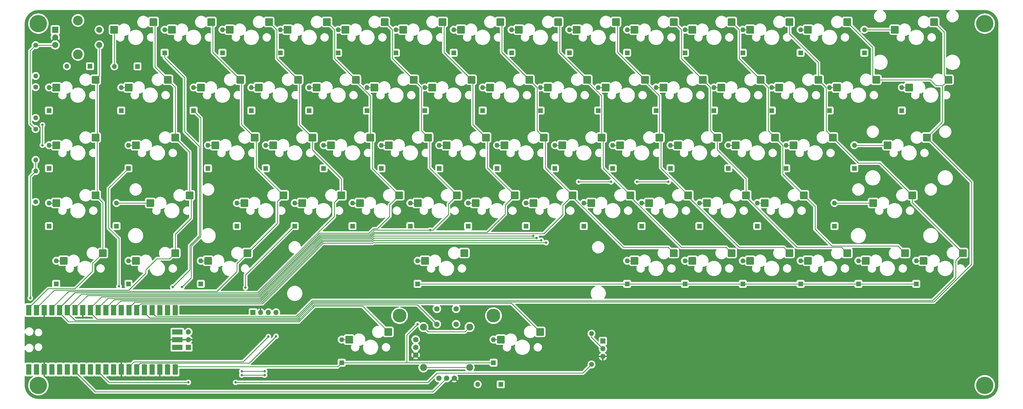
<source format=gbl>
G04 #@! TF.GenerationSoftware,KiCad,Pcbnew,(6.0.5)*
G04 #@! TF.CreationDate,2022-07-01T23:31:22-04:00*
G04 #@! TF.ProjectId,pico_keyboard_v1,7069636f-5f6b-4657-9962-6f6172645f76,rev?*
G04 #@! TF.SameCoordinates,Original*
G04 #@! TF.FileFunction,Copper,L2,Bot*
G04 #@! TF.FilePolarity,Positive*
%FSLAX46Y46*%
G04 Gerber Fmt 4.6, Leading zero omitted, Abs format (unit mm)*
G04 Created by KiCad (PCBNEW (6.0.5)) date 2022-07-01 23:31:22*
%MOMM*%
%LPD*%
G01*
G04 APERTURE LIST*
G04 Aperture macros list*
%AMRoundRect*
0 Rectangle with rounded corners*
0 $1 Rounding radius*
0 $2 $3 $4 $5 $6 $7 $8 $9 X,Y pos of 4 corners*
0 Add a 4 corners polygon primitive as box body*
4,1,4,$2,$3,$4,$5,$6,$7,$8,$9,$2,$3,0*
0 Add four circle primitives for the rounded corners*
1,1,$1+$1,$2,$3*
1,1,$1+$1,$4,$5*
1,1,$1+$1,$6,$7*
1,1,$1+$1,$8,$9*
0 Add four rect primitives between the rounded corners*
20,1,$1+$1,$2,$3,$4,$5,0*
20,1,$1+$1,$4,$5,$6,$7,0*
20,1,$1+$1,$6,$7,$8,$9,0*
20,1,$1+$1,$8,$9,$2,$3,0*%
G04 Aperture macros list end*
G04 #@! TA.AperFunction,SMDPad,CuDef*
%ADD10RoundRect,0.250000X-1.025000X-1.000000X1.025000X-1.000000X1.025000X1.000000X-1.025000X1.000000X0*%
G04 #@! TD*
G04 #@! TA.AperFunction,ComponentPad*
%ADD11C,4.500000*%
G04 #@! TD*
G04 #@! TA.AperFunction,ComponentPad*
%ADD12C,5.700000*%
G04 #@! TD*
G04 #@! TA.AperFunction,ComponentPad*
%ADD13C,1.778000*%
G04 #@! TD*
G04 #@! TA.AperFunction,ComponentPad*
%ADD14C,2.286000*%
G04 #@! TD*
G04 #@! TA.AperFunction,ComponentPad*
%ADD15R,1.700000X1.700000*%
G04 #@! TD*
G04 #@! TA.AperFunction,ComponentPad*
%ADD16O,1.700000X1.700000*%
G04 #@! TD*
G04 #@! TA.AperFunction,ComponentPad*
%ADD17R,2.000000X2.000000*%
G04 #@! TD*
G04 #@! TA.AperFunction,ComponentPad*
%ADD18C,2.000000*%
G04 #@! TD*
G04 #@! TA.AperFunction,ComponentPad*
%ADD19C,3.200000*%
G04 #@! TD*
G04 #@! TA.AperFunction,ComponentPad*
%ADD20R,1.600000X1.600000*%
G04 #@! TD*
G04 #@! TA.AperFunction,ComponentPad*
%ADD21O,1.600000X1.600000*%
G04 #@! TD*
G04 #@! TA.AperFunction,ComponentPad*
%ADD22C,1.600000*%
G04 #@! TD*
G04 #@! TA.AperFunction,SMDPad,CuDef*
%ADD23R,1.700000X3.500000*%
G04 #@! TD*
G04 #@! TA.AperFunction,SMDPad,CuDef*
%ADD24R,3.500000X1.700000*%
G04 #@! TD*
G04 #@! TA.AperFunction,ViaPad*
%ADD25C,0.800000*%
G04 #@! TD*
G04 #@! TA.AperFunction,Conductor*
%ADD26C,0.250000*%
G04 #@! TD*
G04 APERTURE END LIST*
D10*
X270490000Y-86985000D03*
X283417000Y-84445000D03*
D11*
X204950000Y-181300000D03*
D10*
X157383750Y-189185000D03*
X170310750Y-186645000D03*
X251440000Y-86985000D03*
X264367000Y-84445000D03*
X289540000Y-163185000D03*
X302467000Y-160645000D03*
D11*
X174000000Y-181300000D03*
D10*
X146665000Y-106035000D03*
X159592000Y-103495000D03*
X275252500Y-144135000D03*
X288179500Y-141595000D03*
X308590000Y-86985000D03*
X321517000Y-84445000D03*
X184765000Y-106035000D03*
X197692000Y-103495000D03*
X141902500Y-144135000D03*
X154829500Y-141595000D03*
X122852500Y-144135000D03*
X135779500Y-141595000D03*
X289540000Y-86985000D03*
X302467000Y-84445000D03*
X341927500Y-106035000D03*
X354854500Y-103495000D03*
D12*
X55000000Y-85000000D03*
D10*
X308590000Y-163185000D03*
X321517000Y-160645000D03*
X207383750Y-189185000D03*
X220310750Y-186645000D03*
X110946250Y-163185000D03*
X123873250Y-160645000D03*
X84752500Y-106035000D03*
X97679500Y-103495000D03*
X218102500Y-144135000D03*
X231029500Y-141595000D03*
D12*
X55000000Y-204250000D03*
D10*
X284777500Y-125085000D03*
X297704500Y-122545000D03*
X87133750Y-125085000D03*
X100060750Y-122545000D03*
D13*
X186293750Y-179025000D03*
X192643750Y-179025000D03*
X186293750Y-184105000D03*
X192643750Y-184105000D03*
X186928750Y-201885000D03*
X189468750Y-201885000D03*
X192008750Y-201885000D03*
D14*
X181848750Y-185057500D03*
X181848750Y-198392500D03*
X197088750Y-198392500D03*
X197088750Y-185057500D03*
D13*
X179308750Y-189185000D03*
X179308750Y-191725000D03*
X179308750Y-194265000D03*
D10*
X251439999Y-163185000D03*
X264366999Y-160645000D03*
X199052500Y-144135000D03*
X211979500Y-141595000D03*
X303827500Y-125085000D03*
X316754500Y-122545000D03*
X237152500Y-144135000D03*
X250079500Y-141595000D03*
X241915000Y-106035000D03*
X254842000Y-103495000D03*
X213340000Y-86985000D03*
X226267000Y-84445000D03*
X327640000Y-163185000D03*
X340567000Y-160645000D03*
X265727500Y-125085000D03*
X278654500Y-122545000D03*
X256202500Y-144135000D03*
X269129500Y-141595000D03*
X318115000Y-106035000D03*
X331042000Y-103495000D03*
X182383750Y-163185000D03*
X195310750Y-160645000D03*
D15*
X125688750Y-180225000D03*
D16*
X128228750Y-180225000D03*
X130768750Y-180225000D03*
X133308750Y-180225000D03*
D15*
X104450000Y-191775000D03*
D16*
X104450000Y-189235000D03*
X104450000Y-186695000D03*
D10*
X246677500Y-125085000D03*
X259604500Y-122545000D03*
X60940000Y-106035000D03*
X73867000Y-103495000D03*
X203815000Y-106035000D03*
X216742000Y-103495000D03*
X108565000Y-106035000D03*
X121492000Y-103495000D03*
X222865000Y-106035000D03*
X235792000Y-103495000D03*
X113327500Y-125085000D03*
X126254500Y-122545000D03*
X334783750Y-125085000D03*
X347710750Y-122545000D03*
X270490000Y-163185000D03*
X283417000Y-160645000D03*
X208577500Y-125085000D03*
X221504500Y-122545000D03*
X165715000Y-106035000D03*
X178642000Y-103495000D03*
D12*
X366800000Y-204250000D03*
D10*
X175240000Y-86985000D03*
X188167000Y-84445000D03*
X346690000Y-163185000D03*
X359617000Y-160645000D03*
X299065000Y-106035000D03*
X311992000Y-103495000D03*
X280015000Y-106035000D03*
X292942000Y-103495000D03*
X160952500Y-144135000D03*
X173879500Y-141595000D03*
X260965000Y-106035000D03*
X273892000Y-103495000D03*
X91896250Y-144135000D03*
X104823250Y-141595000D03*
X118090000Y-86985000D03*
X131017000Y-84445000D03*
X170477500Y-125085000D03*
X183404500Y-122545000D03*
X189527500Y-125085000D03*
X202454500Y-122545000D03*
X60940000Y-144135000D03*
X73867000Y-141595000D03*
X127615000Y-106035000D03*
X140542000Y-103495000D03*
X180002500Y-144135000D03*
X192929500Y-141595000D03*
X151427500Y-125085000D03*
X164354500Y-122545000D03*
X156190000Y-86985000D03*
X169117000Y-84445000D03*
X87133750Y-163185000D03*
X100060750Y-160645000D03*
D17*
X60545000Y-87045000D03*
D18*
X60545000Y-92045000D03*
X60545000Y-89545000D03*
D19*
X68045000Y-83945000D03*
X68045000Y-95145000D03*
D18*
X75045000Y-92045000D03*
X75045000Y-87045000D03*
D10*
X227627500Y-125085000D03*
X240554500Y-122545000D03*
X337165000Y-86985000D03*
X350092000Y-84445000D03*
X294302500Y-144135000D03*
X307229500Y-141595000D03*
D12*
X366800000Y-85000000D03*
D10*
X60940000Y-125085000D03*
X73867000Y-122545000D03*
X232390000Y-86985000D03*
X245317000Y-84445000D03*
X137140000Y-86985000D03*
X150067000Y-84445000D03*
X330021250Y-144135000D03*
X342948250Y-141595000D03*
X194290000Y-86985000D03*
X207217000Y-84445000D03*
X99040000Y-86985000D03*
X111967000Y-84445000D03*
X79990000Y-86985000D03*
X92917000Y-84445000D03*
X132377500Y-125085000D03*
X145304500Y-122545000D03*
X63321250Y-163185000D03*
X76248250Y-160645000D03*
D20*
X84693750Y-132705000D03*
D21*
X84693750Y-125085000D03*
D20*
X272812500Y-151755000D03*
D21*
X272812500Y-144135000D03*
D20*
X58500000Y-132705000D03*
D21*
X58500000Y-125085000D03*
D20*
X225187500Y-132705000D03*
D21*
X225187500Y-125085000D03*
D20*
X215662500Y-151755000D03*
D21*
X215662500Y-144135000D03*
D20*
X177562500Y-151755000D03*
D21*
X177562500Y-144135000D03*
D20*
X268050000Y-94605000D03*
D21*
X268050000Y-86985000D03*
D20*
X339487500Y-113655000D03*
D21*
X339487500Y-106035000D03*
D20*
X172800000Y-94605000D03*
D21*
X172800000Y-86985000D03*
D20*
X168037500Y-132705000D03*
D21*
X168037500Y-125085000D03*
D20*
X58500000Y-151755000D03*
D21*
X58500000Y-144135000D03*
D20*
X306150000Y-94605000D03*
D21*
X306150000Y-86985000D03*
D20*
X287100000Y-170805000D03*
D21*
X287100000Y-163185000D03*
D20*
X296625000Y-113655000D03*
D21*
X296625000Y-106035000D03*
D20*
X134700000Y-94605000D03*
D21*
X134700000Y-86985000D03*
D20*
X201375000Y-113655000D03*
D21*
X201375000Y-106035000D03*
D20*
X277575000Y-113655000D03*
D21*
X277575000Y-106035000D03*
D20*
X258525000Y-113655000D03*
D21*
X258525000Y-106035000D03*
D20*
X158512500Y-151755000D03*
D21*
X158512500Y-144135000D03*
D22*
X54090000Y-92100000D03*
D21*
X54090000Y-102260000D03*
D22*
X237250000Y-197380000D03*
D21*
X237250000Y-187220000D03*
D20*
X163275000Y-113655000D03*
D21*
X163275000Y-106035000D03*
D20*
X220425000Y-113655000D03*
D21*
X220425000Y-106035000D03*
D20*
X120412500Y-151755000D03*
D21*
X120412500Y-144135000D03*
D22*
X54090000Y-143770000D03*
D21*
X54090000Y-133610000D03*
D20*
X282337500Y-132705000D03*
D21*
X282337500Y-125085000D03*
D20*
X248999999Y-170805000D03*
D21*
X248999999Y-163185000D03*
D20*
X204943750Y-196805000D03*
D21*
X204943750Y-189185000D03*
D15*
X241000000Y-189670000D03*
D16*
X241000000Y-192210000D03*
X241000000Y-194750000D03*
D20*
X229950000Y-94605000D03*
D21*
X229950000Y-86985000D03*
D20*
X287100000Y-94605000D03*
D21*
X287100000Y-86985000D03*
D20*
X187087500Y-132705000D03*
D21*
X187087500Y-125085000D03*
D20*
X153750000Y-94605000D03*
D21*
X153750000Y-86985000D03*
D22*
X54090000Y-119773332D03*
D21*
X54090000Y-129933332D03*
D20*
X96600000Y-94605000D03*
D21*
X96600000Y-86985000D03*
D20*
X301387500Y-132705000D03*
D21*
X301387500Y-125085000D03*
D20*
X206137500Y-132705000D03*
D21*
X206137500Y-125085000D03*
D20*
X58500000Y-113655000D03*
D21*
X58500000Y-106035000D03*
D20*
X317300000Y-151755000D03*
D21*
X317300000Y-144135000D03*
D20*
X106125000Y-113655000D03*
D21*
X106125000Y-106035000D03*
D20*
X249000000Y-94605000D03*
D21*
X249000000Y-86985000D03*
D20*
X72000000Y-99050000D03*
D21*
X64380000Y-99050000D03*
D20*
X327150000Y-94610000D03*
D21*
X327150000Y-86990000D03*
D20*
X179943750Y-170805000D03*
D21*
X179943750Y-163185000D03*
D20*
X234712500Y-151755000D03*
D21*
X234712500Y-144135000D03*
D20*
X325200000Y-170805000D03*
D21*
X325200000Y-163185000D03*
D20*
X196612500Y-151755000D03*
D21*
X196612500Y-144135000D03*
D20*
X315675000Y-113655000D03*
D21*
X315675000Y-106035000D03*
D20*
X191850000Y-94605000D03*
D21*
X191850000Y-86985000D03*
D20*
X139462500Y-151755000D03*
D21*
X139462500Y-144135000D03*
D20*
X344250000Y-170805000D03*
D21*
X344250000Y-163185000D03*
D20*
X115649999Y-94605000D03*
D21*
X115649999Y-86985000D03*
D20*
X108506250Y-170805000D03*
D21*
X108506250Y-163185000D03*
D20*
X207360000Y-203950000D03*
D21*
X199740000Y-203950000D03*
D20*
X80750000Y-151755000D03*
D21*
X80750000Y-144135000D03*
D20*
X268050000Y-170805000D03*
D21*
X268050000Y-163185000D03*
D20*
X154943750Y-196805000D03*
D21*
X154943750Y-189185000D03*
D23*
X51870000Y-179460000D03*
D16*
X51870000Y-180360000D03*
D23*
X54410000Y-179460000D03*
D16*
X54410000Y-180360000D03*
D23*
X56950000Y-179460000D03*
D15*
X56950000Y-180360000D03*
D23*
X59490000Y-179460000D03*
D16*
X59490000Y-180360000D03*
X62030000Y-180360000D03*
D23*
X62030000Y-179460000D03*
D16*
X64570000Y-180360000D03*
D23*
X64570000Y-179460000D03*
D16*
X67110000Y-180360000D03*
D23*
X67110000Y-179460000D03*
X69650000Y-179460000D03*
D15*
X69650000Y-180360000D03*
D23*
X72190000Y-179460000D03*
D16*
X72190000Y-180360000D03*
D23*
X74730000Y-179460000D03*
D16*
X74730000Y-180360000D03*
D23*
X77270000Y-179460000D03*
D16*
X77270000Y-180360000D03*
X79810000Y-180360000D03*
D23*
X79810000Y-179460000D03*
X82350000Y-179460000D03*
D15*
X82350000Y-180360000D03*
D16*
X84890000Y-180360000D03*
D23*
X84890000Y-179460000D03*
X87430000Y-179460000D03*
D16*
X87430000Y-180360000D03*
D23*
X89970000Y-179460000D03*
D16*
X89970000Y-180360000D03*
D23*
X92510000Y-179460000D03*
D16*
X92510000Y-180360000D03*
D23*
X95050000Y-179460000D03*
D15*
X95050000Y-180360000D03*
D16*
X97590000Y-180360000D03*
D23*
X97590000Y-179460000D03*
X100130000Y-179460000D03*
D16*
X100130000Y-180360000D03*
D23*
X100130000Y-199040000D03*
D16*
X100130000Y-198140000D03*
X97590000Y-198140000D03*
D23*
X97590000Y-199040000D03*
X95050000Y-199040000D03*
D15*
X95050000Y-198140000D03*
D16*
X92510000Y-198140000D03*
D23*
X92510000Y-199040000D03*
X89970000Y-199040000D03*
D16*
X89970000Y-198140000D03*
D23*
X87430000Y-199040000D03*
D16*
X87430000Y-198140000D03*
D23*
X84890000Y-199040000D03*
D16*
X84890000Y-198140000D03*
D23*
X82350000Y-199040000D03*
D15*
X82350000Y-198140000D03*
D23*
X79810000Y-199040000D03*
D16*
X79810000Y-198140000D03*
X77270000Y-198140000D03*
D23*
X77270000Y-199040000D03*
X74730000Y-199040000D03*
D16*
X74730000Y-198140000D03*
D23*
X72190000Y-199040000D03*
D16*
X72190000Y-198140000D03*
D23*
X69650000Y-199040000D03*
D15*
X69650000Y-198140000D03*
D16*
X67110000Y-198140000D03*
D23*
X67110000Y-199040000D03*
X64570000Y-199040000D03*
D16*
X64570000Y-198140000D03*
D23*
X62030000Y-199040000D03*
D16*
X62030000Y-198140000D03*
X59490000Y-198140000D03*
D23*
X59490000Y-199040000D03*
D15*
X56950000Y-198140000D03*
D23*
X56950000Y-199040000D03*
D16*
X54410000Y-198140000D03*
D23*
X54410000Y-199040000D03*
D16*
X51870000Y-198140000D03*
D23*
X51870000Y-199040000D03*
D16*
X99900000Y-186710000D03*
D24*
X100800000Y-186710000D03*
X100800000Y-189250000D03*
D15*
X99900000Y-189250000D03*
D24*
X100800000Y-191790000D03*
D16*
X99900000Y-191790000D03*
D20*
X244237500Y-132705000D03*
D21*
X244237500Y-125085000D03*
D22*
X54090000Y-105936666D03*
D21*
X54090000Y-116096666D03*
D20*
X87650000Y-99100000D03*
D21*
X80030000Y-99100000D03*
D20*
X182325000Y-113655000D03*
D21*
X182325000Y-106035000D03*
D20*
X291862500Y-151755000D03*
D21*
X291862500Y-144135000D03*
D20*
X253762500Y-151755000D03*
D21*
X253762500Y-144135000D03*
D20*
X239475000Y-113655000D03*
D21*
X239475000Y-106035000D03*
D20*
X129937500Y-132705000D03*
D21*
X129937500Y-125085000D03*
D20*
X306150000Y-170805000D03*
D21*
X306150000Y-163185000D03*
D20*
X82312500Y-113655000D03*
D21*
X82312500Y-106035000D03*
D20*
X125175000Y-113655000D03*
D21*
X125175000Y-106035000D03*
D20*
X323850000Y-132705000D03*
D21*
X323850000Y-125085000D03*
D20*
X263287500Y-132705000D03*
D21*
X263287500Y-125085000D03*
D20*
X60881250Y-170805000D03*
D21*
X60881250Y-163185000D03*
D20*
X110887499Y-132705000D03*
D21*
X110887499Y-125085000D03*
D20*
X144225000Y-113655000D03*
D21*
X144225000Y-106035000D03*
D20*
X84693750Y-170805000D03*
D21*
X84693750Y-163185000D03*
D20*
X148987500Y-132705000D03*
D21*
X148987500Y-125085000D03*
D20*
X210900000Y-94605000D03*
D21*
X210900000Y-86985000D03*
D25*
X56340000Y-118380000D03*
X56330000Y-125100000D03*
X52340000Y-175510000D03*
X81550000Y-171650000D03*
X243700000Y-137150000D03*
X233000000Y-137150000D03*
X262600000Y-137150000D03*
X123250000Y-172050000D03*
X252250000Y-137150000D03*
X99250000Y-171850000D03*
X102300000Y-171850000D03*
X179943750Y-184106250D03*
X367320000Y-121708580D03*
X343502050Y-205120000D03*
X367320000Y-106741440D03*
X231751665Y-165000000D03*
X270646892Y-205120000D03*
X233949998Y-165000000D03*
X312826194Y-205120000D03*
X236148331Y-165000000D03*
X209768335Y-165000000D03*
X259143446Y-205120000D03*
X220760000Y-165000000D03*
X285984820Y-205120000D03*
X247640000Y-205120000D03*
X367320000Y-166610000D03*
X367320000Y-102999655D03*
X339667568Y-205120000D03*
X59695000Y-191140000D03*
X367320000Y-144159290D03*
X305157230Y-205120000D03*
X229553332Y-165000000D03*
X324329640Y-205120000D03*
X367320000Y-99257870D03*
X255308964Y-205120000D03*
X238346664Y-165000000D03*
X68880000Y-185730000D03*
X225156666Y-165000000D03*
X203173336Y-165000000D03*
X358840000Y-205120000D03*
X367320000Y-192802495D03*
X266812410Y-205120000D03*
X331998604Y-205120000D03*
X262977928Y-205120000D03*
X367320000Y-185318925D03*
X367320000Y-132933935D03*
X81030000Y-185730000D03*
X207570002Y-165000000D03*
X115136666Y-190580000D03*
X71990000Y-190740000D03*
X316660676Y-205120000D03*
X227354999Y-165000000D03*
X367320000Y-114225010D03*
X320495158Y-205120000D03*
X222958333Y-165000000D03*
X120510000Y-190580000D03*
X297488266Y-205120000D03*
X117823332Y-190580000D03*
X242743336Y-165000000D03*
X74010000Y-190740000D03*
X367320000Y-91774300D03*
X61160000Y-191140000D03*
X351171014Y-205120000D03*
X216363334Y-165000000D03*
X355005496Y-205120000D03*
X367320000Y-170351785D03*
X367320000Y-140417505D03*
X367320000Y-162868215D03*
X367320000Y-110483225D03*
X367320000Y-136675720D03*
X289819302Y-205120000D03*
X278315856Y-205120000D03*
X367320000Y-159126430D03*
X367320000Y-147901075D03*
X367320000Y-155384645D03*
X274481374Y-205120000D03*
X71310000Y-185730000D03*
X328164122Y-205120000D03*
X293653784Y-205120000D03*
X367320000Y-174093570D03*
X367320000Y-95516085D03*
X205371669Y-165000000D03*
X73740000Y-185730000D03*
X251474482Y-205120000D03*
X367320000Y-129192150D03*
X367320000Y-181577140D03*
X211966668Y-165000000D03*
X76170000Y-185730000D03*
X367320000Y-177835355D03*
X367320000Y-125450365D03*
X112450000Y-190580000D03*
X335833086Y-205120000D03*
X367320000Y-117966795D03*
X347336532Y-205120000D03*
X301322748Y-205120000D03*
X367320000Y-151642860D03*
X240544997Y-165000000D03*
X83460000Y-185730000D03*
X218561667Y-165000000D03*
X69970000Y-190740000D03*
X214165001Y-165000000D03*
X367320000Y-189060710D03*
X58230000Y-191140000D03*
X282150338Y-205120000D03*
X78600000Y-185730000D03*
X308991712Y-205120000D03*
X367320000Y-196544300D03*
X130770000Y-188200000D03*
X133310000Y-188100000D03*
X122000000Y-200900000D03*
X129550000Y-200900000D03*
X184050000Y-153100000D03*
X195310750Y-160645000D03*
X218000000Y-154998531D03*
X250079500Y-141595000D03*
X219150000Y-155723031D03*
X269129500Y-141595000D03*
X288179500Y-141595000D03*
X220700000Y-156447531D03*
X222300000Y-157200000D03*
X307229500Y-141595000D03*
X122000000Y-199650000D03*
X129600000Y-199650000D03*
X120000000Y-203300000D03*
X104400000Y-203300000D03*
D26*
X56340000Y-125090000D02*
X56330000Y-125100000D01*
X56340000Y-118380000D02*
X56340000Y-125090000D01*
X52300000Y-117983332D02*
X54090000Y-119773332D01*
X52300000Y-93890000D02*
X52300000Y-117983332D01*
X54090000Y-92100000D02*
X52300000Y-93890000D01*
X60490000Y-92100000D02*
X60545000Y-92045000D01*
X54090000Y-92100000D02*
X60490000Y-92100000D01*
X54090000Y-133610000D02*
X54090000Y-129933332D01*
X52340000Y-135360000D02*
X54090000Y-133610000D01*
X52340000Y-175510000D02*
X52340000Y-135360000D01*
X78100000Y-152350000D02*
X81550000Y-155800000D01*
X78100000Y-139298750D02*
X78100000Y-152350000D01*
X81550000Y-155800000D02*
X81550000Y-171650000D01*
X84693750Y-132705000D02*
X78100000Y-139298750D01*
X139345000Y-151755000D02*
X123250000Y-167850000D01*
X123250000Y-167850000D02*
X123250000Y-172050000D01*
X233000000Y-137150000D02*
X243700000Y-137150000D01*
X139462500Y-151755000D02*
X139345000Y-151755000D01*
X252250000Y-137150000D02*
X262600000Y-137150000D01*
X108050480Y-127000000D02*
X108050480Y-155013802D01*
X108050480Y-125450480D02*
X108050480Y-127000000D01*
X106200000Y-123600000D02*
X108050480Y-125450480D01*
X108050480Y-155013802D02*
X104900480Y-158163803D01*
X102300000Y-101950000D02*
X103150000Y-102800000D01*
X104900480Y-166199520D02*
X99250000Y-171850000D01*
X104900480Y-158163803D02*
X104900480Y-165150000D01*
X103150000Y-102800000D02*
X103150000Y-120550000D01*
X104900480Y-165150000D02*
X104900480Y-166199520D01*
X96600000Y-96250000D02*
X102300000Y-101950000D01*
X103150000Y-120550000D02*
X106200000Y-123600000D01*
X96600000Y-94605000D02*
X96600000Y-96250000D01*
X79990000Y-86985000D02*
X80030000Y-87025000D01*
X80030000Y-87025000D02*
X80030000Y-99100000D01*
X108500000Y-155200000D02*
X105350000Y-158350000D01*
X108500000Y-116030000D02*
X108500000Y-155200000D01*
X106125000Y-113655000D02*
X108500000Y-116030000D01*
X105350000Y-168800000D02*
X102300000Y-171850000D01*
X105350000Y-158350000D02*
X105350000Y-168800000D01*
X82312500Y-106035000D02*
X84752500Y-106035000D01*
X176395000Y-187655000D02*
X176395000Y-196805000D01*
X176395000Y-196805000D02*
X204943750Y-196805000D01*
X100140000Y-198150000D02*
X100130000Y-198140000D01*
X154943750Y-196805000D02*
X153598750Y-198150000D01*
X179943750Y-184106250D02*
X176395000Y-187655000D01*
X154943750Y-196805000D02*
X176395000Y-196805000D01*
X153598750Y-198150000D02*
X100140000Y-198150000D01*
X179943750Y-170805000D02*
X344250000Y-170805000D01*
X84693750Y-125085000D02*
X87133750Y-125085000D01*
X91896250Y-144135000D02*
X80750000Y-144135000D01*
X63321250Y-163185000D02*
X60881250Y-163185000D01*
X99040000Y-86985000D02*
X96600000Y-86985000D01*
X106125000Y-106035000D02*
X108565000Y-106035000D01*
X110887499Y-125085000D02*
X113327500Y-125085000D01*
X122852500Y-144135000D02*
X120412500Y-144135000D01*
X84693750Y-163185000D02*
X87133750Y-163185000D01*
X118090000Y-86985000D02*
X115649999Y-86985000D01*
X125175000Y-106035000D02*
X127615000Y-106035000D01*
X129937500Y-125085000D02*
X132377500Y-125085000D01*
X141902500Y-144135000D02*
X139462500Y-144135000D01*
X108506250Y-163185000D02*
X110946250Y-163185000D01*
X137140000Y-86985000D02*
X134700000Y-86985000D01*
X144225000Y-106035000D02*
X146665000Y-106035000D01*
X148987500Y-125085000D02*
X151427500Y-125085000D01*
X160952500Y-144135000D02*
X158512500Y-144135000D01*
X154943750Y-189185000D02*
X157383750Y-189185000D01*
X156190000Y-86985000D02*
X153750000Y-86985000D01*
X163275000Y-106035000D02*
X165715000Y-106035000D01*
X168037500Y-125085000D02*
X170477500Y-125085000D01*
X180002500Y-144135000D02*
X177562500Y-144135000D01*
X58500000Y-125085000D02*
X60940000Y-125085000D01*
X175240000Y-86985000D02*
X172800000Y-86985000D01*
X184765000Y-106035000D02*
X182325000Y-106035000D01*
X187087500Y-125085000D02*
X189527500Y-125085000D01*
X199052500Y-144135000D02*
X196612500Y-144135000D01*
X179943750Y-163185000D02*
X182383750Y-163185000D01*
X194290000Y-86985000D02*
X191850000Y-86985000D01*
X201375000Y-106035000D02*
X203815000Y-106035000D01*
X206137500Y-125085000D02*
X208577500Y-125085000D01*
X218102500Y-144135000D02*
X215662500Y-144135000D01*
X207383750Y-189185000D02*
X204943750Y-189185000D01*
X213340000Y-86985000D02*
X210900000Y-86985000D01*
X222865000Y-106035000D02*
X220425000Y-106035000D01*
X225187500Y-125085000D02*
X227627500Y-125085000D01*
X237152500Y-144135000D02*
X234712500Y-144135000D01*
X232390000Y-86985000D02*
X229950000Y-86985000D01*
X241915000Y-106035000D02*
X239475000Y-106035000D01*
X244237500Y-125085000D02*
X246677500Y-125085000D01*
X256202500Y-144135000D02*
X253762500Y-144135000D01*
X248999999Y-163185000D02*
X251439999Y-163185000D01*
X251440000Y-86985000D02*
X249000000Y-86985000D01*
X260965000Y-106035000D02*
X258525000Y-106035000D01*
X263287500Y-125085000D02*
X265727500Y-125085000D01*
X275252500Y-144135000D02*
X272812500Y-144135000D01*
X268050000Y-163185000D02*
X270490000Y-163185000D01*
X270490000Y-86985000D02*
X268050000Y-86985000D01*
X280015000Y-106035000D02*
X277575000Y-106035000D01*
X284777500Y-125085000D02*
X282337500Y-125085000D01*
X294302500Y-144135000D02*
X291862500Y-144135000D01*
X181848750Y-185057500D02*
X183391250Y-186600000D01*
X181848750Y-198392500D02*
X197088750Y-198392500D01*
X183391250Y-186600000D02*
X195546250Y-186600000D01*
X195546250Y-186600000D02*
X197088750Y-185057500D01*
X289540000Y-86985000D02*
X287100000Y-86985000D01*
X299065000Y-106035000D02*
X296625000Y-106035000D01*
X301387500Y-125085000D02*
X303827500Y-125085000D01*
X330021250Y-144135000D02*
X317300000Y-144135000D01*
X287100000Y-163185000D02*
X289540000Y-163185000D01*
X308590000Y-86985000D02*
X306150000Y-86985000D01*
X318115000Y-106035000D02*
X315675000Y-106035000D01*
X323850000Y-125085000D02*
X334783750Y-125085000D01*
X306150000Y-163185000D02*
X308590000Y-163185000D01*
X325200000Y-163185000D02*
X327640000Y-163185000D01*
X337160000Y-86990000D02*
X327150000Y-86990000D01*
X337165000Y-86985000D02*
X337160000Y-86990000D01*
X341927500Y-106035000D02*
X339487500Y-106035000D01*
X58500000Y-106035000D02*
X60940000Y-106035000D01*
X344250000Y-163185000D02*
X346690000Y-163185000D01*
X130770000Y-188200000D02*
X122454031Y-196515969D01*
X86514031Y-196515969D02*
X84890000Y-198140000D01*
X122454031Y-196515969D02*
X86514031Y-196515969D01*
X133310000Y-188100000D02*
X124444511Y-196965489D01*
X88604511Y-196965489D02*
X87430000Y-198140000D01*
X124444511Y-196965489D02*
X88604511Y-196965489D01*
X122000000Y-200900000D02*
X129550000Y-200900000D01*
X352842979Y-117412771D02*
X347710750Y-122545000D01*
X331042000Y-103495000D02*
X348866171Y-103495000D01*
X348866171Y-103495000D02*
X350765692Y-105394521D01*
X329900000Y-92828000D02*
X329900000Y-102353000D01*
X362450000Y-137284250D02*
X347710750Y-122545000D01*
X352842979Y-105506521D02*
X352842979Y-117412771D01*
X350765692Y-105394521D02*
X352954979Y-105394521D01*
X89970000Y-180360000D02*
X91594031Y-181984031D01*
X145417776Y-176767941D02*
X350032059Y-176767941D01*
X353452021Y-102092521D02*
X354854500Y-103495000D01*
X353452021Y-87805021D02*
X353452021Y-102092521D01*
X350032059Y-176767941D02*
X362450000Y-164350000D01*
X352954979Y-105394521D02*
X354854500Y-103495000D01*
X140201687Y-181984031D02*
X140465009Y-181720708D01*
X140465009Y-181720708D02*
X145417776Y-176767941D01*
X329900000Y-102353000D02*
X331042000Y-103495000D01*
X321517000Y-84445000D02*
X329900000Y-92828000D01*
X91594031Y-181984031D02*
X140201687Y-181984031D01*
X354854500Y-103495000D02*
X352842979Y-105506521D01*
X350092000Y-84445000D02*
X353452021Y-87805021D01*
X362450000Y-164350000D02*
X362450000Y-137284250D01*
X72780771Y-164112479D02*
X72780771Y-166719229D01*
X74354521Y-123032521D02*
X74354521Y-141107479D01*
X73867000Y-141595000D02*
X76248250Y-143976250D01*
X76248250Y-160645000D02*
X72780771Y-164112479D01*
X58220978Y-172400000D02*
X51870000Y-178750978D01*
X72780771Y-166719229D02*
X67100000Y-172400000D01*
X67100000Y-172400000D02*
X58220978Y-172400000D01*
X74354521Y-122057479D02*
X73867000Y-122545000D01*
X75045000Y-92045000D02*
X75045000Y-102317000D01*
X73867000Y-122545000D02*
X74354521Y-123032521D01*
X51870000Y-178750978D02*
X51870000Y-180360000D01*
X74354521Y-141107479D02*
X73867000Y-141595000D01*
X73867000Y-103495000D02*
X74354521Y-103982521D01*
X76248250Y-143976250D02*
X76248250Y-160645000D01*
X75045000Y-102317000D02*
X73867000Y-103495000D01*
X74354521Y-103982521D02*
X74354521Y-122057479D01*
X104823250Y-141595000D02*
X105310771Y-142082521D01*
X105310771Y-149189229D02*
X100060750Y-154439250D01*
X100060750Y-105876250D02*
X100060750Y-122545000D01*
X54410000Y-178750978D02*
X54410000Y-180360000D01*
X100060750Y-122545000D02*
X104823250Y-127307500D01*
X98161229Y-162544521D02*
X94041148Y-162544521D01*
X90388271Y-166197398D02*
X90388271Y-167261729D01*
X84800480Y-172849520D02*
X60311458Y-172849520D01*
X92917000Y-84445000D02*
X93404521Y-84932521D01*
X60311458Y-172849520D02*
X54410000Y-178750978D01*
X97679500Y-103495000D02*
X100060750Y-105876250D01*
X105310771Y-142082521D02*
X105310771Y-149189229D01*
X94041148Y-162544521D02*
X90388271Y-166197398D01*
X90388271Y-167261729D02*
X84800480Y-172849520D01*
X100060750Y-154439250D02*
X100060750Y-160645000D01*
X93404521Y-84932521D02*
X93404521Y-99220021D01*
X104823250Y-127307500D02*
X104823250Y-141595000D01*
X93404521Y-99220021D02*
X97679500Y-103495000D01*
X100060750Y-160645000D02*
X98161229Y-162544521D01*
X112454521Y-84932521D02*
X112454521Y-94457521D01*
X126742021Y-132557521D02*
X135779500Y-141595000D01*
X126742021Y-123032521D02*
X126742021Y-132557521D01*
X120405771Y-166708560D02*
X113815291Y-173299040D01*
X112454521Y-94457521D02*
X121492000Y-103495000D01*
X64941938Y-173299040D02*
X59490000Y-178750978D01*
X113815291Y-173299040D02*
X64941938Y-173299040D01*
X133767979Y-143606521D02*
X133767979Y-150750271D01*
X121979521Y-118270021D02*
X126254500Y-122545000D01*
X126254500Y-122545000D02*
X126742021Y-123032521D01*
X120405771Y-164112479D02*
X120405771Y-166708560D01*
X121492000Y-103495000D02*
X121979521Y-103982521D01*
X133767979Y-150750271D02*
X123873250Y-160645000D01*
X121979521Y-103982521D02*
X121979521Y-118270021D01*
X135779500Y-141595000D02*
X133767979Y-143606521D01*
X111967000Y-84445000D02*
X112454521Y-84932521D01*
X123873250Y-160645000D02*
X120405771Y-164112479D01*
X59490000Y-178750978D02*
X59490000Y-180360000D01*
X67032418Y-173748560D02*
X62030000Y-178750978D01*
X133575489Y-87003489D02*
X133575489Y-96528489D01*
X140760278Y-183332591D02*
X65002591Y-183332591D01*
X161782251Y-178116501D02*
X145976370Y-178116501D01*
X152500000Y-143924500D02*
X152500000Y-148550000D01*
X65002591Y-183332591D02*
X62030000Y-180360000D01*
X133575489Y-96528489D02*
X140542000Y-103495000D01*
X145976370Y-178116501D02*
X140760278Y-183332591D01*
X127301440Y-173748560D02*
X67032418Y-173748560D01*
X145304500Y-126619909D02*
X154829500Y-136144909D01*
X152500000Y-148550000D02*
X127301440Y-173748560D01*
X141029521Y-118270021D02*
X145304500Y-122545000D01*
X141029521Y-103982521D02*
X141029521Y-118270021D01*
X62030000Y-178750978D02*
X62030000Y-180360000D01*
X131017000Y-84445000D02*
X133575489Y-87003489D01*
X170310750Y-186645000D02*
X161782251Y-178116501D01*
X154829500Y-136144909D02*
X154829500Y-141595000D01*
X145304500Y-122545000D02*
X145304500Y-126619909D01*
X140542000Y-103495000D02*
X141029521Y-103982521D01*
X154829500Y-141595000D02*
X152500000Y-143924500D01*
X170750000Y-144724500D02*
X170750000Y-148550000D01*
X152625489Y-87003489D02*
X152625489Y-96528489D01*
X164399511Y-122499989D02*
X164354500Y-122545000D01*
X152625489Y-96528489D02*
X159592000Y-103495000D01*
X150067000Y-84445000D02*
X152625489Y-87003489D01*
X164354500Y-122545000D02*
X165000000Y-123190500D01*
X186293750Y-184105000D02*
X179855731Y-177666981D01*
X164399511Y-108749811D02*
X164399511Y-122499989D01*
X69122898Y-174198080D02*
X64570000Y-178750978D01*
X173879500Y-141595000D02*
X170750000Y-144724500D01*
X179855731Y-177666981D02*
X145790172Y-177666981D01*
X170750000Y-148550000D02*
X166649520Y-152650480D01*
X165420100Y-152650480D02*
X163970580Y-154100000D01*
X159592000Y-103942300D02*
X164399511Y-108749811D01*
X64570000Y-178750978D02*
X64570000Y-180360000D01*
X140574081Y-182883071D02*
X67093071Y-182883071D01*
X165000000Y-132715500D02*
X173879500Y-141595000D01*
X159592000Y-103495000D02*
X159592000Y-103942300D01*
X166649520Y-152650480D02*
X165420100Y-152650480D01*
X145790172Y-177666981D02*
X140574081Y-182883071D01*
X165000000Y-123190500D02*
X165000000Y-132715500D01*
X127487638Y-174198080D02*
X69122898Y-174198080D01*
X67093071Y-182883071D02*
X64570000Y-180360000D01*
X163970580Y-154100000D02*
X147585718Y-154100000D01*
X147585718Y-154100000D02*
X127487638Y-174198080D01*
X184050000Y-153100000D02*
X165606299Y-153100000D01*
X183892021Y-123032521D02*
X183892021Y-132557521D01*
X181200489Y-106053489D02*
X181200489Y-120340989D01*
X165606299Y-153100000D02*
X164156778Y-154549520D01*
X127673835Y-174647600D02*
X71213378Y-174647600D01*
X192929500Y-141595000D02*
X190100000Y-144424500D01*
X164156778Y-154549520D02*
X147771915Y-154549520D01*
X181200489Y-120340989D02*
X183404500Y-122545000D01*
X183404500Y-122545000D02*
X183892021Y-123032521D01*
X190100000Y-144424500D02*
X190100000Y-148000000D01*
X171675489Y-96528489D02*
X178642000Y-103495000D01*
X185000000Y-153100000D02*
X184050000Y-153100000D01*
X190100000Y-148000000D02*
X185000000Y-153100000D01*
X178642000Y-103495000D02*
X181200489Y-106053489D01*
X171675489Y-87003489D02*
X171675489Y-96528489D01*
X71213378Y-174647600D02*
X67110000Y-178750978D01*
X67110000Y-178750978D02*
X67110000Y-180360000D01*
X169117000Y-84445000D02*
X171675489Y-87003489D01*
X183892021Y-132557521D02*
X192929500Y-141595000D01*
X147771915Y-154549520D02*
X127673835Y-174647600D01*
X74263551Y-182433551D02*
X72190000Y-180360000D01*
X202942021Y-132557521D02*
X211979500Y-141595000D01*
X164342975Y-154999040D02*
X147958113Y-154999040D01*
X188654521Y-94457521D02*
X197692000Y-103495000D01*
X202942021Y-123032521D02*
X202942021Y-132557521D01*
X145603974Y-177217461D02*
X140387884Y-182433551D01*
X198179521Y-118270021D02*
X202454500Y-122545000D01*
X211979500Y-141595000D02*
X208800000Y-144774500D01*
X188167000Y-84445000D02*
X188654521Y-84932521D01*
X208800000Y-144774500D02*
X208800000Y-147850000D01*
X127860032Y-175097120D02*
X75843858Y-175097120D01*
X198179521Y-103982521D02*
X198179521Y-118270021D01*
X197692000Y-103495000D02*
X198179521Y-103982521D01*
X202825489Y-153824511D02*
X165517504Y-153824511D01*
X75843858Y-175097120D02*
X72190000Y-178750978D01*
X140387884Y-182433551D02*
X74263551Y-182433551D01*
X220310750Y-186645000D02*
X210883211Y-177217461D01*
X72190000Y-178750978D02*
X72190000Y-180360000D01*
X147958113Y-154999040D02*
X127860032Y-175097120D01*
X208800000Y-147850000D02*
X202825489Y-153824511D01*
X210883211Y-177217461D02*
X145603974Y-177217461D01*
X188654521Y-84932521D02*
X188654521Y-94457521D01*
X202454500Y-122545000D02*
X202942021Y-123032521D01*
X165517504Y-153824511D02*
X164342975Y-154999040D01*
X74730000Y-178750978D02*
X74730000Y-180360000D01*
X227800000Y-147950000D02*
X221475969Y-154274031D01*
X207704521Y-84932521D02*
X207704521Y-94457521D01*
X219300489Y-106053489D02*
X219300489Y-120340989D01*
X148144311Y-155448560D02*
X128046229Y-175546640D01*
X207217000Y-84445000D02*
X207704521Y-84932521D01*
X165703702Y-154274031D02*
X164529174Y-155448559D01*
X207704521Y-94457521D02*
X216742000Y-103495000D01*
X227800000Y-144824500D02*
X227800000Y-147950000D01*
X221992021Y-132557521D02*
X231029500Y-141595000D01*
X216742000Y-103495000D02*
X219300489Y-106053489D01*
X262467478Y-158745479D02*
X264366999Y-160645000D01*
X219300489Y-120340989D02*
X221504500Y-122545000D01*
X231029500Y-141595000D02*
X231029500Y-142042300D01*
X247732679Y-158745479D02*
X262467478Y-158745479D01*
X221475969Y-154274031D02*
X165703702Y-154274031D01*
X221504500Y-122545000D02*
X221992021Y-123032521D01*
X231029500Y-141595000D02*
X227800000Y-144824500D01*
X77934338Y-175546640D02*
X74730000Y-178750978D01*
X231029500Y-142042300D02*
X247732679Y-158745479D01*
X221992021Y-123032521D02*
X221992021Y-132557521D01*
X164529174Y-155448559D02*
X148144311Y-155448560D01*
X128046229Y-175546640D02*
X77934338Y-175546640D01*
X250079500Y-142042300D02*
X266782679Y-158745479D01*
X226754521Y-84932521D02*
X226754521Y-94457521D01*
X165613451Y-155000000D02*
X164715371Y-155898079D01*
X240599511Y-108749811D02*
X240599511Y-122499989D01*
X266782679Y-158745479D02*
X281517479Y-158745479D01*
X226267000Y-84445000D02*
X226754521Y-84932521D01*
X77270000Y-178750978D02*
X77270000Y-180360000D01*
X174600000Y-155000000D02*
X165613451Y-155000000D01*
X226754521Y-94457521D02*
X235792000Y-103495000D01*
X235792000Y-103495000D02*
X235792000Y-103942300D01*
X240599511Y-122499989D02*
X240554500Y-122545000D01*
X80024818Y-175996160D02*
X77270000Y-178750978D01*
X148330509Y-155898080D02*
X128232426Y-175996160D01*
X250079500Y-141595000D02*
X250079500Y-142042300D01*
X174601469Y-154998531D02*
X174600000Y-155000000D01*
X128232426Y-175996160D02*
X80024818Y-175996160D01*
X281517479Y-158745479D02*
X283417000Y-160645000D01*
X218000000Y-154998531D02*
X174601469Y-154998531D01*
X241042021Y-123032521D02*
X241042021Y-132557521D01*
X164715371Y-155898079D02*
X148330509Y-155898080D01*
X235792000Y-103942300D02*
X240599511Y-108749811D01*
X240554500Y-122545000D02*
X241042021Y-123032521D01*
X241042021Y-132557521D02*
X250079500Y-141595000D01*
X259649511Y-122499989D02*
X259604500Y-122545000D01*
X164901570Y-156347598D02*
X148516708Y-156347599D01*
X269129500Y-142042300D02*
X285832679Y-158745479D01*
X254842000Y-103495000D02*
X254842000Y-103942300D01*
X245317000Y-84445000D02*
X245804521Y-84932521D01*
X79810000Y-178750978D02*
X79810000Y-180360000D01*
X148516708Y-156347599D02*
X128418623Y-176445680D01*
X269129500Y-141595000D02*
X269129500Y-142042300D01*
X82115298Y-176445680D02*
X79810000Y-178750978D01*
X219149989Y-155723042D02*
X165526126Y-155723042D01*
X165526126Y-155723042D02*
X164901570Y-156347598D01*
X254842000Y-103942300D02*
X259649511Y-108749811D01*
X260092021Y-123032521D02*
X260092021Y-132557521D01*
X300567479Y-158745479D02*
X302467000Y-160645000D01*
X245804521Y-94457521D02*
X254842000Y-103495000D01*
X245804521Y-84932521D02*
X245804521Y-94457521D01*
X259649511Y-108749811D02*
X259649511Y-122499989D01*
X128418623Y-176445680D02*
X82115298Y-176445680D01*
X260092021Y-132557521D02*
X269129500Y-141595000D01*
X219150000Y-155723031D02*
X219149989Y-155723042D01*
X285832679Y-158745479D02*
X300567479Y-158745479D01*
X259604500Y-122545000D02*
X260092021Y-123032521D01*
X165434886Y-156450000D02*
X165087767Y-156797118D01*
X319617479Y-158745479D02*
X321517000Y-160645000D01*
X84890000Y-178750978D02*
X84890000Y-180360000D01*
X276450489Y-106053489D02*
X276450489Y-120340989D01*
X143225011Y-162275012D02*
X128604820Y-176895200D01*
X165087767Y-156797118D02*
X148702906Y-156797119D01*
X86745778Y-176895200D02*
X84890000Y-178750978D01*
X266925489Y-87003489D02*
X266925489Y-96528489D01*
X220697531Y-156450000D02*
X165434886Y-156450000D01*
X288179500Y-142042300D02*
X304882679Y-158745479D01*
X288179500Y-141595000D02*
X288179500Y-142042300D01*
X273892000Y-103495000D02*
X276450489Y-106053489D01*
X266925489Y-96528489D02*
X273892000Y-103495000D01*
X276450489Y-120340989D02*
X278654500Y-122545000D01*
X288179500Y-136129500D02*
X288179500Y-141595000D01*
X264367000Y-84445000D02*
X266925489Y-87003489D01*
X278654500Y-126604500D02*
X288179500Y-136129500D01*
X148702906Y-156797119D02*
X143225011Y-162275012D01*
X304882679Y-158745479D02*
X319617479Y-158745479D01*
X128604820Y-176895200D02*
X86745778Y-176895200D01*
X220700000Y-156447531D02*
X220697531Y-156450000D01*
X278654500Y-122545000D02*
X278654500Y-126604500D01*
X87430000Y-178750978D02*
X87430000Y-180360000D01*
X285975489Y-87003489D02*
X285975489Y-96528489D01*
X310894011Y-152744011D02*
X316445959Y-158295959D01*
X165350000Y-157200000D02*
X165150000Y-157400000D01*
X295500489Y-106053489D02*
X295500489Y-120340989D01*
X292942000Y-103495000D02*
X295500489Y-106053489D01*
X297704500Y-122545000D02*
X300262989Y-125103489D01*
X165150000Y-157400000D02*
X148735743Y-157400000D01*
X283417000Y-84445000D02*
X285975489Y-87003489D01*
X222300000Y-157200000D02*
X165350000Y-157200000D01*
X338217959Y-158295959D02*
X340567000Y-160645000D01*
X88836258Y-177344720D02*
X87430000Y-178750978D01*
X300262989Y-125103489D02*
X300262989Y-134628489D01*
X285975489Y-96528489D02*
X292942000Y-103495000D01*
X128791017Y-177344720D02*
X88836258Y-177344720D01*
X295500489Y-120340989D02*
X297704500Y-122545000D01*
X307229500Y-141595000D02*
X310894011Y-145259511D01*
X147242871Y-158892871D02*
X128791017Y-177344720D01*
X316445959Y-158295959D02*
X338217959Y-158295959D01*
X300262989Y-134628489D02*
X307229500Y-141595000D01*
X148735743Y-157400000D02*
X147242871Y-158892871D01*
X310894011Y-145259511D02*
X310894011Y-152744011D01*
X325150000Y-130940500D02*
X332293750Y-130940500D01*
X314550489Y-106053489D02*
X314550489Y-120340989D01*
X342948250Y-141595000D02*
X342948250Y-143976250D01*
X145231579Y-176318421D02*
X140015489Y-181534511D01*
X314550489Y-120340989D02*
X316754500Y-122545000D01*
X332293750Y-130940500D02*
X342948250Y-141595000D01*
X311992000Y-97892000D02*
X311992000Y-103495000D01*
X349595861Y-176318421D02*
X145231579Y-176318421D01*
X316754500Y-122545000D02*
X325150000Y-130940500D01*
X93684511Y-181534511D02*
X92510000Y-180360000D01*
X302467000Y-84445000D02*
X302467000Y-88367000D01*
X140015489Y-181534511D02*
X93684511Y-181534511D01*
X359617000Y-160645000D02*
X357200000Y-163062000D01*
X302467000Y-88367000D02*
X311992000Y-97892000D01*
X342948250Y-143976250D02*
X359617000Y-160645000D01*
X311992000Y-103495000D02*
X314550489Y-106053489D01*
X357200000Y-168714282D02*
X349595861Y-176318421D01*
X357200000Y-163062000D02*
X357200000Y-168714282D01*
X122000000Y-199650000D02*
X129600000Y-199650000D01*
X73760978Y-206400000D02*
X184953750Y-206400000D01*
X67110000Y-198140000D02*
X67110000Y-199749022D01*
X184953750Y-206400000D02*
X189468750Y-201885000D01*
X67110000Y-199749022D02*
X73760978Y-206400000D01*
X186390000Y-200210000D02*
X183300000Y-203300000D01*
X74730000Y-199749022D02*
X74730000Y-198140000D01*
X78280978Y-203300000D02*
X74730000Y-199749022D01*
X104400000Y-203300000D02*
X78280978Y-203300000D01*
X234420000Y-200210000D02*
X186390000Y-200210000D01*
X237250000Y-197380000D02*
X234420000Y-200210000D01*
X183300000Y-203300000D02*
X120000000Y-203300000D01*
X237250000Y-187220000D02*
X237250000Y-188460000D01*
X237250000Y-188460000D02*
X241000000Y-192210000D01*
X60940000Y-144135000D02*
X58500000Y-144135000D01*
G04 #@! TA.AperFunction,Conductor*
G36*
X331366124Y-80528502D02*
G01*
X331412617Y-80582158D01*
X331422721Y-80652432D01*
X331393227Y-80717012D01*
X331357160Y-80745749D01*
X331232309Y-80812133D01*
X331228749Y-80814719D01*
X331228745Y-80814722D01*
X331005907Y-80976624D01*
X331002344Y-80979213D01*
X330999180Y-80982269D01*
X330999177Y-80982271D01*
X330801032Y-81173617D01*
X330801029Y-81173621D01*
X330797870Y-81176671D01*
X330622867Y-81400665D01*
X330555340Y-81517624D01*
X330483641Y-81641811D01*
X330480740Y-81646835D01*
X330479090Y-81650919D01*
X330479087Y-81650925D01*
X330387442Y-81877756D01*
X330374258Y-81910389D01*
X330373194Y-81914658D01*
X330373193Y-81914660D01*
X330343931Y-82032023D01*
X330305491Y-82186198D01*
X330305032Y-82190568D01*
X330305031Y-82190572D01*
X330278960Y-82438617D01*
X330275778Y-82468894D01*
X330275931Y-82473282D01*
X330275931Y-82473288D01*
X330284417Y-82716283D01*
X330285698Y-82752973D01*
X330286460Y-82757296D01*
X330286461Y-82757303D01*
X330309243Y-82886502D01*
X330335058Y-83032907D01*
X330336413Y-83037078D01*
X330336415Y-83037085D01*
X330364091Y-83122262D01*
X330422897Y-83303247D01*
X330424825Y-83307200D01*
X330424827Y-83307205D01*
X330458702Y-83376658D01*
X330547505Y-83558731D01*
X330549960Y-83562370D01*
X330549963Y-83562376D01*
X330703997Y-83790741D01*
X330704002Y-83790748D01*
X330706457Y-83794387D01*
X330709401Y-83797656D01*
X330709402Y-83797658D01*
X330823190Y-83924032D01*
X330896659Y-84005628D01*
X331114409Y-84188342D01*
X331355469Y-84338973D01*
X331615147Y-84454589D01*
X331888388Y-84532940D01*
X331892738Y-84533551D01*
X331892741Y-84533552D01*
X331972229Y-84544723D01*
X332169874Y-84572500D01*
X332382976Y-84572500D01*
X332385161Y-84572347D01*
X332385167Y-84572347D01*
X332591175Y-84557942D01*
X332591180Y-84557941D01*
X332595560Y-84557635D01*
X332873601Y-84498535D01*
X332877732Y-84497031D01*
X332877737Y-84497030D01*
X333024988Y-84443435D01*
X333140711Y-84401315D01*
X333262336Y-84336646D01*
X333387799Y-84269937D01*
X333387805Y-84269933D01*
X333391691Y-84267867D01*
X333395251Y-84265281D01*
X333395255Y-84265278D01*
X333618093Y-84103376D01*
X333618096Y-84103374D01*
X333621656Y-84100787D01*
X333627238Y-84095397D01*
X333822968Y-83906383D01*
X333822971Y-83906379D01*
X333826130Y-83903329D01*
X334001133Y-83679335D01*
X334077205Y-83547575D01*
X334141055Y-83436985D01*
X334141058Y-83436980D01*
X334143260Y-83433165D01*
X334144910Y-83429081D01*
X334144913Y-83429075D01*
X334248093Y-83173693D01*
X334248094Y-83173690D01*
X334249742Y-83169611D01*
X334261548Y-83122262D01*
X334317444Y-82898073D01*
X334318509Y-82893802D01*
X334319277Y-82886502D01*
X334347763Y-82615475D01*
X334347763Y-82615472D01*
X334348222Y-82611106D01*
X334347881Y-82601335D01*
X334338456Y-82331424D01*
X334338455Y-82331417D01*
X334338302Y-82327027D01*
X334320313Y-82225003D01*
X334293742Y-82074314D01*
X334288942Y-82047093D01*
X334287587Y-82042922D01*
X334287585Y-82042915D01*
X334202464Y-81780942D01*
X334201103Y-81776753D01*
X334192800Y-81759728D01*
X334143385Y-81658413D01*
X334076495Y-81521269D01*
X334074040Y-81517630D01*
X334074037Y-81517624D01*
X333920003Y-81289259D01*
X333919998Y-81289252D01*
X333917543Y-81285613D01*
X333816702Y-81173617D01*
X333730289Y-81077646D01*
X333730288Y-81077645D01*
X333727341Y-81074372D01*
X333509591Y-80891658D01*
X333269054Y-80741354D01*
X333221884Y-80688293D01*
X333210889Y-80618153D01*
X333239560Y-80553203D01*
X333298794Y-80514064D01*
X333335824Y-80508500D01*
X355174003Y-80508500D01*
X355242124Y-80528502D01*
X355288617Y-80582158D01*
X355298721Y-80652432D01*
X355269227Y-80717012D01*
X355233160Y-80745749D01*
X355108309Y-80812133D01*
X355104749Y-80814719D01*
X355104745Y-80814722D01*
X354881907Y-80976624D01*
X354878344Y-80979213D01*
X354875180Y-80982269D01*
X354875177Y-80982271D01*
X354677032Y-81173617D01*
X354677029Y-81173621D01*
X354673870Y-81176671D01*
X354498867Y-81400665D01*
X354431340Y-81517624D01*
X354359641Y-81641811D01*
X354356740Y-81646835D01*
X354355090Y-81650919D01*
X354355087Y-81650925D01*
X354263442Y-81877756D01*
X354250258Y-81910389D01*
X354249194Y-81914658D01*
X354249193Y-81914660D01*
X354219931Y-82032023D01*
X354181491Y-82186198D01*
X354181032Y-82190568D01*
X354181031Y-82190572D01*
X354154960Y-82438617D01*
X354151778Y-82468894D01*
X354151931Y-82473282D01*
X354151931Y-82473288D01*
X354160417Y-82716283D01*
X354161698Y-82752973D01*
X354162460Y-82757296D01*
X354162461Y-82757303D01*
X354185243Y-82886502D01*
X354211058Y-83032907D01*
X354212413Y-83037078D01*
X354212415Y-83037085D01*
X354240091Y-83122262D01*
X354298897Y-83303247D01*
X354300825Y-83307200D01*
X354300827Y-83307205D01*
X354334702Y-83376658D01*
X354423505Y-83558731D01*
X354425960Y-83562370D01*
X354425963Y-83562376D01*
X354579997Y-83790741D01*
X354580002Y-83790748D01*
X354582457Y-83794387D01*
X354585401Y-83797656D01*
X354585402Y-83797658D01*
X354699190Y-83924032D01*
X354772659Y-84005628D01*
X354990409Y-84188342D01*
X355231469Y-84338973D01*
X355491147Y-84454589D01*
X355764388Y-84532940D01*
X355768738Y-84533551D01*
X355768741Y-84533552D01*
X355848229Y-84544723D01*
X356045874Y-84572500D01*
X356258976Y-84572500D01*
X356261161Y-84572347D01*
X356261167Y-84572347D01*
X356467175Y-84557942D01*
X356467180Y-84557941D01*
X356471560Y-84557635D01*
X356749601Y-84498535D01*
X356753732Y-84497031D01*
X356753737Y-84497030D01*
X356900988Y-84443435D01*
X357016711Y-84401315D01*
X357138336Y-84336646D01*
X357263799Y-84269937D01*
X357263805Y-84269933D01*
X357267691Y-84267867D01*
X357271251Y-84265281D01*
X357271255Y-84265278D01*
X357494093Y-84103376D01*
X357494096Y-84103374D01*
X357497656Y-84100787D01*
X357503238Y-84095397D01*
X357698968Y-83906383D01*
X357698971Y-83906379D01*
X357702130Y-83903329D01*
X357877133Y-83679335D01*
X357953205Y-83547575D01*
X358017055Y-83436985D01*
X358017058Y-83436980D01*
X358019260Y-83433165D01*
X358020910Y-83429081D01*
X358020913Y-83429075D01*
X358124093Y-83173693D01*
X358124094Y-83173690D01*
X358125742Y-83169611D01*
X358137548Y-83122262D01*
X358193444Y-82898073D01*
X358194509Y-82893802D01*
X358195277Y-82886502D01*
X358223763Y-82615475D01*
X358223763Y-82615472D01*
X358224222Y-82611106D01*
X358223881Y-82601335D01*
X358214456Y-82331424D01*
X358214455Y-82331417D01*
X358214302Y-82327027D01*
X358196313Y-82225003D01*
X358169742Y-82074314D01*
X358164942Y-82047093D01*
X358163587Y-82042922D01*
X358163585Y-82042915D01*
X358078464Y-81780942D01*
X358077103Y-81776753D01*
X358068800Y-81759728D01*
X358019385Y-81658413D01*
X357952495Y-81521269D01*
X357950040Y-81517630D01*
X357950037Y-81517624D01*
X357796003Y-81289259D01*
X357795998Y-81289252D01*
X357793543Y-81285613D01*
X357692702Y-81173617D01*
X357606289Y-81077646D01*
X357606288Y-81077645D01*
X357603341Y-81074372D01*
X357385591Y-80891658D01*
X357145054Y-80741354D01*
X357097884Y-80688293D01*
X357086889Y-80618153D01*
X357115560Y-80553203D01*
X357174794Y-80514064D01*
X357211824Y-80508500D01*
X366750633Y-80508500D01*
X366770018Y-80510000D01*
X366784851Y-80512310D01*
X366784855Y-80512310D01*
X366793724Y-80513691D01*
X366814183Y-80511016D01*
X366836007Y-80510072D01*
X367185965Y-80525352D01*
X367196913Y-80526310D01*
X367574498Y-80576019D01*
X367585307Y-80577926D01*
X367957114Y-80660353D01*
X367967731Y-80663198D01*
X368330939Y-80777718D01*
X368341254Y-80781471D01*
X368693123Y-80927220D01*
X368703067Y-80931858D01*
X368971400Y-81071543D01*
X369040867Y-81107705D01*
X369050387Y-81113201D01*
X369371574Y-81317820D01*
X369380578Y-81324124D01*
X369682716Y-81555962D01*
X369691137Y-81563028D01*
X369971914Y-81820314D01*
X369979686Y-81828086D01*
X370236972Y-82108863D01*
X370244038Y-82117284D01*
X370475876Y-82419422D01*
X370482180Y-82428426D01*
X370581827Y-82584840D01*
X370652964Y-82696502D01*
X370686799Y-82749613D01*
X370692294Y-82759132D01*
X370862135Y-83085392D01*
X370868138Y-83096924D01*
X370872780Y-83106877D01*
X371007933Y-83433165D01*
X371018526Y-83458739D01*
X371022282Y-83469061D01*
X371131382Y-83815079D01*
X371136802Y-83832268D01*
X371139647Y-83842886D01*
X371222073Y-84214685D01*
X371223981Y-84225502D01*
X371247127Y-84401315D01*
X371273690Y-84603086D01*
X371274648Y-84614035D01*
X371288800Y-84938150D01*
X371289603Y-84956552D01*
X371288223Y-84981429D01*
X371286309Y-84993724D01*
X371287473Y-85002626D01*
X371287473Y-85002628D01*
X371288771Y-85012552D01*
X371289853Y-85020822D01*
X371290436Y-85025283D01*
X371291500Y-85041621D01*
X371291500Y-204200633D01*
X371290000Y-204220018D01*
X371287690Y-204234851D01*
X371287690Y-204234855D01*
X371286309Y-204243724D01*
X371288984Y-204264183D01*
X371289928Y-204286011D01*
X371274648Y-204635964D01*
X371273690Y-204646913D01*
X371227843Y-204995164D01*
X371223982Y-205024490D01*
X371222074Y-205035307D01*
X371139647Y-205407114D01*
X371136802Y-205417731D01*
X371038472Y-205729595D01*
X371022285Y-205780932D01*
X371018529Y-205791254D01*
X370915439Y-206040136D01*
X370872784Y-206143114D01*
X370868142Y-206153067D01*
X370705953Y-206464631D01*
X370692295Y-206490867D01*
X370686800Y-206500385D01*
X370639019Y-206575387D01*
X370482180Y-206821574D01*
X370475876Y-206830578D01*
X370244038Y-207132716D01*
X370236972Y-207141137D01*
X369979686Y-207421914D01*
X369971914Y-207429686D01*
X369691137Y-207686972D01*
X369682716Y-207694038D01*
X369380578Y-207925876D01*
X369371574Y-207932180D01*
X369050387Y-208136799D01*
X369040868Y-208142294D01*
X368703067Y-208318142D01*
X368693123Y-208322780D01*
X368341254Y-208468529D01*
X368330939Y-208472282D01*
X367967732Y-208586802D01*
X367957115Y-208589647D01*
X367585307Y-208672074D01*
X367574498Y-208673981D01*
X367196914Y-208723690D01*
X367185965Y-208724648D01*
X366843446Y-208739603D01*
X366818571Y-208738223D01*
X366806276Y-208736309D01*
X366797374Y-208737473D01*
X366797372Y-208737473D01*
X366782323Y-208739441D01*
X366774714Y-208740436D01*
X366758379Y-208741500D01*
X55049367Y-208741500D01*
X55029982Y-208740000D01*
X55015149Y-208737690D01*
X55015145Y-208737690D01*
X55006276Y-208736309D01*
X54985817Y-208738984D01*
X54963993Y-208739928D01*
X54614035Y-208724648D01*
X54603086Y-208723690D01*
X54225502Y-208673981D01*
X54214693Y-208672074D01*
X53842885Y-208589647D01*
X53832268Y-208586802D01*
X53469061Y-208472282D01*
X53458746Y-208468529D01*
X53106877Y-208322780D01*
X53096933Y-208318142D01*
X52759132Y-208142294D01*
X52749613Y-208136799D01*
X52428426Y-207932180D01*
X52419422Y-207925876D01*
X52117284Y-207694038D01*
X52108863Y-207686972D01*
X51828086Y-207429686D01*
X51820314Y-207421914D01*
X51563028Y-207141137D01*
X51555962Y-207132716D01*
X51324124Y-206830578D01*
X51317820Y-206821574D01*
X51160981Y-206575387D01*
X51113200Y-206500385D01*
X51107705Y-206490867D01*
X51094047Y-206464631D01*
X50931858Y-206153067D01*
X50927216Y-206143114D01*
X50884562Y-206040136D01*
X50781471Y-205791254D01*
X50777715Y-205780932D01*
X50761529Y-205729595D01*
X50663198Y-205417731D01*
X50660353Y-205407114D01*
X50577926Y-205035307D01*
X50576018Y-205024490D01*
X50572158Y-204995164D01*
X50526310Y-204646913D01*
X50525352Y-204635964D01*
X50510561Y-204297208D01*
X50512188Y-204270805D01*
X50512769Y-204267352D01*
X50512770Y-204267345D01*
X50513576Y-204262552D01*
X50513729Y-204250000D01*
X50509773Y-204222376D01*
X50508500Y-204204514D01*
X50508500Y-201294053D01*
X50528502Y-201225932D01*
X50582158Y-201179439D01*
X50652432Y-201169335D01*
X50710065Y-201193227D01*
X50755557Y-201227321D01*
X50773295Y-201240615D01*
X50909684Y-201291745D01*
X50971866Y-201298500D01*
X52768134Y-201298500D01*
X52830316Y-201291745D01*
X52966705Y-201240615D01*
X53064436Y-201167370D01*
X53130941Y-201142522D01*
X53200324Y-201157575D01*
X53215566Y-201167371D01*
X53240861Y-201186329D01*
X53283376Y-201243188D01*
X53288400Y-201314007D01*
X53254340Y-201376300D01*
X53230001Y-201395270D01*
X53122120Y-201459835D01*
X53122119Y-201459836D01*
X53119192Y-201461588D01*
X52829046Y-201681023D01*
X52564296Y-201930511D01*
X52328040Y-202207132D01*
X52123040Y-202507651D01*
X52059823Y-202626045D01*
X51958592Y-202815634D01*
X51951694Y-202828552D01*
X51950419Y-202831724D01*
X51950417Y-202831728D01*
X51843189Y-203098469D01*
X51816009Y-203166081D01*
X51815090Y-203169349D01*
X51815088Y-203169356D01*
X51718490Y-203513012D01*
X51717569Y-203516290D01*
X51717007Y-203519647D01*
X51717007Y-203519648D01*
X51665684Y-203826346D01*
X51657528Y-203875082D01*
X51636587Y-204238259D01*
X51654992Y-204601574D01*
X51655529Y-204604929D01*
X51655530Y-204604935D01*
X51685139Y-204789789D01*
X51712527Y-204960777D01*
X51808519Y-205311664D01*
X51941845Y-205650133D01*
X51943428Y-205653148D01*
X52109362Y-205969206D01*
X52109367Y-205969214D01*
X52110946Y-205972222D01*
X52112840Y-205975040D01*
X52112845Y-205975049D01*
X52305419Y-206261628D01*
X52313843Y-206274165D01*
X52548163Y-206552428D01*
X52574899Y-206577977D01*
X52808702Y-206801405D01*
X52808709Y-206801411D01*
X52811165Y-206803758D01*
X53099771Y-207025214D01*
X53115950Y-207035051D01*
X53407692Y-207212433D01*
X53407697Y-207212436D01*
X53410607Y-207214205D01*
X53413695Y-207215651D01*
X53413694Y-207215651D01*
X53736952Y-207367077D01*
X53736962Y-207367081D01*
X53740036Y-207368521D01*
X53743254Y-207369623D01*
X53743257Y-207369624D01*
X54080981Y-207485253D01*
X54080989Y-207485255D01*
X54084204Y-207486356D01*
X54439084Y-207566332D01*
X54492123Y-207572375D01*
X54797144Y-207607128D01*
X54797152Y-207607128D01*
X54800527Y-207607513D01*
X54803931Y-207607531D01*
X54803934Y-207607531D01*
X55002058Y-207608568D01*
X55164303Y-207609418D01*
X55167689Y-207609068D01*
X55167691Y-207609068D01*
X55522765Y-207572375D01*
X55522774Y-207572374D01*
X55526157Y-207572024D01*
X55529490Y-207571310D01*
X55529493Y-207571309D01*
X55639895Y-207547641D01*
X55881856Y-207495768D01*
X56227239Y-207381544D01*
X56230323Y-207380138D01*
X56230332Y-207380135D01*
X56555171Y-207232096D01*
X56558265Y-207230686D01*
X56602276Y-207204554D01*
X56868128Y-207046704D01*
X56868132Y-207046701D01*
X56871063Y-207044961D01*
X57161973Y-206826539D01*
X57427592Y-206577977D01*
X57664813Y-206302182D01*
X57844913Y-206040136D01*
X57868931Y-206005190D01*
X57868936Y-206005182D01*
X57870861Y-206002381D01*
X57872473Y-205999387D01*
X57872478Y-205999379D01*
X57999420Y-205763621D01*
X58043325Y-205682080D01*
X58180188Y-205345027D01*
X58279850Y-204995164D01*
X58341143Y-204636583D01*
X58343285Y-204601574D01*
X58362585Y-204286011D01*
X58363351Y-204273481D01*
X58363433Y-204250000D01*
X58343760Y-203886751D01*
X58284972Y-203527752D01*
X58187756Y-203177202D01*
X58183331Y-203166081D01*
X58054508Y-202842365D01*
X58053249Y-202839201D01*
X57989097Y-202718039D01*
X57884624Y-202520723D01*
X57884620Y-202520716D01*
X57883025Y-202517704D01*
X57881118Y-202514888D01*
X57881113Y-202514879D01*
X57680985Y-202219292D01*
X57679075Y-202216471D01*
X57443785Y-201939027D01*
X57306238Y-201808500D01*
X57182375Y-201690958D01*
X57182374Y-201690957D01*
X57179908Y-201688617D01*
X56890530Y-201468170D01*
X56887618Y-201466413D01*
X56887613Y-201466410D01*
X56769682Y-201395270D01*
X56756916Y-201387569D01*
X56708919Y-201335256D01*
X56696047Y-201279884D01*
X57204000Y-201279884D01*
X57208475Y-201295123D01*
X57209865Y-201296328D01*
X57217548Y-201297999D01*
X57844669Y-201297999D01*
X57851490Y-201297629D01*
X57902352Y-201292105D01*
X57917604Y-201288479D01*
X58038054Y-201243324D01*
X58053649Y-201234786D01*
X58144018Y-201167058D01*
X58210525Y-201142210D01*
X58279907Y-201157263D01*
X58295148Y-201167058D01*
X58295566Y-201167371D01*
X58393295Y-201240615D01*
X58529684Y-201291745D01*
X58591866Y-201298500D01*
X60388134Y-201298500D01*
X60450316Y-201291745D01*
X60586705Y-201240615D01*
X60684436Y-201167370D01*
X60750941Y-201142522D01*
X60820324Y-201157575D01*
X60835562Y-201167368D01*
X60933295Y-201240615D01*
X61069684Y-201291745D01*
X61131866Y-201298500D01*
X62928134Y-201298500D01*
X62990316Y-201291745D01*
X63126705Y-201240615D01*
X63224436Y-201167370D01*
X63290941Y-201142522D01*
X63360324Y-201157575D01*
X63375562Y-201167368D01*
X63473295Y-201240615D01*
X63609684Y-201291745D01*
X63671866Y-201298500D01*
X65468134Y-201298500D01*
X65530316Y-201291745D01*
X65666705Y-201240615D01*
X65764436Y-201167370D01*
X65830941Y-201142522D01*
X65900324Y-201157575D01*
X65915562Y-201167368D01*
X66013295Y-201240615D01*
X66149684Y-201291745D01*
X66211866Y-201298500D01*
X67711384Y-201298500D01*
X67779505Y-201318502D01*
X67800479Y-201335405D01*
X73257321Y-206792247D01*
X73264865Y-206800537D01*
X73268978Y-206807018D01*
X73274755Y-206812443D01*
X73318645Y-206853658D01*
X73321487Y-206856413D01*
X73341208Y-206876134D01*
X73344403Y-206878612D01*
X73353425Y-206886318D01*
X73385657Y-206916586D01*
X73392606Y-206920406D01*
X73403410Y-206926346D01*
X73419934Y-206937199D01*
X73435937Y-206949613D01*
X73476521Y-206967176D01*
X73487151Y-206972383D01*
X73525918Y-206993695D01*
X73533595Y-206995666D01*
X73533600Y-206995668D01*
X73545536Y-206998732D01*
X73564244Y-207005137D01*
X73582833Y-207013181D01*
X73590661Y-207014421D01*
X73590668Y-207014423D01*
X73626502Y-207020099D01*
X73638122Y-207022505D01*
X73669937Y-207030673D01*
X73680948Y-207033500D01*
X73701202Y-207033500D01*
X73720912Y-207035051D01*
X73740921Y-207038220D01*
X73748813Y-207037474D01*
X73767558Y-207035702D01*
X73784940Y-207034059D01*
X73796797Y-207033500D01*
X184874983Y-207033500D01*
X184886166Y-207034027D01*
X184893659Y-207035702D01*
X184901585Y-207035453D01*
X184901586Y-207035453D01*
X184961736Y-207033562D01*
X184965695Y-207033500D01*
X184993606Y-207033500D01*
X184997541Y-207033003D01*
X184997606Y-207032995D01*
X185009443Y-207032062D01*
X185041701Y-207031048D01*
X185045720Y-207030922D01*
X185053639Y-207030673D01*
X185073093Y-207025021D01*
X185092450Y-207021013D01*
X185104680Y-207019468D01*
X185104681Y-207019468D01*
X185112547Y-207018474D01*
X185119918Y-207015555D01*
X185119920Y-207015555D01*
X185153662Y-207002196D01*
X185164892Y-206998351D01*
X185199733Y-206988229D01*
X185199734Y-206988229D01*
X185207343Y-206986018D01*
X185214162Y-206981985D01*
X185214167Y-206981983D01*
X185224778Y-206975707D01*
X185242526Y-206967012D01*
X185261367Y-206959552D01*
X185281737Y-206944753D01*
X185297137Y-206933564D01*
X185307057Y-206927048D01*
X185338285Y-206908580D01*
X185338288Y-206908578D01*
X185345112Y-206904542D01*
X185359433Y-206890221D01*
X185374467Y-206877380D01*
X185379122Y-206873998D01*
X185390857Y-206865472D01*
X185419048Y-206831395D01*
X185427038Y-206822616D01*
X188299654Y-203950000D01*
X198426502Y-203950000D01*
X198446457Y-204178087D01*
X198447881Y-204183400D01*
X198447881Y-204183402D01*
X198478376Y-204297208D01*
X198505716Y-204399243D01*
X198508039Y-204404224D01*
X198508039Y-204404225D01*
X198600151Y-204601762D01*
X198600154Y-204601767D01*
X198602477Y-204606749D01*
X198733802Y-204794300D01*
X198895700Y-204956198D01*
X198900208Y-204959355D01*
X198900211Y-204959357D01*
X198941542Y-204988297D01*
X199083251Y-205087523D01*
X199088233Y-205089846D01*
X199088238Y-205089849D01*
X199233200Y-205157445D01*
X199290757Y-205184284D01*
X199296065Y-205185706D01*
X199296067Y-205185707D01*
X199506598Y-205242119D01*
X199506600Y-205242119D01*
X199511913Y-205243543D01*
X199740000Y-205263498D01*
X199968087Y-205243543D01*
X199973400Y-205242119D01*
X199973402Y-205242119D01*
X200183933Y-205185707D01*
X200183935Y-205185706D01*
X200189243Y-205184284D01*
X200246800Y-205157445D01*
X200391762Y-205089849D01*
X200391767Y-205089846D01*
X200396749Y-205087523D01*
X200538458Y-204988297D01*
X200579789Y-204959357D01*
X200579792Y-204959355D01*
X200584300Y-204956198D01*
X200742364Y-204798134D01*
X206051500Y-204798134D01*
X206058255Y-204860316D01*
X206109385Y-204996705D01*
X206196739Y-205113261D01*
X206313295Y-205200615D01*
X206449684Y-205251745D01*
X206511866Y-205258500D01*
X208208134Y-205258500D01*
X208270316Y-205251745D01*
X208406705Y-205200615D01*
X208523261Y-205113261D01*
X208610615Y-204996705D01*
X208661745Y-204860316D01*
X208668500Y-204798134D01*
X208668500Y-204238259D01*
X363436587Y-204238259D01*
X363454992Y-204601574D01*
X363455529Y-204604929D01*
X363455530Y-204604935D01*
X363485139Y-204789789D01*
X363512527Y-204960777D01*
X363608519Y-205311664D01*
X363741845Y-205650133D01*
X363743428Y-205653148D01*
X363909362Y-205969206D01*
X363909367Y-205969214D01*
X363910946Y-205972222D01*
X363912840Y-205975040D01*
X363912845Y-205975049D01*
X364105419Y-206261628D01*
X364113843Y-206274165D01*
X364348163Y-206552428D01*
X364374899Y-206577977D01*
X364608702Y-206801405D01*
X364608709Y-206801411D01*
X364611165Y-206803758D01*
X364899771Y-207025214D01*
X364915950Y-207035051D01*
X365207692Y-207212433D01*
X365207697Y-207212436D01*
X365210607Y-207214205D01*
X365213695Y-207215651D01*
X365213694Y-207215651D01*
X365536952Y-207367077D01*
X365536962Y-207367081D01*
X365540036Y-207368521D01*
X365543254Y-207369623D01*
X365543257Y-207369624D01*
X365880981Y-207485253D01*
X365880989Y-207485255D01*
X365884204Y-207486356D01*
X366239084Y-207566332D01*
X366292123Y-207572375D01*
X366597144Y-207607128D01*
X366597152Y-207607128D01*
X366600527Y-207607513D01*
X366603931Y-207607531D01*
X366603934Y-207607531D01*
X366802058Y-207608568D01*
X366964303Y-207609418D01*
X366967689Y-207609068D01*
X366967691Y-207609068D01*
X367322765Y-207572375D01*
X367322774Y-207572374D01*
X367326157Y-207572024D01*
X367329490Y-207571310D01*
X367329493Y-207571309D01*
X367439895Y-207547641D01*
X367681856Y-207495768D01*
X368027239Y-207381544D01*
X368030323Y-207380138D01*
X368030332Y-207380135D01*
X368355171Y-207232096D01*
X368358265Y-207230686D01*
X368402276Y-207204554D01*
X368668128Y-207046704D01*
X368668132Y-207046701D01*
X368671063Y-207044961D01*
X368961973Y-206826539D01*
X369227592Y-206577977D01*
X369464813Y-206302182D01*
X369644913Y-206040136D01*
X369668931Y-206005190D01*
X369668936Y-206005182D01*
X369670861Y-206002381D01*
X369672473Y-205999387D01*
X369672478Y-205999379D01*
X369799420Y-205763621D01*
X369843325Y-205682080D01*
X369980188Y-205345027D01*
X370079850Y-204995164D01*
X370141143Y-204636583D01*
X370143285Y-204601574D01*
X370162585Y-204286011D01*
X370163351Y-204273481D01*
X370163433Y-204250000D01*
X370143760Y-203886751D01*
X370084972Y-203527752D01*
X369987756Y-203177202D01*
X369983331Y-203166081D01*
X369854508Y-202842365D01*
X369853249Y-202839201D01*
X369789097Y-202718039D01*
X369684624Y-202520723D01*
X369684620Y-202520716D01*
X369683025Y-202517704D01*
X369681118Y-202514888D01*
X369681113Y-202514879D01*
X369480985Y-202219292D01*
X369479075Y-202216471D01*
X369243785Y-201939027D01*
X369106238Y-201808500D01*
X368982375Y-201690958D01*
X368982374Y-201690957D01*
X368979908Y-201688617D01*
X368690530Y-201468170D01*
X368687618Y-201466413D01*
X368687613Y-201466410D01*
X368381951Y-201282023D01*
X368381945Y-201282020D01*
X368379036Y-201280265D01*
X368114724Y-201157575D01*
X368052167Y-201128537D01*
X368052165Y-201128536D01*
X368049071Y-201127100D01*
X367704494Y-201010467D01*
X367695234Y-201008414D01*
X367521416Y-200969880D01*
X367349336Y-200931731D01*
X367220217Y-200917476D01*
X366991133Y-200892184D01*
X366991128Y-200892184D01*
X366987752Y-200891811D01*
X366984353Y-200891805D01*
X366984352Y-200891805D01*
X366812763Y-200891506D01*
X366623972Y-200891176D01*
X366488831Y-200905618D01*
X366265634Y-200929471D01*
X366265628Y-200929472D01*
X366262250Y-200929833D01*
X365906820Y-201007330D01*
X365561838Y-201122759D01*
X365558745Y-201124182D01*
X365558744Y-201124182D01*
X365483823Y-201158642D01*
X365231340Y-201274771D01*
X365228406Y-201276527D01*
X365228404Y-201276528D01*
X365158271Y-201318502D01*
X364919192Y-201461588D01*
X364629046Y-201681023D01*
X364364296Y-201930511D01*
X364128040Y-202207132D01*
X363923040Y-202507651D01*
X363859823Y-202626045D01*
X363758592Y-202815634D01*
X363751694Y-202828552D01*
X363750419Y-202831724D01*
X363750417Y-202831728D01*
X363643189Y-203098469D01*
X363616009Y-203166081D01*
X363615090Y-203169349D01*
X363615088Y-203169356D01*
X363518490Y-203513012D01*
X363517569Y-203516290D01*
X363517007Y-203519647D01*
X363517007Y-203519648D01*
X363465684Y-203826346D01*
X363457528Y-203875082D01*
X363436587Y-204238259D01*
X208668500Y-204238259D01*
X208668500Y-203101866D01*
X208661745Y-203039684D01*
X208610615Y-202903295D01*
X208523261Y-202786739D01*
X208406705Y-202699385D01*
X208270316Y-202648255D01*
X208208134Y-202641500D01*
X206511866Y-202641500D01*
X206449684Y-202648255D01*
X206313295Y-202699385D01*
X206196739Y-202786739D01*
X206109385Y-202903295D01*
X206058255Y-203039684D01*
X206051500Y-203101866D01*
X206051500Y-204798134D01*
X200742364Y-204798134D01*
X200746198Y-204794300D01*
X200877523Y-204606749D01*
X200879846Y-204601767D01*
X200879849Y-204601762D01*
X200971961Y-204404225D01*
X200971961Y-204404224D01*
X200974284Y-204399243D01*
X201001625Y-204297208D01*
X201032119Y-204183402D01*
X201032119Y-204183400D01*
X201033543Y-204178087D01*
X201053498Y-203950000D01*
X201033543Y-203721913D01*
X200982421Y-203531125D01*
X200975707Y-203506067D01*
X200975706Y-203506065D01*
X200974284Y-203500757D01*
X200971961Y-203495775D01*
X200879849Y-203298238D01*
X200879846Y-203298233D01*
X200877523Y-203293251D01*
X200786265Y-203162921D01*
X200749357Y-203110211D01*
X200749355Y-203110208D01*
X200746198Y-203105700D01*
X200584300Y-202943802D01*
X200579792Y-202940645D01*
X200579789Y-202940643D01*
X200439433Y-202842365D01*
X200396749Y-202812477D01*
X200391767Y-202810154D01*
X200391762Y-202810151D01*
X200194225Y-202718039D01*
X200194224Y-202718039D01*
X200189243Y-202715716D01*
X200183935Y-202714294D01*
X200183933Y-202714293D01*
X199973402Y-202657881D01*
X199973400Y-202657881D01*
X199968087Y-202656457D01*
X199740000Y-202636502D01*
X199511913Y-202656457D01*
X199506600Y-202657881D01*
X199506598Y-202657881D01*
X199296067Y-202714293D01*
X199296065Y-202714294D01*
X199290757Y-202715716D01*
X199285776Y-202718039D01*
X199285775Y-202718039D01*
X199088238Y-202810151D01*
X199088233Y-202810154D01*
X199083251Y-202812477D01*
X199040567Y-202842365D01*
X198900211Y-202940643D01*
X198900208Y-202940645D01*
X198895700Y-202943802D01*
X198733802Y-203105700D01*
X198730645Y-203110208D01*
X198730643Y-203110211D01*
X198693735Y-203162921D01*
X198602477Y-203293251D01*
X198600154Y-203298233D01*
X198600151Y-203298238D01*
X198508039Y-203495775D01*
X198505716Y-203500757D01*
X198504294Y-203506065D01*
X198504293Y-203506067D01*
X198497579Y-203531125D01*
X198446457Y-203721913D01*
X198426502Y-203950000D01*
X188299654Y-203950000D01*
X188980227Y-203269427D01*
X189042539Y-203235401D01*
X189094442Y-203235052D01*
X189302713Y-203277426D01*
X189307886Y-203277616D01*
X189307889Y-203277616D01*
X189527198Y-203285657D01*
X189527202Y-203285657D01*
X189532362Y-203285846D01*
X189537482Y-203285190D01*
X189537484Y-203285190D01*
X189755175Y-203257304D01*
X189755178Y-203257303D01*
X189760302Y-203256647D01*
X189766889Y-203254671D01*
X189975460Y-203192096D01*
X189980413Y-203190610D01*
X190186783Y-203089511D01*
X190191595Y-203086079D01*
X190258487Y-203038365D01*
X191220214Y-203038365D01*
X191225495Y-203045420D01*
X191398596Y-203146571D01*
X191407882Y-203151021D01*
X191612833Y-203229283D01*
X191622731Y-203232159D01*
X191837712Y-203275897D01*
X191847940Y-203277116D01*
X192067175Y-203285156D01*
X192077461Y-203284689D01*
X192295070Y-203256813D01*
X192305148Y-203254671D01*
X192515277Y-203191629D01*
X192524875Y-203187868D01*
X192721888Y-203091352D01*
X192730733Y-203086079D01*
X192785959Y-203046686D01*
X192794359Y-203035987D01*
X192787372Y-203022833D01*
X192021561Y-202257021D01*
X192007618Y-202249408D01*
X192005784Y-202249539D01*
X191999170Y-202253790D01*
X191226971Y-203025990D01*
X191220214Y-203038365D01*
X190258487Y-203038365D01*
X190369666Y-202959062D01*
X190373869Y-202956064D01*
X190426823Y-202903295D01*
X190494167Y-202836185D01*
X190536648Y-202793852D01*
X190626753Y-202668458D01*
X190636755Y-202654538D01*
X190692750Y-202610890D01*
X190763453Y-202604444D01*
X190826418Y-202637247D01*
X190846511Y-202662229D01*
X190846850Y-202662782D01*
X190857305Y-202672241D01*
X190866081Y-202668458D01*
X191919655Y-201614885D01*
X191981967Y-201580859D01*
X192052783Y-201585924D01*
X192097845Y-201614885D01*
X193147171Y-202664210D01*
X193159182Y-202670769D01*
X193170920Y-202661802D01*
X193207299Y-202611174D01*
X193212610Y-202602335D01*
X193309806Y-202405675D01*
X193313604Y-202396082D01*
X193377378Y-202186177D01*
X193379555Y-202176107D01*
X193408427Y-201956799D01*
X193408946Y-201950124D01*
X193410456Y-201888364D01*
X193410262Y-201881646D01*
X193392139Y-201661203D01*
X193390456Y-201651041D01*
X193337011Y-201438263D01*
X193333693Y-201428516D01*
X193246211Y-201227321D01*
X193241345Y-201218246D01*
X193124699Y-201037940D01*
X193104492Y-200969880D01*
X193124288Y-200901699D01*
X193177803Y-200855045D01*
X193230491Y-200843500D01*
X234341233Y-200843500D01*
X234352416Y-200844027D01*
X234359909Y-200845702D01*
X234367835Y-200845453D01*
X234367836Y-200845453D01*
X234427986Y-200843562D01*
X234431945Y-200843500D01*
X234459856Y-200843500D01*
X234463791Y-200843003D01*
X234463856Y-200842995D01*
X234475693Y-200842062D01*
X234507951Y-200841048D01*
X234511970Y-200840922D01*
X234519889Y-200840673D01*
X234539343Y-200835021D01*
X234558700Y-200831013D01*
X234570930Y-200829468D01*
X234570931Y-200829468D01*
X234578797Y-200828474D01*
X234586168Y-200825555D01*
X234586170Y-200825555D01*
X234619912Y-200812196D01*
X234631142Y-200808351D01*
X234665983Y-200798229D01*
X234665984Y-200798229D01*
X234673593Y-200796018D01*
X234680412Y-200791985D01*
X234680417Y-200791983D01*
X234691028Y-200785707D01*
X234708776Y-200777012D01*
X234727617Y-200769552D01*
X234763387Y-200743564D01*
X234773307Y-200737048D01*
X234804535Y-200718580D01*
X234804538Y-200718578D01*
X234811362Y-200714542D01*
X234825683Y-200700221D01*
X234840717Y-200687380D01*
X234850694Y-200680131D01*
X234857107Y-200675472D01*
X234885298Y-200641395D01*
X234893288Y-200632616D01*
X236836752Y-198689152D01*
X236899064Y-198655126D01*
X236958459Y-198656541D01*
X237016591Y-198672118D01*
X237016602Y-198672120D01*
X237021913Y-198673543D01*
X237250000Y-198693498D01*
X237478087Y-198673543D01*
X237483400Y-198672119D01*
X237483402Y-198672119D01*
X237693933Y-198615707D01*
X237693935Y-198615706D01*
X237699243Y-198614284D01*
X237709790Y-198609366D01*
X237901762Y-198519849D01*
X237901767Y-198519846D01*
X237906749Y-198517523D01*
X238011611Y-198444098D01*
X238089789Y-198389357D01*
X238089792Y-198389355D01*
X238094300Y-198386198D01*
X238256198Y-198224300D01*
X238387523Y-198036749D01*
X238389846Y-198031767D01*
X238389849Y-198031762D01*
X238481961Y-197834225D01*
X238481961Y-197834224D01*
X238484284Y-197829243D01*
X238526541Y-197671541D01*
X238542119Y-197613402D01*
X238542120Y-197613398D01*
X238543543Y-197608087D01*
X238563498Y-197380000D01*
X238543543Y-197151913D01*
X238484284Y-196930757D01*
X238444395Y-196845214D01*
X238389849Y-196728238D01*
X238389846Y-196728233D01*
X238387523Y-196723251D01*
X238256198Y-196535700D01*
X238094300Y-196373802D01*
X238089792Y-196370645D01*
X238089789Y-196370643D01*
X237981879Y-196295084D01*
X237906749Y-196242477D01*
X237901767Y-196240154D01*
X237901762Y-196240151D01*
X237704225Y-196148039D01*
X237704224Y-196148039D01*
X237699243Y-196145716D01*
X237693935Y-196144294D01*
X237693933Y-196144293D01*
X237483402Y-196087881D01*
X237483400Y-196087881D01*
X237478087Y-196086457D01*
X237250000Y-196066502D01*
X237021913Y-196086457D01*
X237016600Y-196087881D01*
X237016598Y-196087881D01*
X236806067Y-196144293D01*
X236806065Y-196144294D01*
X236800757Y-196145716D01*
X236795776Y-196148039D01*
X236795775Y-196148039D01*
X236598238Y-196240151D01*
X236598233Y-196240154D01*
X236593251Y-196242477D01*
X236518121Y-196295084D01*
X236410211Y-196370643D01*
X236410208Y-196370645D01*
X236405700Y-196373802D01*
X236243802Y-196535700D01*
X236112477Y-196723251D01*
X236110154Y-196728233D01*
X236110151Y-196728238D01*
X236055605Y-196845214D01*
X236015716Y-196930757D01*
X235956457Y-197151913D01*
X235936502Y-197380000D01*
X235956457Y-197608087D01*
X235963991Y-197636203D01*
X235973460Y-197671541D01*
X235971770Y-197742518D01*
X235940848Y-197793247D01*
X234194500Y-199539595D01*
X234132188Y-199573621D01*
X234105405Y-199576500D01*
X198522699Y-199576500D01*
X198454578Y-199556498D01*
X198408085Y-199502842D01*
X198397981Y-199432568D01*
X198424076Y-199374890D01*
X198422848Y-199373998D01*
X198425755Y-199369997D01*
X198428973Y-199366229D01*
X198564798Y-199144584D01*
X198577858Y-199113056D01*
X198662383Y-198908993D01*
X198662384Y-198908991D01*
X198664277Y-198904420D01*
X198688505Y-198803502D01*
X198723806Y-198656463D01*
X198723807Y-198656457D01*
X198724961Y-198651650D01*
X198745357Y-198392500D01*
X198724961Y-198133350D01*
X198723763Y-198128357D01*
X198665432Y-197885392D01*
X198664277Y-197880580D01*
X198607090Y-197742518D01*
X198566692Y-197644988D01*
X198566690Y-197644984D01*
X198564798Y-197640416D01*
X198558620Y-197630335D01*
X198540081Y-197561805D01*
X198561536Y-197494127D01*
X198616174Y-197448793D01*
X198666052Y-197438500D01*
X203509250Y-197438500D01*
X203577371Y-197458502D01*
X203623864Y-197512158D01*
X203635250Y-197564500D01*
X203635250Y-197653134D01*
X203642005Y-197715316D01*
X203693135Y-197851705D01*
X203780489Y-197968261D01*
X203897045Y-198055615D01*
X204033434Y-198106745D01*
X204095616Y-198113500D01*
X205791884Y-198113500D01*
X205854066Y-198106745D01*
X205990455Y-198055615D01*
X206107011Y-197968261D01*
X206194365Y-197851705D01*
X206245495Y-197715316D01*
X206252250Y-197653134D01*
X206252250Y-195956866D01*
X206245495Y-195894684D01*
X206194365Y-195758295D01*
X206107011Y-195641739D01*
X205990455Y-195554385D01*
X205854066Y-195503255D01*
X205791884Y-195496500D01*
X204095616Y-195496500D01*
X204033434Y-195503255D01*
X203897045Y-195554385D01*
X203780489Y-195641739D01*
X203693135Y-195758295D01*
X203642005Y-195894684D01*
X203635250Y-195956866D01*
X203635250Y-196045500D01*
X203615248Y-196113621D01*
X203561592Y-196160114D01*
X203509250Y-196171500D01*
X177154500Y-196171500D01*
X177086379Y-196151498D01*
X177039886Y-196097842D01*
X177028500Y-196045500D01*
X177028500Y-195418365D01*
X178520214Y-195418365D01*
X178525495Y-195425420D01*
X178698596Y-195526571D01*
X178707882Y-195531021D01*
X178912833Y-195609283D01*
X178922731Y-195612159D01*
X179137712Y-195655897D01*
X179147940Y-195657116D01*
X179367175Y-195665156D01*
X179377461Y-195664689D01*
X179595070Y-195636813D01*
X179605148Y-195634671D01*
X179815277Y-195571629D01*
X179824875Y-195567868D01*
X180021888Y-195471352D01*
X180030733Y-195466079D01*
X180085959Y-195426686D01*
X180094359Y-195415987D01*
X180087372Y-195402833D01*
X179321561Y-194637021D01*
X179307618Y-194629408D01*
X179305784Y-194629539D01*
X179299170Y-194633790D01*
X178526971Y-195405990D01*
X178520214Y-195418365D01*
X177028500Y-195418365D01*
X177028500Y-194235907D01*
X177907677Y-194235907D01*
X177920307Y-194454932D01*
X177921740Y-194465134D01*
X177969969Y-194679143D01*
X177973052Y-194688983D01*
X178055587Y-194892240D01*
X178060240Y-194901451D01*
X178146848Y-195042780D01*
X178157305Y-195052241D01*
X178166081Y-195048458D01*
X178936729Y-194277811D01*
X178943106Y-194266132D01*
X179673158Y-194266132D01*
X179673289Y-194267966D01*
X179677540Y-194274580D01*
X180447175Y-195044214D01*
X180459181Y-195050770D01*
X180470920Y-195041802D01*
X180488047Y-195017966D01*
X239668257Y-195017966D01*
X239698565Y-195152446D01*
X239701645Y-195162275D01*
X239781770Y-195359603D01*
X239786413Y-195368794D01*
X239897694Y-195550388D01*
X239903777Y-195558699D01*
X240043213Y-195719667D01*
X240050580Y-195726883D01*
X240214434Y-195862916D01*
X240222881Y-195868831D01*
X240406756Y-195976279D01*
X240416042Y-195980729D01*
X240615001Y-196056703D01*
X240624899Y-196059579D01*
X240728250Y-196080606D01*
X240742299Y-196079410D01*
X240746000Y-196069065D01*
X240746000Y-196068517D01*
X241254000Y-196068517D01*
X241258064Y-196082359D01*
X241271478Y-196084393D01*
X241278184Y-196083534D01*
X241288262Y-196081392D01*
X241492255Y-196020191D01*
X241501842Y-196016433D01*
X241693095Y-195922739D01*
X241701945Y-195917464D01*
X241875328Y-195793792D01*
X241883200Y-195787139D01*
X242034052Y-195636812D01*
X242040730Y-195628965D01*
X242165003Y-195456020D01*
X242170313Y-195447183D01*
X242264670Y-195256267D01*
X242268469Y-195246672D01*
X242330377Y-195042910D01*
X242332555Y-195032837D01*
X242333986Y-195021962D01*
X242331775Y-195007778D01*
X242318617Y-195004000D01*
X241272115Y-195004000D01*
X241256876Y-195008475D01*
X241255671Y-195009865D01*
X241254000Y-195017548D01*
X241254000Y-196068517D01*
X240746000Y-196068517D01*
X240746000Y-195022115D01*
X240741525Y-195006876D01*
X240740135Y-195005671D01*
X240732452Y-195004000D01*
X239683225Y-195004000D01*
X239669694Y-195007973D01*
X239668257Y-195017966D01*
X180488047Y-195017966D01*
X180507299Y-194991174D01*
X180512610Y-194982335D01*
X180609806Y-194785675D01*
X180613604Y-194776082D01*
X180677378Y-194566177D01*
X180679555Y-194556107D01*
X180708427Y-194336799D01*
X180708946Y-194330124D01*
X180710456Y-194268364D01*
X180710262Y-194261646D01*
X180692139Y-194041203D01*
X180690456Y-194031041D01*
X180637011Y-193818263D01*
X180633693Y-193808516D01*
X180546212Y-193607323D01*
X180541345Y-193598246D01*
X180470018Y-193487993D01*
X180459332Y-193478791D01*
X180449767Y-193483194D01*
X179680771Y-194252189D01*
X179673158Y-194266132D01*
X178943106Y-194266132D01*
X178944342Y-194263868D01*
X178944211Y-194262034D01*
X178939960Y-194255420D01*
X178170528Y-193485989D01*
X178158996Y-193479692D01*
X178146714Y-193489315D01*
X178092814Y-193568329D01*
X178087726Y-193577285D01*
X177995361Y-193776270D01*
X177991798Y-193785957D01*
X177933174Y-193997347D01*
X177931243Y-194007468D01*
X177907928Y-194225619D01*
X177907677Y-194235907D01*
X177028500Y-194235907D01*
X177028500Y-191690739D01*
X177906879Y-191690739D01*
X177907176Y-191695892D01*
X177907176Y-191695895D01*
X177911779Y-191775720D01*
X177920107Y-191920161D01*
X177921242Y-191925198D01*
X177921243Y-191925204D01*
X177944024Y-192026291D01*
X177970628Y-192144342D01*
X178057086Y-192357261D01*
X178059783Y-192361662D01*
X178059784Y-192361664D01*
X178144509Y-192499922D01*
X178177158Y-192553200D01*
X178327619Y-192726898D01*
X178331594Y-192730198D01*
X178331597Y-192730201D01*
X178355826Y-192750316D01*
X178504429Y-192873689D01*
X178508890Y-192876296D01*
X178508896Y-192876300D01*
X178520124Y-192882861D01*
X178526568Y-192886626D01*
X178575292Y-192938262D01*
X178588364Y-193008045D01*
X178561634Y-193073818D01*
X178538653Y-193096174D01*
X178530569Y-193102244D01*
X178522115Y-193113570D01*
X178528858Y-193125897D01*
X179295939Y-193892979D01*
X179309882Y-193900592D01*
X179311716Y-193900461D01*
X179318330Y-193896210D01*
X180089912Y-193124627D01*
X180096929Y-193111776D01*
X180089155Y-193101107D01*
X180088542Y-193100623D01*
X180084787Y-193098128D01*
X180039113Y-193043773D01*
X180030077Y-192973354D01*
X180060546Y-192909228D01*
X180081339Y-192890598D01*
X180209658Y-192799069D01*
X180209668Y-192799060D01*
X180213869Y-192796064D01*
X180240972Y-192769056D01*
X180296335Y-192713885D01*
X180376648Y-192633852D01*
X180389779Y-192615579D01*
X180507729Y-192451433D01*
X180510747Y-192447233D01*
X180612566Y-192241217D01*
X180633729Y-192171562D01*
X180677867Y-192026291D01*
X180677868Y-192026285D01*
X180679371Y-192021339D01*
X180709366Y-191793502D01*
X180710039Y-191765954D01*
X180710958Y-191728365D01*
X180710958Y-191728361D01*
X180711040Y-191725000D01*
X180698065Y-191567179D01*
X180692634Y-191501121D01*
X180692633Y-191501115D01*
X180692210Y-191495970D01*
X180636227Y-191273090D01*
X180544593Y-191062347D01*
X180541787Y-191058009D01*
X180422580Y-190873743D01*
X180422578Y-190873740D01*
X180419770Y-190869400D01*
X180383632Y-190829684D01*
X180268587Y-190703252D01*
X180268585Y-190703251D01*
X180265109Y-190699430D01*
X180261058Y-190696231D01*
X180261054Y-190696227D01*
X180088819Y-190560204D01*
X180088814Y-190560201D01*
X180084765Y-190557003D01*
X180084340Y-190556768D01*
X180039546Y-190503452D01*
X180030516Y-190433032D01*
X180060990Y-190368908D01*
X180081776Y-190350285D01*
X180209666Y-190259062D01*
X180213869Y-190256064D01*
X180252462Y-190217606D01*
X180296335Y-190173885D01*
X180376648Y-190093852D01*
X180412687Y-190043699D01*
X180507729Y-189911433D01*
X180510747Y-189907233D01*
X180519145Y-189890242D01*
X180575545Y-189776124D01*
X180612566Y-189701217D01*
X180634528Y-189628933D01*
X180677867Y-189486291D01*
X180677868Y-189486285D01*
X180679371Y-189481339D01*
X180704495Y-189290505D01*
X180708929Y-189256823D01*
X180708929Y-189256819D01*
X180709366Y-189253502D01*
X180711040Y-189185000D01*
X203630252Y-189185000D01*
X203650207Y-189413087D01*
X203651631Y-189418400D01*
X203651631Y-189418402D01*
X203685084Y-189543247D01*
X203709466Y-189634243D01*
X203711789Y-189639224D01*
X203711789Y-189639225D01*
X203803901Y-189836762D01*
X203803904Y-189836767D01*
X203806227Y-189841749D01*
X203856951Y-189914190D01*
X203929012Y-190017103D01*
X203937552Y-190029300D01*
X204099450Y-190191198D01*
X204103958Y-190194355D01*
X204103961Y-190194357D01*
X204137164Y-190217606D01*
X204287001Y-190322523D01*
X204291983Y-190324846D01*
X204291988Y-190324849D01*
X204489521Y-190416959D01*
X204494507Y-190419284D01*
X204499815Y-190420706D01*
X204499817Y-190420707D01*
X204710348Y-190477119D01*
X204710350Y-190477119D01*
X204715663Y-190478543D01*
X204943750Y-190498498D01*
X205171837Y-190478543D01*
X205177150Y-190477119D01*
X205177152Y-190477119D01*
X205387683Y-190420707D01*
X205387685Y-190420706D01*
X205392993Y-190419284D01*
X205397975Y-190416961D01*
X205397980Y-190416959D01*
X205476342Y-190380419D01*
X205546534Y-190369758D01*
X205611346Y-190398739D01*
X205649114Y-190454737D01*
X205667200Y-190508946D01*
X205760272Y-190659348D01*
X205765454Y-190664521D01*
X205773052Y-190672106D01*
X205885447Y-190784305D01*
X205891677Y-190788145D01*
X205891678Y-190788146D01*
X206020370Y-190867473D01*
X206036012Y-190877115D01*
X206070765Y-190888642D01*
X206197361Y-190930632D01*
X206197363Y-190930632D01*
X206203889Y-190932797D01*
X206210725Y-190933497D01*
X206210728Y-190933498D01*
X206253781Y-190937909D01*
X206308350Y-190943500D01*
X208028590Y-190943500D01*
X208096711Y-190963502D01*
X208143204Y-191017158D01*
X208153308Y-191087432D01*
X208140907Y-191126605D01*
X208102263Y-191202612D01*
X208032639Y-191426840D01*
X208031938Y-191432129D01*
X208014842Y-191561116D01*
X208001789Y-191659593D01*
X208010598Y-191894216D01*
X208026845Y-191971646D01*
X208056307Y-192112061D01*
X208058812Y-192124001D01*
X208145052Y-192342377D01*
X208154084Y-192357261D01*
X208242535Y-192503023D01*
X208266854Y-192543100D01*
X208420735Y-192720432D01*
X208424867Y-192723820D01*
X208598166Y-192865917D01*
X208598172Y-192865921D01*
X208602294Y-192869301D01*
X208606930Y-192871940D01*
X208606933Y-192871942D01*
X208723392Y-192938234D01*
X208806340Y-192985451D01*
X209027039Y-193065561D01*
X209032288Y-193066510D01*
X209032291Y-193066511D01*
X209079132Y-193074981D01*
X209258080Y-193107340D01*
X209262219Y-193107535D01*
X209262226Y-193107536D01*
X209281190Y-193108430D01*
X209281199Y-193108430D01*
X209282679Y-193108500D01*
X209447700Y-193108500D01*
X209540532Y-193100623D01*
X209617387Y-193094102D01*
X209617391Y-193094101D01*
X209622698Y-193093651D01*
X209627853Y-193092313D01*
X209627859Y-193092312D01*
X209844785Y-193036009D01*
X209844784Y-193036009D01*
X209849956Y-193034667D01*
X209854822Y-193032475D01*
X209854825Y-193032474D01*
X210059167Y-192940424D01*
X210059170Y-192940423D01*
X210064028Y-192938234D01*
X210258791Y-192807112D01*
X210267223Y-192799069D01*
X210363885Y-192706857D01*
X210428677Y-192645049D01*
X210440131Y-192629655D01*
X210546240Y-192487038D01*
X210568828Y-192456679D01*
X210571496Y-192451433D01*
X210672819Y-192252144D01*
X210672819Y-192252143D01*
X210675237Y-192247388D01*
X210744861Y-192023160D01*
X210755821Y-191940469D01*
X210775011Y-191795690D01*
X210775011Y-191795687D01*
X210775711Y-191790407D01*
X210766902Y-191555784D01*
X210726305Y-191362301D01*
X210731892Y-191291525D01*
X210774857Y-191235004D01*
X210840831Y-191210734D01*
X210938065Y-191203935D01*
X210938070Y-191203934D01*
X210942450Y-191203628D01*
X211220627Y-191144499D01*
X211224756Y-191142996D01*
X211224760Y-191142995D01*
X211483724Y-191048740D01*
X211483728Y-191048738D01*
X211487869Y-191047231D01*
X211491759Y-191045163D01*
X211491765Y-191045160D01*
X211735080Y-190915787D01*
X211735086Y-190915783D01*
X211738972Y-190913717D01*
X211742538Y-190911126D01*
X211742543Y-190911123D01*
X211884491Y-190807993D01*
X211951358Y-190784134D01*
X212020510Y-190800215D01*
X212069990Y-190851129D01*
X212084089Y-190920712D01*
X212078699Y-190947307D01*
X212078307Y-190948298D01*
X211999810Y-191254025D01*
X211960250Y-191567179D01*
X211960250Y-191882821D01*
X211999810Y-192195975D01*
X212078307Y-192501702D01*
X212079760Y-192505371D01*
X212079760Y-192505372D01*
X212185081Y-192771381D01*
X212194503Y-192795179D01*
X212196409Y-192798647D01*
X212196410Y-192798648D01*
X212343148Y-193065561D01*
X212346566Y-193071779D01*
X212532096Y-193327140D01*
X212748168Y-193557233D01*
X212751219Y-193559757D01*
X212751220Y-193559758D01*
X212797744Y-193598246D01*
X212991375Y-193758432D01*
X213257881Y-193927562D01*
X213261460Y-193929246D01*
X213261467Y-193929250D01*
X213539894Y-194060267D01*
X213539898Y-194060269D01*
X213543484Y-194061956D01*
X213547256Y-194063182D01*
X213547257Y-194063182D01*
X213604013Y-194081623D01*
X213843678Y-194159495D01*
X214153730Y-194218641D01*
X214389912Y-194233500D01*
X214547588Y-194233500D01*
X214783770Y-194218641D01*
X215093822Y-194159495D01*
X215333487Y-194081623D01*
X215390243Y-194063182D01*
X215390244Y-194063182D01*
X215394016Y-194061956D01*
X215397602Y-194060269D01*
X215397606Y-194060267D01*
X215676033Y-193929250D01*
X215676040Y-193929246D01*
X215679619Y-193927562D01*
X215946125Y-193758432D01*
X216139756Y-193598246D01*
X216186280Y-193559758D01*
X216186281Y-193559757D01*
X216189332Y-193557233D01*
X216405404Y-193327140D01*
X216590934Y-193071779D01*
X216594353Y-193065561D01*
X216741090Y-192798648D01*
X216741091Y-192798647D01*
X216742997Y-192795179D01*
X216752420Y-192771381D01*
X216857740Y-192505372D01*
X216857740Y-192505371D01*
X216859193Y-192501702D01*
X216937690Y-192195975D01*
X216977250Y-191882821D01*
X216977250Y-191659593D01*
X218161789Y-191659593D01*
X218170598Y-191894216D01*
X218186845Y-191971646D01*
X218216307Y-192112061D01*
X218218812Y-192124001D01*
X218305052Y-192342377D01*
X218314084Y-192357261D01*
X218402535Y-192503023D01*
X218426854Y-192543100D01*
X218580735Y-192720432D01*
X218584867Y-192723820D01*
X218758166Y-192865917D01*
X218758172Y-192865921D01*
X218762294Y-192869301D01*
X218766930Y-192871940D01*
X218766933Y-192871942D01*
X218883392Y-192938234D01*
X218966340Y-192985451D01*
X219187039Y-193065561D01*
X219192288Y-193066510D01*
X219192291Y-193066511D01*
X219239132Y-193074981D01*
X219418080Y-193107340D01*
X219422219Y-193107535D01*
X219422226Y-193107536D01*
X219441190Y-193108430D01*
X219441199Y-193108430D01*
X219442679Y-193108500D01*
X219607700Y-193108500D01*
X219700532Y-193100623D01*
X219777387Y-193094102D01*
X219777391Y-193094101D01*
X219782698Y-193093651D01*
X219787853Y-193092313D01*
X219787859Y-193092312D01*
X220004785Y-193036009D01*
X220004784Y-193036009D01*
X220009956Y-193034667D01*
X220014822Y-193032475D01*
X220014825Y-193032474D01*
X220219167Y-192940424D01*
X220219170Y-192940423D01*
X220224028Y-192938234D01*
X220418791Y-192807112D01*
X220427223Y-192799069D01*
X220523885Y-192706857D01*
X220588677Y-192645049D01*
X220600131Y-192629655D01*
X220706240Y-192487038D01*
X220728828Y-192456679D01*
X220731496Y-192451433D01*
X220832819Y-192252144D01*
X220832819Y-192252143D01*
X220835237Y-192247388D01*
X220904861Y-192023160D01*
X220915821Y-191940469D01*
X220935011Y-191795690D01*
X220935011Y-191795687D01*
X220935711Y-191790407D01*
X220926902Y-191555784D01*
X220904773Y-191450319D01*
X220879785Y-191331226D01*
X220879784Y-191331223D01*
X220878688Y-191325999D01*
X220792448Y-191107623D01*
X220693540Y-190944628D01*
X220673414Y-190911461D01*
X220673412Y-190911458D01*
X220670646Y-190906900D01*
X220516765Y-190729568D01*
X220494300Y-190711148D01*
X220339334Y-190584083D01*
X220339328Y-190584079D01*
X220335206Y-190580699D01*
X220330570Y-190578060D01*
X220330567Y-190578058D01*
X220135803Y-190467192D01*
X220131160Y-190464549D01*
X219910461Y-190384439D01*
X219905212Y-190383490D01*
X219905209Y-190383489D01*
X219824135Y-190368829D01*
X219679420Y-190342660D01*
X219675281Y-190342465D01*
X219675274Y-190342464D01*
X219656310Y-190341570D01*
X219656301Y-190341570D01*
X219654821Y-190341500D01*
X219489800Y-190341500D01*
X219408451Y-190348403D01*
X219320113Y-190355898D01*
X219320109Y-190355899D01*
X219314802Y-190356349D01*
X219309647Y-190357687D01*
X219309641Y-190357688D01*
X219131927Y-190403814D01*
X219087544Y-190415333D01*
X219082678Y-190417525D01*
X219082675Y-190417526D01*
X218878333Y-190509576D01*
X218878330Y-190509577D01*
X218873472Y-190511766D01*
X218678709Y-190642888D01*
X218674852Y-190646567D01*
X218674850Y-190646569D01*
X218625869Y-190693295D01*
X218508823Y-190804951D01*
X218505641Y-190809228D01*
X218505640Y-190809229D01*
X218450559Y-190883261D01*
X218368672Y-190993321D01*
X218366256Y-190998072D01*
X218366254Y-190998076D01*
X218307994Y-191112665D01*
X218262263Y-191202612D01*
X218192639Y-191426840D01*
X218191938Y-191432129D01*
X218174842Y-191561116D01*
X218161789Y-191659593D01*
X216977250Y-191659593D01*
X216977250Y-191567179D01*
X216937690Y-191254025D01*
X216859193Y-190948298D01*
X216857293Y-190943500D01*
X216744452Y-190658495D01*
X216744450Y-190658490D01*
X216742997Y-190654821D01*
X216740630Y-190650515D01*
X216592843Y-190381693D01*
X216592841Y-190381690D01*
X216590934Y-190378221D01*
X216405404Y-190122860D01*
X216206861Y-189911433D01*
X216192047Y-189895658D01*
X216192046Y-189895657D01*
X216189332Y-189892767D01*
X215946125Y-189691568D01*
X215698788Y-189534603D01*
X215682966Y-189524562D01*
X215682965Y-189524562D01*
X215679619Y-189522438D01*
X215676040Y-189520754D01*
X215676033Y-189520750D01*
X215397606Y-189389733D01*
X215397602Y-189389731D01*
X215394016Y-189388044D01*
X215385276Y-189385204D01*
X215097598Y-189291732D01*
X215097600Y-189291732D01*
X215093822Y-189290505D01*
X214783770Y-189231359D01*
X214547588Y-189216500D01*
X214389912Y-189216500D01*
X214153730Y-189231359D01*
X213843678Y-189290505D01*
X213839900Y-189291732D01*
X213839902Y-189291732D01*
X213552225Y-189385204D01*
X213543484Y-189388044D01*
X213539898Y-189389731D01*
X213539894Y-189389733D01*
X213261467Y-189520750D01*
X213261460Y-189520754D01*
X213257881Y-189522438D01*
X213254535Y-189524562D01*
X213254534Y-189524562D01*
X213238712Y-189534603D01*
X212991375Y-189691568D01*
X212924817Y-189746630D01*
X212829112Y-189825804D01*
X212763874Y-189853814D01*
X212693849Y-189842107D01*
X212641270Y-189794400D01*
X212622829Y-189725841D01*
X212626539Y-189698237D01*
X212665182Y-189543247D01*
X212666247Y-189538976D01*
X212667986Y-189522438D01*
X212695515Y-189260510D01*
X212695515Y-189260507D01*
X212695974Y-189256141D01*
X212695765Y-189250150D01*
X212686203Y-188976319D01*
X212686202Y-188976313D01*
X212686049Y-188971922D01*
X212685025Y-188966109D01*
X212640499Y-188713593D01*
X212636665Y-188691850D01*
X212635310Y-188687679D01*
X212635308Y-188687672D01*
X212550144Y-188425566D01*
X212548783Y-188421377D01*
X212542223Y-188407926D01*
X212462015Y-188243478D01*
X212424113Y-188165767D01*
X212421658Y-188162128D01*
X212421655Y-188162122D01*
X212279059Y-187950716D01*
X212265083Y-187929995D01*
X212259990Y-187924338D01*
X212179305Y-187834729D01*
X212074787Y-187718650D01*
X211856930Y-187535846D01*
X211615752Y-187385141D01*
X211355946Y-187269469D01*
X211082571Y-187191079D01*
X211078217Y-187190467D01*
X211078212Y-187190466D01*
X210877345Y-187162237D01*
X210800946Y-187151500D01*
X210587732Y-187151500D01*
X210585546Y-187151653D01*
X210585542Y-187151653D01*
X210379435Y-187166065D01*
X210379430Y-187166066D01*
X210375050Y-187166372D01*
X210096873Y-187225501D01*
X210092744Y-187227004D01*
X210092740Y-187227005D01*
X209833776Y-187321260D01*
X209833772Y-187321262D01*
X209829631Y-187322769D01*
X209825741Y-187324837D01*
X209825735Y-187324840D01*
X209582420Y-187454213D01*
X209582414Y-187454217D01*
X209578528Y-187456283D01*
X209574968Y-187458870D01*
X209574964Y-187458872D01*
X209352012Y-187620855D01*
X209348449Y-187623444D01*
X209345285Y-187626500D01*
X209345282Y-187626502D01*
X209213512Y-187753752D01*
X209150616Y-187786684D01*
X209079899Y-187780384D01*
X209023815Y-187736852D01*
X209018841Y-187729419D01*
X209014697Y-187722721D01*
X209007228Y-187710652D01*
X208960428Y-187663933D01*
X208887233Y-187590866D01*
X208882053Y-187585695D01*
X208805771Y-187538674D01*
X208737718Y-187496725D01*
X208737716Y-187496724D01*
X208731488Y-187492885D01*
X208635846Y-187461162D01*
X208570139Y-187439368D01*
X208570137Y-187439368D01*
X208563611Y-187437203D01*
X208556775Y-187436503D01*
X208556772Y-187436502D01*
X208513719Y-187432091D01*
X208459150Y-187426500D01*
X206308350Y-187426500D01*
X206305104Y-187426837D01*
X206305100Y-187426837D01*
X206209442Y-187436762D01*
X206209438Y-187436763D01*
X206202584Y-187437474D01*
X206196048Y-187439655D01*
X206196046Y-187439655D01*
X206106351Y-187469580D01*
X206034804Y-187493450D01*
X205884402Y-187586522D01*
X205759445Y-187711697D01*
X205755605Y-187717927D01*
X205755604Y-187717928D01*
X205671251Y-187854774D01*
X205666635Y-187862262D01*
X205652143Y-187905956D01*
X205649133Y-187915030D01*
X205608703Y-187973390D01*
X205543139Y-188000627D01*
X205476290Y-187989558D01*
X205397975Y-187953039D01*
X205397974Y-187953039D01*
X205392993Y-187950716D01*
X205387685Y-187949294D01*
X205387683Y-187949293D01*
X205177152Y-187892881D01*
X205177150Y-187892881D01*
X205171837Y-187891457D01*
X204943750Y-187871502D01*
X204715663Y-187891457D01*
X204710350Y-187892881D01*
X204710348Y-187892881D01*
X204499817Y-187949293D01*
X204499815Y-187949294D01*
X204494507Y-187950716D01*
X204489526Y-187953039D01*
X204489525Y-187953039D01*
X204291988Y-188045151D01*
X204291983Y-188045154D01*
X204287001Y-188047477D01*
X204211991Y-188100000D01*
X204103961Y-188175643D01*
X204103958Y-188175645D01*
X204099450Y-188178802D01*
X203937552Y-188340700D01*
X203934395Y-188345208D01*
X203934393Y-188345211D01*
X203893579Y-188403500D01*
X203806227Y-188528251D01*
X203803904Y-188533233D01*
X203803901Y-188533238D01*
X203711789Y-188730775D01*
X203709466Y-188735757D01*
X203708044Y-188741065D01*
X203708043Y-188741067D01*
X203660833Y-188917255D01*
X203650207Y-188956913D01*
X203630252Y-189185000D01*
X180711040Y-189185000D01*
X180698288Y-189029897D01*
X180692634Y-188961121D01*
X180692633Y-188961115D01*
X180692210Y-188955970D01*
X180636227Y-188733090D01*
X180544593Y-188522347D01*
X180541787Y-188518009D01*
X180422580Y-188333743D01*
X180422578Y-188333740D01*
X180419770Y-188329400D01*
X180403483Y-188311500D01*
X180268587Y-188163252D01*
X180268585Y-188163251D01*
X180265109Y-188159430D01*
X180261058Y-188156231D01*
X180261054Y-188156227D01*
X180116375Y-188041967D01*
X180084765Y-188017003D01*
X179883581Y-187905943D01*
X179742637Y-187856032D01*
X179671834Y-187830959D01*
X179671830Y-187830958D01*
X179666959Y-187829233D01*
X179661866Y-187828326D01*
X179661863Y-187828325D01*
X179445806Y-187789839D01*
X179445800Y-187789838D01*
X179440717Y-187788933D01*
X179367534Y-187788039D01*
X179216101Y-187786189D01*
X179216099Y-187786189D01*
X179210931Y-187786126D01*
X179078511Y-187806389D01*
X178988881Y-187820104D01*
X178988878Y-187820105D01*
X178983772Y-187820886D01*
X178880990Y-187854481D01*
X178770254Y-187890675D01*
X178770252Y-187890676D01*
X178765341Y-187892281D01*
X178709440Y-187921381D01*
X178609532Y-187973390D01*
X178561503Y-187998392D01*
X178557370Y-188001495D01*
X178557367Y-188001497D01*
X178393514Y-188124521D01*
X178377733Y-188136370D01*
X178374161Y-188140108D01*
X178230990Y-188289928D01*
X178218966Y-188302510D01*
X178216052Y-188306782D01*
X178216051Y-188306783D01*
X178159245Y-188390058D01*
X178089466Y-188492350D01*
X178054584Y-188567497D01*
X177996862Y-188691850D01*
X177992711Y-188700792D01*
X177931298Y-188922237D01*
X177906879Y-189150739D01*
X177920107Y-189380161D01*
X177921242Y-189385198D01*
X177921243Y-189385204D01*
X177949337Y-189509865D01*
X177970628Y-189604342D01*
X178057086Y-189817261D01*
X178059783Y-189821662D01*
X178059784Y-189821664D01*
X178132926Y-189941020D01*
X178177158Y-190013200D01*
X178327619Y-190186898D01*
X178331594Y-190190198D01*
X178331597Y-190190201D01*
X178362654Y-190215985D01*
X178504429Y-190333689D01*
X178508893Y-190336297D01*
X178508895Y-190336299D01*
X178526102Y-190346354D01*
X178574825Y-190397994D01*
X178587895Y-190467777D01*
X178561162Y-190533548D01*
X178538183Y-190555901D01*
X178394214Y-190663996D01*
X178377733Y-190676370D01*
X178326896Y-190729568D01*
X178264067Y-190795315D01*
X178218966Y-190842510D01*
X178216052Y-190846782D01*
X178216051Y-190846783D01*
X178150299Y-190943172D01*
X178089466Y-191032350D01*
X178069855Y-191074598D01*
X177995398Y-191235004D01*
X177992711Y-191240792D01*
X177931298Y-191462237D01*
X177906879Y-191690739D01*
X177028500Y-191690739D01*
X177028500Y-187969594D01*
X177048502Y-187901473D01*
X177065405Y-187880499D01*
X179894249Y-185051655D01*
X179956561Y-185017629D01*
X179983344Y-185014750D01*
X180039237Y-185014750D01*
X180045692Y-185013378D01*
X180045701Y-185013377D01*
X180045785Y-185013359D01*
X180045834Y-185013363D01*
X180052265Y-185012687D01*
X180052389Y-185013863D01*
X180116576Y-185018762D01*
X180173207Y-185061581D01*
X180197591Y-185126720D01*
X180212539Y-185316650D01*
X180213693Y-185321457D01*
X180213694Y-185321463D01*
X180235453Y-185412096D01*
X180273223Y-185569420D01*
X180275115Y-185573988D01*
X180275117Y-185573993D01*
X180351145Y-185757540D01*
X180372702Y-185809584D01*
X180508527Y-186031229D01*
X180511744Y-186034996D01*
X180511745Y-186034997D01*
X180515932Y-186039899D01*
X180677352Y-186228898D01*
X180681114Y-186232111D01*
X180844673Y-186371803D01*
X180875021Y-186397723D01*
X181096666Y-186533548D01*
X181101236Y-186535441D01*
X181101238Y-186535442D01*
X181332257Y-186631133D01*
X181336830Y-186633027D01*
X181380204Y-186643440D01*
X181584787Y-186692556D01*
X181584793Y-186692557D01*
X181589600Y-186693711D01*
X181848750Y-186714107D01*
X182107900Y-186693711D01*
X182112707Y-186692557D01*
X182112713Y-186692556D01*
X182317296Y-186643440D01*
X182360670Y-186633027D01*
X182367450Y-186630219D01*
X182401473Y-186616126D01*
X182472063Y-186608537D01*
X182538786Y-186643440D01*
X182887593Y-186992247D01*
X182895137Y-187000537D01*
X182899250Y-187007018D01*
X182944939Y-187049922D01*
X182948917Y-187053658D01*
X182951759Y-187056413D01*
X182971480Y-187076134D01*
X182974675Y-187078612D01*
X182983697Y-187086318D01*
X183015929Y-187116586D01*
X183022878Y-187120406D01*
X183033682Y-187126346D01*
X183050206Y-187137199D01*
X183066209Y-187149613D01*
X183106793Y-187167176D01*
X183117423Y-187172383D01*
X183156190Y-187193695D01*
X183163867Y-187195666D01*
X183163872Y-187195668D01*
X183175808Y-187198732D01*
X183194516Y-187205137D01*
X183213105Y-187213181D01*
X183220930Y-187214420D01*
X183220932Y-187214421D01*
X183256769Y-187220097D01*
X183268390Y-187222504D01*
X183300209Y-187230673D01*
X183311220Y-187233500D01*
X183331481Y-187233500D01*
X183351190Y-187235051D01*
X183371193Y-187238219D01*
X183379085Y-187237473D01*
X183384312Y-187236979D01*
X183415204Y-187234059D01*
X183427061Y-187233500D01*
X195467483Y-187233500D01*
X195478666Y-187234027D01*
X195486159Y-187235702D01*
X195494085Y-187235453D01*
X195494086Y-187235453D01*
X195554236Y-187233562D01*
X195558195Y-187233500D01*
X195586106Y-187233500D01*
X195590041Y-187233003D01*
X195590106Y-187232995D01*
X195601943Y-187232062D01*
X195634201Y-187231048D01*
X195638220Y-187230922D01*
X195646139Y-187230673D01*
X195665593Y-187225021D01*
X195684950Y-187221013D01*
X195697180Y-187219468D01*
X195697181Y-187219468D01*
X195705047Y-187218474D01*
X195712418Y-187215555D01*
X195712420Y-187215555D01*
X195746162Y-187202196D01*
X195757392Y-187198351D01*
X195792233Y-187188229D01*
X195792234Y-187188229D01*
X195799843Y-187186018D01*
X195806662Y-187181985D01*
X195806667Y-187181983D01*
X195817278Y-187175707D01*
X195835026Y-187167012D01*
X195853867Y-187159552D01*
X195864108Y-187152112D01*
X195889637Y-187133564D01*
X195899557Y-187127048D01*
X195930785Y-187108580D01*
X195930788Y-187108578D01*
X195937612Y-187104542D01*
X195951933Y-187090221D01*
X195966967Y-187077380D01*
X195968682Y-187076134D01*
X195983357Y-187065472D01*
X196011548Y-187031395D01*
X196019538Y-187022616D01*
X196398714Y-186643440D01*
X196461026Y-186609414D01*
X196536027Y-186616126D01*
X196570051Y-186630219D01*
X196576830Y-186633027D01*
X196620204Y-186643440D01*
X196824787Y-186692556D01*
X196824793Y-186692557D01*
X196829600Y-186693711D01*
X197088750Y-186714107D01*
X197347900Y-186693711D01*
X197352707Y-186692557D01*
X197352713Y-186692556D01*
X197557296Y-186643440D01*
X197600670Y-186633027D01*
X197605243Y-186631133D01*
X197836262Y-186535442D01*
X197836264Y-186535441D01*
X197840834Y-186533548D01*
X198062479Y-186397723D01*
X198092828Y-186371803D01*
X198256386Y-186232111D01*
X198260148Y-186228898D01*
X198421568Y-186039899D01*
X198425755Y-186034997D01*
X198425756Y-186034996D01*
X198428973Y-186031229D01*
X198564798Y-185809584D01*
X198586356Y-185757540D01*
X198662383Y-185573993D01*
X198662385Y-185573988D01*
X198664277Y-185569420D01*
X198702047Y-185412096D01*
X198723806Y-185321463D01*
X198723807Y-185321457D01*
X198724961Y-185316650D01*
X198745357Y-185057500D01*
X198724961Y-184798350D01*
X198721221Y-184782769D01*
X198683673Y-184626372D01*
X198664277Y-184545580D01*
X198564798Y-184305416D01*
X198428973Y-184083771D01*
X198411160Y-184062914D01*
X198263361Y-183889864D01*
X198260148Y-183886102D01*
X198181474Y-183818908D01*
X198066247Y-183720495D01*
X198066246Y-183720494D01*
X198062479Y-183717277D01*
X197840834Y-183581452D01*
X197836264Y-183579559D01*
X197836262Y-183579558D01*
X197605243Y-183483867D01*
X197605241Y-183483866D01*
X197600670Y-183481973D01*
X197455333Y-183447081D01*
X197352713Y-183422444D01*
X197352707Y-183422443D01*
X197347900Y-183421289D01*
X197088750Y-183400893D01*
X196829600Y-183421289D01*
X196824793Y-183422443D01*
X196824787Y-183422444D01*
X196722167Y-183447081D01*
X196576830Y-183481973D01*
X196572259Y-183483866D01*
X196572257Y-183483867D01*
X196341238Y-183579558D01*
X196341236Y-183579559D01*
X196336666Y-183581452D01*
X196115021Y-183717277D01*
X196111254Y-183720494D01*
X196111253Y-183720495D01*
X195996026Y-183818908D01*
X195917352Y-183886102D01*
X195914139Y-183889864D01*
X195766341Y-184062914D01*
X195748527Y-184083771D01*
X195612702Y-184305416D01*
X195513223Y-184545580D01*
X195493827Y-184626372D01*
X195456280Y-184782769D01*
X195452539Y-184798350D01*
X195432143Y-185057500D01*
X195452539Y-185316650D01*
X195453693Y-185321457D01*
X195453694Y-185321463D01*
X195475453Y-185412096D01*
X195513223Y-185569420D01*
X195530124Y-185610223D01*
X195537713Y-185680811D01*
X195502810Y-185747535D01*
X195320750Y-185929595D01*
X195258438Y-185963621D01*
X195231655Y-185966500D01*
X183705845Y-185966500D01*
X183637724Y-185946498D01*
X183616750Y-185929595D01*
X183434690Y-185747535D01*
X183400664Y-185685223D01*
X183407376Y-185610223D01*
X183424277Y-185569420D01*
X183462047Y-185412096D01*
X183483806Y-185321463D01*
X183483807Y-185321457D01*
X183484961Y-185316650D01*
X183505357Y-185057500D01*
X183484961Y-184798350D01*
X183481221Y-184782769D01*
X183443673Y-184626372D01*
X183424277Y-184545580D01*
X183324798Y-184305416D01*
X183188973Y-184083771D01*
X183171160Y-184062914D01*
X183023361Y-183889864D01*
X183020148Y-183886102D01*
X182941474Y-183818908D01*
X182826247Y-183720495D01*
X182826246Y-183720494D01*
X182822479Y-183717277D01*
X182600834Y-183581452D01*
X182596264Y-183579559D01*
X182596262Y-183579558D01*
X182365243Y-183483867D01*
X182365241Y-183483866D01*
X182360670Y-183481973D01*
X182215333Y-183447081D01*
X182112713Y-183422444D01*
X182112707Y-183422443D01*
X182107900Y-183421289D01*
X181848750Y-183400893D01*
X181589600Y-183421289D01*
X181584793Y-183422443D01*
X181584787Y-183422444D01*
X181482167Y-183447081D01*
X181336830Y-183481973D01*
X181332259Y-183483866D01*
X181332257Y-183483867D01*
X181101238Y-183579558D01*
X181101236Y-183579559D01*
X181096666Y-183581452D01*
X180906414Y-183698039D01*
X180837882Y-183716578D01*
X180770205Y-183695122D01*
X180731461Y-183653607D01*
X180715398Y-183625784D01*
X180682790Y-183569306D01*
X180669597Y-183554653D01*
X180559425Y-183432295D01*
X180559424Y-183432294D01*
X180555003Y-183427384D01*
X180400502Y-183315132D01*
X180394474Y-183312448D01*
X180394472Y-183312447D01*
X180232069Y-183240141D01*
X180232068Y-183240141D01*
X180226038Y-183237456D01*
X180132637Y-183217603D01*
X180045694Y-183199122D01*
X180045689Y-183199122D01*
X180039237Y-183197750D01*
X179848263Y-183197750D01*
X179841811Y-183199122D01*
X179841806Y-183199122D01*
X179754863Y-183217603D01*
X179661462Y-183237456D01*
X179655432Y-183240141D01*
X179655431Y-183240141D01*
X179493028Y-183312447D01*
X179493026Y-183312448D01*
X179486998Y-183315132D01*
X179332497Y-183427384D01*
X179328076Y-183432294D01*
X179328075Y-183432295D01*
X179217904Y-183554653D01*
X179204710Y-183569306D01*
X179172102Y-183625784D01*
X179112714Y-183728648D01*
X179109223Y-183734694D01*
X179050208Y-183916322D01*
X179049518Y-183922883D01*
X179049518Y-183922885D01*
X179042065Y-183993794D01*
X179033437Y-184075895D01*
X179032843Y-184081542D01*
X179005830Y-184147199D01*
X178996628Y-184157467D01*
X176002747Y-187151348D01*
X175994461Y-187158888D01*
X175987982Y-187163000D01*
X175943815Y-187210034D01*
X175941357Y-187212651D01*
X175938602Y-187215493D01*
X175918865Y-187235230D01*
X175916385Y-187238427D01*
X175908682Y-187247447D01*
X175878414Y-187279679D01*
X175874595Y-187286625D01*
X175874593Y-187286628D01*
X175868652Y-187297434D01*
X175857801Y-187313953D01*
X175845386Y-187329959D01*
X175842241Y-187337228D01*
X175842238Y-187337232D01*
X175827826Y-187370537D01*
X175822609Y-187381187D01*
X175801305Y-187419940D01*
X175799334Y-187427615D01*
X175799334Y-187427616D01*
X175796267Y-187439562D01*
X175789863Y-187458266D01*
X175781819Y-187476855D01*
X175780580Y-187484678D01*
X175780577Y-187484688D01*
X175774901Y-187520524D01*
X175772495Y-187532144D01*
X175770819Y-187538674D01*
X175761500Y-187574970D01*
X175761500Y-187595224D01*
X175759949Y-187614934D01*
X175756780Y-187634943D01*
X175759994Y-187668938D01*
X175760941Y-187678961D01*
X175761500Y-187690819D01*
X175761500Y-196045500D01*
X175741498Y-196113621D01*
X175687842Y-196160114D01*
X175635500Y-196171500D01*
X156378250Y-196171500D01*
X156310129Y-196151498D01*
X156263636Y-196097842D01*
X156252250Y-196045500D01*
X156252250Y-195956866D01*
X156245495Y-195894684D01*
X156194365Y-195758295D01*
X156107011Y-195641739D01*
X155990455Y-195554385D01*
X155854066Y-195503255D01*
X155791884Y-195496500D01*
X154095616Y-195496500D01*
X154033434Y-195503255D01*
X153897045Y-195554385D01*
X153780489Y-195641739D01*
X153693135Y-195758295D01*
X153642005Y-195894684D01*
X153635250Y-195956866D01*
X153635250Y-197165405D01*
X153615248Y-197233526D01*
X153598345Y-197254500D01*
X153373250Y-197479595D01*
X153310938Y-197513621D01*
X153284155Y-197516500D01*
X125093594Y-197516500D01*
X125025473Y-197496498D01*
X124978980Y-197442842D01*
X124968876Y-197372568D01*
X124998370Y-197307988D01*
X125004499Y-197301405D01*
X129114643Y-193191262D01*
X133120905Y-189185000D01*
X153630252Y-189185000D01*
X153650207Y-189413087D01*
X153651631Y-189418400D01*
X153651631Y-189418402D01*
X153685084Y-189543247D01*
X153709466Y-189634243D01*
X153711789Y-189639224D01*
X153711789Y-189639225D01*
X153803901Y-189836762D01*
X153803904Y-189836767D01*
X153806227Y-189841749D01*
X153856951Y-189914190D01*
X153929012Y-190017103D01*
X153937552Y-190029300D01*
X154099450Y-190191198D01*
X154103958Y-190194355D01*
X154103961Y-190194357D01*
X154137164Y-190217606D01*
X154287001Y-190322523D01*
X154291983Y-190324846D01*
X154291988Y-190324849D01*
X154489521Y-190416959D01*
X154494507Y-190419284D01*
X154499815Y-190420706D01*
X154499817Y-190420707D01*
X154710348Y-190477119D01*
X154710350Y-190477119D01*
X154715663Y-190478543D01*
X154943750Y-190498498D01*
X155171837Y-190478543D01*
X155177150Y-190477119D01*
X155177152Y-190477119D01*
X155387683Y-190420707D01*
X155387685Y-190420706D01*
X155392993Y-190419284D01*
X155397975Y-190416961D01*
X155397980Y-190416959D01*
X155476342Y-190380419D01*
X155546534Y-190369758D01*
X155611346Y-190398739D01*
X155649114Y-190454737D01*
X155667200Y-190508946D01*
X155760272Y-190659348D01*
X155765454Y-190664521D01*
X155773052Y-190672106D01*
X155885447Y-190784305D01*
X155891677Y-190788145D01*
X155891678Y-190788146D01*
X156020370Y-190867473D01*
X156036012Y-190877115D01*
X156070765Y-190888642D01*
X156197361Y-190930632D01*
X156197363Y-190930632D01*
X156203889Y-190932797D01*
X156210725Y-190933497D01*
X156210728Y-190933498D01*
X156253781Y-190937909D01*
X156308350Y-190943500D01*
X158028590Y-190943500D01*
X158096711Y-190963502D01*
X158143204Y-191017158D01*
X158153308Y-191087432D01*
X158140907Y-191126605D01*
X158102263Y-191202612D01*
X158032639Y-191426840D01*
X158031938Y-191432129D01*
X158014842Y-191561116D01*
X158001789Y-191659593D01*
X158010598Y-191894216D01*
X158026845Y-191971646D01*
X158056307Y-192112061D01*
X158058812Y-192124001D01*
X158145052Y-192342377D01*
X158154084Y-192357261D01*
X158242535Y-192503023D01*
X158266854Y-192543100D01*
X158420735Y-192720432D01*
X158424867Y-192723820D01*
X158598166Y-192865917D01*
X158598172Y-192865921D01*
X158602294Y-192869301D01*
X158606930Y-192871940D01*
X158606933Y-192871942D01*
X158723392Y-192938234D01*
X158806340Y-192985451D01*
X159027039Y-193065561D01*
X159032288Y-193066510D01*
X159032291Y-193066511D01*
X159079132Y-193074981D01*
X159258080Y-193107340D01*
X159262219Y-193107535D01*
X159262226Y-193107536D01*
X159281190Y-193108430D01*
X159281199Y-193108430D01*
X159282679Y-193108500D01*
X159447700Y-193108500D01*
X159540532Y-193100623D01*
X159617387Y-193094102D01*
X159617391Y-193094101D01*
X159622698Y-193093651D01*
X159627853Y-193092313D01*
X159627859Y-193092312D01*
X159844785Y-193036009D01*
X159844784Y-193036009D01*
X159849956Y-193034667D01*
X159854822Y-193032475D01*
X159854825Y-193032474D01*
X160059167Y-192940424D01*
X160059170Y-192940423D01*
X160064028Y-192938234D01*
X160258791Y-192807112D01*
X160267223Y-192799069D01*
X160363885Y-192706857D01*
X160428677Y-192645049D01*
X160440131Y-192629655D01*
X160546240Y-192487038D01*
X160568828Y-192456679D01*
X160571496Y-192451433D01*
X160672819Y-192252144D01*
X160672819Y-192252143D01*
X160675237Y-192247388D01*
X160744861Y-192023160D01*
X160755821Y-191940469D01*
X160775011Y-191795690D01*
X160775011Y-191795687D01*
X160775711Y-191790407D01*
X160766902Y-191555784D01*
X160726305Y-191362301D01*
X160731892Y-191291525D01*
X160774857Y-191235004D01*
X160840831Y-191210734D01*
X160938065Y-191203935D01*
X160938070Y-191203934D01*
X160942450Y-191203628D01*
X161220627Y-191144499D01*
X161224756Y-191142996D01*
X161224760Y-191142995D01*
X161483724Y-191048740D01*
X161483728Y-191048738D01*
X161487869Y-191047231D01*
X161491759Y-191045163D01*
X161491765Y-191045160D01*
X161735080Y-190915787D01*
X161735086Y-190915783D01*
X161738972Y-190913717D01*
X161742538Y-190911126D01*
X161742543Y-190911123D01*
X161884491Y-190807993D01*
X161951358Y-190784134D01*
X162020510Y-190800215D01*
X162069990Y-190851129D01*
X162084089Y-190920712D01*
X162078699Y-190947307D01*
X162078307Y-190948298D01*
X161999810Y-191254025D01*
X161960250Y-191567179D01*
X161960250Y-191882821D01*
X161999810Y-192195975D01*
X162078307Y-192501702D01*
X162079760Y-192505371D01*
X162079760Y-192505372D01*
X162185081Y-192771381D01*
X162194503Y-192795179D01*
X162196409Y-192798647D01*
X162196410Y-192798648D01*
X162343148Y-193065561D01*
X162346566Y-193071779D01*
X162532096Y-193327140D01*
X162748168Y-193557233D01*
X162751219Y-193559757D01*
X162751220Y-193559758D01*
X162797744Y-193598246D01*
X162991375Y-193758432D01*
X163257881Y-193927562D01*
X163261460Y-193929246D01*
X163261467Y-193929250D01*
X163539894Y-194060267D01*
X163539898Y-194060269D01*
X163543484Y-194061956D01*
X163547256Y-194063182D01*
X163547257Y-194063182D01*
X163604013Y-194081623D01*
X163843678Y-194159495D01*
X164153730Y-194218641D01*
X164389912Y-194233500D01*
X164547588Y-194233500D01*
X164783770Y-194218641D01*
X165093822Y-194159495D01*
X165333487Y-194081623D01*
X165390243Y-194063182D01*
X165390244Y-194063182D01*
X165394016Y-194061956D01*
X165397602Y-194060269D01*
X165397606Y-194060267D01*
X165676033Y-193929250D01*
X165676040Y-193929246D01*
X165679619Y-193927562D01*
X165946125Y-193758432D01*
X166139756Y-193598246D01*
X166186280Y-193559758D01*
X166186281Y-193559757D01*
X166189332Y-193557233D01*
X166405404Y-193327140D01*
X166590934Y-193071779D01*
X166594353Y-193065561D01*
X166741090Y-192798648D01*
X166741091Y-192798647D01*
X166742997Y-192795179D01*
X166752420Y-192771381D01*
X166857740Y-192505372D01*
X166857740Y-192505371D01*
X166859193Y-192501702D01*
X166937690Y-192195975D01*
X166977250Y-191882821D01*
X166977250Y-191659593D01*
X168161789Y-191659593D01*
X168170598Y-191894216D01*
X168186845Y-191971646D01*
X168216307Y-192112061D01*
X168218812Y-192124001D01*
X168305052Y-192342377D01*
X168314084Y-192357261D01*
X168402535Y-192503023D01*
X168426854Y-192543100D01*
X168580735Y-192720432D01*
X168584867Y-192723820D01*
X168758166Y-192865917D01*
X168758172Y-192865921D01*
X168762294Y-192869301D01*
X168766930Y-192871940D01*
X168766933Y-192871942D01*
X168883392Y-192938234D01*
X168966340Y-192985451D01*
X169187039Y-193065561D01*
X169192288Y-193066510D01*
X169192291Y-193066511D01*
X169239132Y-193074981D01*
X169418080Y-193107340D01*
X169422219Y-193107535D01*
X169422226Y-193107536D01*
X169441190Y-193108430D01*
X169441199Y-193108430D01*
X169442679Y-193108500D01*
X169607700Y-193108500D01*
X169700532Y-193100623D01*
X169777387Y-193094102D01*
X169777391Y-193094101D01*
X169782698Y-193093651D01*
X169787853Y-193092313D01*
X169787859Y-193092312D01*
X170004785Y-193036009D01*
X170004784Y-193036009D01*
X170009956Y-193034667D01*
X170014822Y-193032475D01*
X170014825Y-193032474D01*
X170219167Y-192940424D01*
X170219170Y-192940423D01*
X170224028Y-192938234D01*
X170418791Y-192807112D01*
X170427223Y-192799069D01*
X170523885Y-192706857D01*
X170588677Y-192645049D01*
X170600131Y-192629655D01*
X170706240Y-192487038D01*
X170728828Y-192456679D01*
X170731496Y-192451433D01*
X170832819Y-192252144D01*
X170832819Y-192252143D01*
X170835237Y-192247388D01*
X170904861Y-192023160D01*
X170915821Y-191940469D01*
X170935011Y-191795690D01*
X170935011Y-191795687D01*
X170935711Y-191790407D01*
X170926902Y-191555784D01*
X170904773Y-191450319D01*
X170879785Y-191331226D01*
X170879784Y-191331223D01*
X170878688Y-191325999D01*
X170792448Y-191107623D01*
X170693540Y-190944628D01*
X170673414Y-190911461D01*
X170673412Y-190911458D01*
X170670646Y-190906900D01*
X170516765Y-190729568D01*
X170494300Y-190711148D01*
X170339334Y-190584083D01*
X170339328Y-190584079D01*
X170335206Y-190580699D01*
X170330570Y-190578060D01*
X170330567Y-190578058D01*
X170135803Y-190467192D01*
X170131160Y-190464549D01*
X169910461Y-190384439D01*
X169905212Y-190383490D01*
X169905209Y-190383489D01*
X169824135Y-190368829D01*
X169679420Y-190342660D01*
X169675281Y-190342465D01*
X169675274Y-190342464D01*
X169656310Y-190341570D01*
X169656301Y-190341570D01*
X169654821Y-190341500D01*
X169489800Y-190341500D01*
X169408451Y-190348403D01*
X169320113Y-190355898D01*
X169320109Y-190355899D01*
X169314802Y-190356349D01*
X169309647Y-190357687D01*
X169309641Y-190357688D01*
X169131927Y-190403814D01*
X169087544Y-190415333D01*
X169082678Y-190417525D01*
X169082675Y-190417526D01*
X168878333Y-190509576D01*
X168878330Y-190509577D01*
X168873472Y-190511766D01*
X168678709Y-190642888D01*
X168674852Y-190646567D01*
X168674850Y-190646569D01*
X168625869Y-190693295D01*
X168508823Y-190804951D01*
X168505641Y-190809228D01*
X168505640Y-190809229D01*
X168450559Y-190883261D01*
X168368672Y-190993321D01*
X168366256Y-190998072D01*
X168366254Y-190998076D01*
X168307994Y-191112665D01*
X168262263Y-191202612D01*
X168192639Y-191426840D01*
X168191938Y-191432129D01*
X168174842Y-191561116D01*
X168161789Y-191659593D01*
X166977250Y-191659593D01*
X166977250Y-191567179D01*
X166937690Y-191254025D01*
X166859193Y-190948298D01*
X166857293Y-190943500D01*
X166744452Y-190658495D01*
X166744450Y-190658490D01*
X166742997Y-190654821D01*
X166740630Y-190650515D01*
X166592843Y-190381693D01*
X166592841Y-190381690D01*
X166590934Y-190378221D01*
X166405404Y-190122860D01*
X166206861Y-189911433D01*
X166192047Y-189895658D01*
X166192046Y-189895657D01*
X166189332Y-189892767D01*
X165946125Y-189691568D01*
X165698788Y-189534603D01*
X165682966Y-189524562D01*
X165682965Y-189524562D01*
X165679619Y-189522438D01*
X165676040Y-189520754D01*
X165676033Y-189520750D01*
X165397606Y-189389733D01*
X165397602Y-189389731D01*
X165394016Y-189388044D01*
X165385276Y-189385204D01*
X165097598Y-189291732D01*
X165097600Y-189291732D01*
X165093822Y-189290505D01*
X164783770Y-189231359D01*
X164547588Y-189216500D01*
X164389912Y-189216500D01*
X164153730Y-189231359D01*
X163843678Y-189290505D01*
X163839900Y-189291732D01*
X163839902Y-189291732D01*
X163552225Y-189385204D01*
X163543484Y-189388044D01*
X163539898Y-189389731D01*
X163539894Y-189389733D01*
X163261467Y-189520750D01*
X163261460Y-189520754D01*
X163257881Y-189522438D01*
X163254535Y-189524562D01*
X163254534Y-189524562D01*
X163238712Y-189534603D01*
X162991375Y-189691568D01*
X162924817Y-189746630D01*
X162829112Y-189825804D01*
X162763874Y-189853814D01*
X162693849Y-189842107D01*
X162641270Y-189794400D01*
X162622829Y-189725841D01*
X162626539Y-189698237D01*
X162665182Y-189543247D01*
X162666247Y-189538976D01*
X162667986Y-189522438D01*
X162695515Y-189260510D01*
X162695515Y-189260507D01*
X162695974Y-189256141D01*
X162695765Y-189250150D01*
X162686203Y-188976319D01*
X162686202Y-188976313D01*
X162686049Y-188971922D01*
X162685025Y-188966109D01*
X162640499Y-188713593D01*
X162636665Y-188691850D01*
X162635310Y-188687679D01*
X162635308Y-188687672D01*
X162550144Y-188425566D01*
X162548783Y-188421377D01*
X162542223Y-188407926D01*
X162462015Y-188243478D01*
X162424113Y-188165767D01*
X162421658Y-188162128D01*
X162421655Y-188162122D01*
X162279059Y-187950716D01*
X162265083Y-187929995D01*
X162259990Y-187924338D01*
X162179305Y-187834729D01*
X162074787Y-187718650D01*
X161856930Y-187535846D01*
X161615752Y-187385141D01*
X161355946Y-187269469D01*
X161082571Y-187191079D01*
X161078217Y-187190467D01*
X161078212Y-187190466D01*
X160877345Y-187162237D01*
X160800946Y-187151500D01*
X160587732Y-187151500D01*
X160585546Y-187151653D01*
X160585542Y-187151653D01*
X160379435Y-187166065D01*
X160379430Y-187166066D01*
X160375050Y-187166372D01*
X160096873Y-187225501D01*
X160092744Y-187227004D01*
X160092740Y-187227005D01*
X159833776Y-187321260D01*
X159833772Y-187321262D01*
X159829631Y-187322769D01*
X159825741Y-187324837D01*
X159825735Y-187324840D01*
X159582420Y-187454213D01*
X159582414Y-187454217D01*
X159578528Y-187456283D01*
X159574968Y-187458870D01*
X159574964Y-187458872D01*
X159352012Y-187620855D01*
X159348449Y-187623444D01*
X159345285Y-187626500D01*
X159345282Y-187626502D01*
X159213512Y-187753752D01*
X159150616Y-187786684D01*
X159079899Y-187780384D01*
X159023815Y-187736852D01*
X159018841Y-187729419D01*
X159014697Y-187722721D01*
X159007228Y-187710652D01*
X158960428Y-187663933D01*
X158887233Y-187590866D01*
X158882053Y-187585695D01*
X158805771Y-187538674D01*
X158737718Y-187496725D01*
X158737716Y-187496724D01*
X158731488Y-187492885D01*
X158635846Y-187461162D01*
X158570139Y-187439368D01*
X158570137Y-187439368D01*
X158563611Y-187437203D01*
X158556775Y-187436503D01*
X158556772Y-187436502D01*
X158513719Y-187432091D01*
X158459150Y-187426500D01*
X156308350Y-187426500D01*
X156305104Y-187426837D01*
X156305100Y-187426837D01*
X156209442Y-187436762D01*
X156209438Y-187436763D01*
X156202584Y-187437474D01*
X156196048Y-187439655D01*
X156196046Y-187439655D01*
X156106351Y-187469580D01*
X156034804Y-187493450D01*
X155884402Y-187586522D01*
X155759445Y-187711697D01*
X155755605Y-187717927D01*
X155755604Y-187717928D01*
X155671251Y-187854774D01*
X155666635Y-187862262D01*
X155652143Y-187905956D01*
X155649133Y-187915030D01*
X155608703Y-187973390D01*
X155543139Y-188000627D01*
X155476290Y-187989558D01*
X155397975Y-187953039D01*
X155397974Y-187953039D01*
X155392993Y-187950716D01*
X155387685Y-187949294D01*
X155387683Y-187949293D01*
X155177152Y-187892881D01*
X155177150Y-187892881D01*
X155171837Y-187891457D01*
X154943750Y-187871502D01*
X154715663Y-187891457D01*
X154710350Y-187892881D01*
X154710348Y-187892881D01*
X154499817Y-187949293D01*
X154499815Y-187949294D01*
X154494507Y-187950716D01*
X154489526Y-187953039D01*
X154489525Y-187953039D01*
X154291988Y-188045151D01*
X154291983Y-188045154D01*
X154287001Y-188047477D01*
X154211991Y-188100000D01*
X154103961Y-188175643D01*
X154103958Y-188175645D01*
X154099450Y-188178802D01*
X153937552Y-188340700D01*
X153934395Y-188345208D01*
X153934393Y-188345211D01*
X153893579Y-188403500D01*
X153806227Y-188528251D01*
X153803904Y-188533233D01*
X153803901Y-188533238D01*
X153711789Y-188730775D01*
X153709466Y-188735757D01*
X153708044Y-188741065D01*
X153708043Y-188741067D01*
X153660833Y-188917255D01*
X153650207Y-188956913D01*
X153630252Y-189185000D01*
X133120905Y-189185000D01*
X133260500Y-189045405D01*
X133322812Y-189011379D01*
X133349595Y-189008500D01*
X133405487Y-189008500D01*
X133411939Y-189007128D01*
X133411944Y-189007128D01*
X133498888Y-188988647D01*
X133592288Y-188968794D01*
X133609522Y-188961121D01*
X133760722Y-188893803D01*
X133760724Y-188893802D01*
X133766752Y-188891118D01*
X133783616Y-188878866D01*
X133904381Y-188791124D01*
X133921253Y-188778866D01*
X133927556Y-188771866D01*
X134044621Y-188641852D01*
X134044622Y-188641851D01*
X134049040Y-188636944D01*
X134144527Y-188471556D01*
X134203542Y-188289928D01*
X134207934Y-188248146D01*
X134222814Y-188106565D01*
X134223504Y-188100000D01*
X134218580Y-188053146D01*
X134204232Y-187916635D01*
X134204232Y-187916633D01*
X134203542Y-187910072D01*
X134144527Y-187728444D01*
X134138873Y-187718650D01*
X134105173Y-187660281D01*
X134049040Y-187563056D01*
X134027087Y-187538674D01*
X133925675Y-187426045D01*
X133925674Y-187426044D01*
X133921253Y-187421134D01*
X133766752Y-187308882D01*
X133760724Y-187306198D01*
X133760722Y-187306197D01*
X133598319Y-187233891D01*
X133598318Y-187233891D01*
X133592288Y-187231206D01*
X133492682Y-187210034D01*
X133411944Y-187192872D01*
X133411939Y-187192872D01*
X133405487Y-187191500D01*
X133214513Y-187191500D01*
X133208061Y-187192872D01*
X133208056Y-187192872D01*
X133127318Y-187210034D01*
X133027712Y-187231206D01*
X133021682Y-187233891D01*
X133021681Y-187233891D01*
X132859278Y-187306197D01*
X132859276Y-187306198D01*
X132853248Y-187308882D01*
X132698747Y-187421134D01*
X132694326Y-187426044D01*
X132694325Y-187426045D01*
X132592914Y-187538674D01*
X132570960Y-187563056D01*
X132514827Y-187660281D01*
X132481128Y-187718650D01*
X132475473Y-187728444D01*
X132416458Y-187910072D01*
X132415768Y-187916633D01*
X132415768Y-187916635D01*
X132408104Y-187989558D01*
X132401042Y-188056753D01*
X132399093Y-188075293D01*
X132372080Y-188140950D01*
X132362878Y-188151218D01*
X131812609Y-188701487D01*
X131750297Y-188735513D01*
X131679482Y-188730448D01*
X131622646Y-188687901D01*
X131597835Y-188621381D01*
X131606470Y-188572187D01*
X131604527Y-188571556D01*
X131618978Y-188527081D01*
X131663542Y-188389928D01*
X131665809Y-188368364D01*
X131682814Y-188206565D01*
X131683504Y-188200000D01*
X131674187Y-188111350D01*
X131664232Y-188016635D01*
X131664232Y-188016633D01*
X131663542Y-188010072D01*
X131604527Y-187828444D01*
X131600164Y-187820886D01*
X131551150Y-187735993D01*
X131509040Y-187663056D01*
X131456512Y-187604717D01*
X131385675Y-187526045D01*
X131385674Y-187526044D01*
X131381253Y-187521134D01*
X131251465Y-187426837D01*
X131232094Y-187412763D01*
X131232093Y-187412762D01*
X131226752Y-187408882D01*
X131220724Y-187406198D01*
X131220722Y-187406197D01*
X131058319Y-187333891D01*
X131058318Y-187333891D01*
X131052288Y-187331206D01*
X130950716Y-187309616D01*
X130871944Y-187292872D01*
X130871939Y-187292872D01*
X130865487Y-187291500D01*
X130674513Y-187291500D01*
X130668061Y-187292872D01*
X130668056Y-187292872D01*
X130589284Y-187309616D01*
X130487712Y-187331206D01*
X130481682Y-187333891D01*
X130481681Y-187333891D01*
X130319278Y-187406197D01*
X130319276Y-187406198D01*
X130313248Y-187408882D01*
X130307907Y-187412762D01*
X130307906Y-187412763D01*
X130288535Y-187426837D01*
X130158747Y-187521134D01*
X130154326Y-187526044D01*
X130154325Y-187526045D01*
X130083489Y-187604717D01*
X130030960Y-187663056D01*
X129988850Y-187735993D01*
X129939837Y-187820886D01*
X129935473Y-187828444D01*
X129876458Y-188010072D01*
X129875768Y-188016633D01*
X129875768Y-188016635D01*
X129869442Y-188076827D01*
X129860359Y-188163252D01*
X129859093Y-188175293D01*
X129832080Y-188240950D01*
X129822878Y-188251218D01*
X122228531Y-195845564D01*
X122166219Y-195879590D01*
X122139436Y-195882469D01*
X86592799Y-195882469D01*
X86581616Y-195881942D01*
X86574123Y-195880267D01*
X86566197Y-195880516D01*
X86566196Y-195880516D01*
X86506033Y-195882407D01*
X86502075Y-195882469D01*
X86474175Y-195882469D01*
X86470185Y-195882973D01*
X86458351Y-195883905D01*
X86414142Y-195885295D01*
X86406526Y-195887508D01*
X86406524Y-195887508D01*
X86394683Y-195890948D01*
X86375324Y-195894957D01*
X86374014Y-195895123D01*
X86355234Y-195897495D01*
X86347868Y-195900411D01*
X86347862Y-195900413D01*
X86314129Y-195913769D01*
X86302899Y-195917614D01*
X86268048Y-195927739D01*
X86260438Y-195929950D01*
X86253615Y-195933985D01*
X86242997Y-195940264D01*
X86225244Y-195948961D01*
X86217599Y-195951988D01*
X86206414Y-195956417D01*
X86199999Y-195961078D01*
X86170643Y-195982406D01*
X86160726Y-195988920D01*
X86122669Y-196011427D01*
X86108348Y-196025748D01*
X86093315Y-196038588D01*
X86076924Y-196050497D01*
X86063287Y-196066981D01*
X86048733Y-196084574D01*
X86040743Y-196093353D01*
X85389501Y-196744595D01*
X85327189Y-196778621D01*
X85300406Y-196781500D01*
X84904985Y-196781500D01*
X84903446Y-196781491D01*
X84800081Y-196780228D01*
X84800079Y-196780228D01*
X84794911Y-196780165D01*
X84789797Y-196780948D01*
X84786289Y-196781193D01*
X84777496Y-196781500D01*
X83991866Y-196781500D01*
X83929684Y-196788255D01*
X83793295Y-196839385D01*
X83783943Y-196846394D01*
X83695148Y-196912942D01*
X83628642Y-196937790D01*
X83559259Y-196922737D01*
X83544018Y-196912942D01*
X83453649Y-196845214D01*
X83438054Y-196836676D01*
X83317606Y-196791522D01*
X83302351Y-196787895D01*
X83251486Y-196782369D01*
X83244672Y-196782000D01*
X82622115Y-196782000D01*
X82606876Y-196786475D01*
X82605671Y-196787865D01*
X82604000Y-196795548D01*
X82604000Y-201279884D01*
X82608475Y-201295123D01*
X82609865Y-201296328D01*
X82617548Y-201297999D01*
X83244669Y-201297999D01*
X83251490Y-201297629D01*
X83302352Y-201292105D01*
X83317604Y-201288479D01*
X83438054Y-201243324D01*
X83453649Y-201234786D01*
X83544018Y-201167058D01*
X83610525Y-201142210D01*
X83679907Y-201157263D01*
X83695148Y-201167058D01*
X83695566Y-201167371D01*
X83793295Y-201240615D01*
X83929684Y-201291745D01*
X83991866Y-201298500D01*
X85788134Y-201298500D01*
X85850316Y-201291745D01*
X85986705Y-201240615D01*
X86084436Y-201167370D01*
X86150941Y-201142522D01*
X86220324Y-201157575D01*
X86235562Y-201167368D01*
X86333295Y-201240615D01*
X86469684Y-201291745D01*
X86531866Y-201298500D01*
X88328134Y-201298500D01*
X88390316Y-201291745D01*
X88526705Y-201240615D01*
X88624436Y-201167370D01*
X88690941Y-201142522D01*
X88760324Y-201157575D01*
X88775562Y-201167368D01*
X88873295Y-201240615D01*
X89009684Y-201291745D01*
X89071866Y-201298500D01*
X90868134Y-201298500D01*
X90930316Y-201291745D01*
X91066705Y-201240615D01*
X91164436Y-201167370D01*
X91230941Y-201142522D01*
X91300324Y-201157575D01*
X91315562Y-201167368D01*
X91413295Y-201240615D01*
X91549684Y-201291745D01*
X91611866Y-201298500D01*
X93408134Y-201298500D01*
X93470316Y-201291745D01*
X93606705Y-201240615D01*
X93704434Y-201167371D01*
X93704852Y-201167058D01*
X93771358Y-201142210D01*
X93840741Y-201157263D01*
X93855982Y-201167058D01*
X93946351Y-201234786D01*
X93961946Y-201243324D01*
X94082394Y-201288478D01*
X94097649Y-201292105D01*
X94148514Y-201297631D01*
X94155328Y-201298000D01*
X94777885Y-201298000D01*
X94793124Y-201293525D01*
X94794329Y-201292135D01*
X94796000Y-201284452D01*
X94796000Y-197724989D01*
X94816002Y-197656868D01*
X94869658Y-197610375D01*
X94922000Y-197598989D01*
X95178000Y-197598989D01*
X95246121Y-197618991D01*
X95292614Y-197672647D01*
X95304000Y-197724989D01*
X95304000Y-201279884D01*
X95308475Y-201295123D01*
X95309865Y-201296328D01*
X95317548Y-201297999D01*
X95944669Y-201297999D01*
X95951490Y-201297629D01*
X96002352Y-201292105D01*
X96017604Y-201288479D01*
X96138054Y-201243324D01*
X96153649Y-201234786D01*
X96244018Y-201167058D01*
X96310525Y-201142210D01*
X96379907Y-201157263D01*
X96395148Y-201167058D01*
X96395566Y-201167371D01*
X96493295Y-201240615D01*
X96629684Y-201291745D01*
X96691866Y-201298500D01*
X98488134Y-201298500D01*
X98550316Y-201291745D01*
X98686705Y-201240615D01*
X98784436Y-201167370D01*
X98850941Y-201142522D01*
X98920324Y-201157575D01*
X98935562Y-201167368D01*
X99033295Y-201240615D01*
X99169684Y-201291745D01*
X99231866Y-201298500D01*
X101028134Y-201298500D01*
X101090316Y-201291745D01*
X101226705Y-201240615D01*
X101343261Y-201153261D01*
X101430615Y-201036705D01*
X101481745Y-200900316D01*
X101488500Y-200838134D01*
X101488500Y-198909500D01*
X101508502Y-198841379D01*
X101562158Y-198794886D01*
X101614500Y-198783500D01*
X121274693Y-198783500D01*
X121342814Y-198803502D01*
X121389307Y-198857158D01*
X121399411Y-198927432D01*
X121368329Y-198993810D01*
X121269311Y-199103781D01*
X121260960Y-199113056D01*
X121165473Y-199278444D01*
X121106458Y-199460072D01*
X121105768Y-199466633D01*
X121105768Y-199466635D01*
X121092746Y-199590533D01*
X121086496Y-199650000D01*
X121087186Y-199656565D01*
X121095942Y-199739869D01*
X121106458Y-199839928D01*
X121165473Y-200021556D01*
X121168776Y-200027278D01*
X121168777Y-200027279D01*
X121202686Y-200086010D01*
X121260960Y-200186944D01*
X121265380Y-200191852D01*
X121269259Y-200197192D01*
X121267920Y-200198165D01*
X121295050Y-200254696D01*
X121286287Y-200325149D01*
X121268750Y-200352438D01*
X121269259Y-200352808D01*
X121265380Y-200358148D01*
X121260960Y-200363056D01*
X121165473Y-200528444D01*
X121106458Y-200710072D01*
X121105768Y-200716633D01*
X121105768Y-200716635D01*
X121092434Y-200843500D01*
X121086496Y-200900000D01*
X121106458Y-201089928D01*
X121165473Y-201271556D01*
X121168776Y-201277278D01*
X121168777Y-201277279D01*
X121178157Y-201293525D01*
X121260960Y-201436944D01*
X121265378Y-201441851D01*
X121265379Y-201441852D01*
X121329977Y-201513595D01*
X121388747Y-201578866D01*
X121438323Y-201614885D01*
X121526520Y-201678964D01*
X121543248Y-201691118D01*
X121549276Y-201693802D01*
X121549278Y-201693803D01*
X121711681Y-201766109D01*
X121717712Y-201768794D01*
X121811113Y-201788647D01*
X121898056Y-201807128D01*
X121898061Y-201807128D01*
X121904513Y-201808500D01*
X122095487Y-201808500D01*
X122101939Y-201807128D01*
X122101944Y-201807128D01*
X122188887Y-201788647D01*
X122282288Y-201768794D01*
X122288319Y-201766109D01*
X122450722Y-201693803D01*
X122450724Y-201693802D01*
X122456752Y-201691118D01*
X122473481Y-201678964D01*
X122601539Y-201585924D01*
X122611253Y-201578866D01*
X122615668Y-201573963D01*
X122620580Y-201569540D01*
X122621705Y-201570789D01*
X122675014Y-201537949D01*
X122708200Y-201533500D01*
X128841800Y-201533500D01*
X128909921Y-201553502D01*
X128929147Y-201569843D01*
X128929420Y-201569540D01*
X128934332Y-201573963D01*
X128938747Y-201578866D01*
X128948461Y-201585924D01*
X129076520Y-201678964D01*
X129093248Y-201691118D01*
X129099276Y-201693802D01*
X129099278Y-201693803D01*
X129261681Y-201766109D01*
X129267712Y-201768794D01*
X129361113Y-201788647D01*
X129448056Y-201807128D01*
X129448061Y-201807128D01*
X129454513Y-201808500D01*
X129645487Y-201808500D01*
X129651939Y-201807128D01*
X129651944Y-201807128D01*
X129738888Y-201788647D01*
X129832288Y-201768794D01*
X129838319Y-201766109D01*
X130000722Y-201693803D01*
X130000724Y-201693802D01*
X130006752Y-201691118D01*
X130023481Y-201678964D01*
X130111677Y-201614885D01*
X130161253Y-201578866D01*
X130220023Y-201513595D01*
X130284621Y-201441852D01*
X130284622Y-201441851D01*
X130289040Y-201436944D01*
X130371843Y-201293525D01*
X130381223Y-201277279D01*
X130381224Y-201277278D01*
X130384527Y-201271556D01*
X130443542Y-201089928D01*
X130463504Y-200900000D01*
X130457566Y-200843500D01*
X130444232Y-200716635D01*
X130444232Y-200716633D01*
X130443542Y-200710072D01*
X130384527Y-200528444D01*
X130292394Y-200368865D01*
X130275656Y-200299870D01*
X130298876Y-200232778D01*
X130307877Y-200221555D01*
X130334617Y-200191857D01*
X130334620Y-200191853D01*
X130339040Y-200186944D01*
X130354027Y-200160987D01*
X130431223Y-200027279D01*
X130431224Y-200027278D01*
X130434527Y-200021556D01*
X130493542Y-199839928D01*
X130504059Y-199739869D01*
X130512814Y-199656565D01*
X130513504Y-199650000D01*
X130507254Y-199590533D01*
X130494232Y-199466635D01*
X130494232Y-199466633D01*
X130493542Y-199460072D01*
X130434527Y-199278444D01*
X130339040Y-199113056D01*
X130330689Y-199103781D01*
X130231671Y-198993810D01*
X130200953Y-198929803D01*
X130209718Y-198859349D01*
X130255181Y-198804818D01*
X130325307Y-198783500D01*
X153519983Y-198783500D01*
X153531166Y-198784027D01*
X153538659Y-198785702D01*
X153546585Y-198785453D01*
X153546586Y-198785453D01*
X153606736Y-198783562D01*
X153610695Y-198783500D01*
X153638606Y-198783500D01*
X153642541Y-198783003D01*
X153642606Y-198782995D01*
X153654443Y-198782062D01*
X153686701Y-198781048D01*
X153690720Y-198780922D01*
X153698639Y-198780673D01*
X153718093Y-198775021D01*
X153737450Y-198771013D01*
X153749680Y-198769468D01*
X153749681Y-198769468D01*
X153757547Y-198768474D01*
X153764918Y-198765555D01*
X153764920Y-198765555D01*
X153798662Y-198752196D01*
X153809892Y-198748351D01*
X153844733Y-198738229D01*
X153844734Y-198738229D01*
X153852343Y-198736018D01*
X153859162Y-198731985D01*
X153859167Y-198731983D01*
X153869778Y-198725707D01*
X153887526Y-198717012D01*
X153906367Y-198709552D01*
X153942137Y-198683564D01*
X153952057Y-198677048D01*
X153983285Y-198658580D01*
X153983288Y-198658578D01*
X153990112Y-198654542D01*
X154004433Y-198640221D01*
X154019467Y-198627380D01*
X154029444Y-198620131D01*
X154035857Y-198615472D01*
X154064048Y-198581395D01*
X154072038Y-198572616D01*
X154494249Y-198150405D01*
X154556561Y-198116379D01*
X154583344Y-198113500D01*
X155791884Y-198113500D01*
X155854066Y-198106745D01*
X155990455Y-198055615D01*
X156107011Y-197968261D01*
X156194365Y-197851705D01*
X156245495Y-197715316D01*
X156252250Y-197653134D01*
X156252250Y-197564500D01*
X156272252Y-197496379D01*
X156325908Y-197449886D01*
X156378250Y-197438500D01*
X176323207Y-197438500D01*
X176346816Y-197440732D01*
X176347119Y-197440790D01*
X176347123Y-197440790D01*
X176354906Y-197442275D01*
X176410951Y-197438749D01*
X176418862Y-197438500D01*
X180271448Y-197438500D01*
X180339569Y-197458502D01*
X180386062Y-197512158D01*
X180396166Y-197582432D01*
X180378881Y-197630333D01*
X180372702Y-197640416D01*
X180370810Y-197644984D01*
X180370808Y-197644988D01*
X180330410Y-197742518D01*
X180273223Y-197880580D01*
X180272068Y-197885392D01*
X180213738Y-198128357D01*
X180212539Y-198133350D01*
X180192143Y-198392500D01*
X180212539Y-198651650D01*
X180213693Y-198656457D01*
X180213694Y-198656463D01*
X180248995Y-198803502D01*
X180273223Y-198904420D01*
X180275116Y-198908991D01*
X180275117Y-198908993D01*
X180359643Y-199113056D01*
X180372702Y-199144584D01*
X180508527Y-199366229D01*
X180677352Y-199563898D01*
X180692107Y-199576500D01*
X180816747Y-199682952D01*
X180875021Y-199732723D01*
X181096666Y-199868548D01*
X181101236Y-199870441D01*
X181101238Y-199870442D01*
X181332257Y-199966133D01*
X181336830Y-199968027D01*
X181423293Y-199988785D01*
X181584787Y-200027556D01*
X181584793Y-200027557D01*
X181589600Y-200028711D01*
X181848750Y-200049107D01*
X182107900Y-200028711D01*
X182112707Y-200027557D01*
X182112713Y-200027556D01*
X182274207Y-199988785D01*
X182360670Y-199968027D01*
X182365243Y-199966133D01*
X182596262Y-199870442D01*
X182596264Y-199870441D01*
X182600834Y-199868548D01*
X182822479Y-199732723D01*
X182880754Y-199682952D01*
X183005393Y-199576500D01*
X183020148Y-199563898D01*
X183188973Y-199366229D01*
X183324798Y-199144584D01*
X183341699Y-199103781D01*
X183386248Y-199048501D01*
X183458108Y-199026000D01*
X195479392Y-199026000D01*
X195547513Y-199046002D01*
X195595801Y-199103781D01*
X195612702Y-199144584D01*
X195748527Y-199366229D01*
X195751745Y-199369997D01*
X195754652Y-199373998D01*
X195753404Y-199374905D01*
X195779643Y-199433454D01*
X195769040Y-199503654D01*
X195722168Y-199556979D01*
X195654801Y-199576500D01*
X186468767Y-199576500D01*
X186457584Y-199575973D01*
X186450091Y-199574298D01*
X186442165Y-199574547D01*
X186442164Y-199574547D01*
X186382001Y-199576438D01*
X186378043Y-199576500D01*
X186350144Y-199576500D01*
X186346154Y-199577004D01*
X186334320Y-199577936D01*
X186290111Y-199579326D01*
X186282497Y-199581538D01*
X186282492Y-199581539D01*
X186270659Y-199584977D01*
X186251296Y-199588988D01*
X186231203Y-199591526D01*
X186223836Y-199594443D01*
X186223831Y-199594444D01*
X186190092Y-199607802D01*
X186178865Y-199611646D01*
X186136407Y-199623982D01*
X186129581Y-199628019D01*
X186118972Y-199634293D01*
X186101224Y-199642988D01*
X186082383Y-199650448D01*
X186075967Y-199655110D01*
X186075966Y-199655110D01*
X186046613Y-199676436D01*
X186036693Y-199682952D01*
X186005465Y-199701420D01*
X186005462Y-199701422D01*
X185998638Y-199705458D01*
X185984317Y-199719779D01*
X185969284Y-199732619D01*
X185952893Y-199744528D01*
X185947842Y-199750634D01*
X185924702Y-199778605D01*
X185916712Y-199787384D01*
X183074500Y-202629595D01*
X183012188Y-202663621D01*
X182985405Y-202666500D01*
X120708200Y-202666500D01*
X120640079Y-202646498D01*
X120620853Y-202630157D01*
X120620580Y-202630460D01*
X120615668Y-202626037D01*
X120611253Y-202621134D01*
X120473050Y-202520723D01*
X120462094Y-202512763D01*
X120462093Y-202512762D01*
X120456752Y-202508882D01*
X120450724Y-202506198D01*
X120450722Y-202506197D01*
X120288319Y-202433891D01*
X120288318Y-202433891D01*
X120282288Y-202431206D01*
X120162175Y-202405675D01*
X120101944Y-202392872D01*
X120101939Y-202392872D01*
X120095487Y-202391500D01*
X119904513Y-202391500D01*
X119898061Y-202392872D01*
X119898056Y-202392872D01*
X119837825Y-202405675D01*
X119717712Y-202431206D01*
X119711682Y-202433891D01*
X119711681Y-202433891D01*
X119549278Y-202506197D01*
X119549276Y-202506198D01*
X119543248Y-202508882D01*
X119537907Y-202512762D01*
X119537906Y-202512763D01*
X119526950Y-202520723D01*
X119388747Y-202621134D01*
X119384326Y-202626044D01*
X119384325Y-202626045D01*
X119318290Y-202699385D01*
X119260960Y-202763056D01*
X119165473Y-202928444D01*
X119106458Y-203110072D01*
X119105768Y-203116633D01*
X119105768Y-203116635D01*
X119089709Y-203269427D01*
X119086496Y-203300000D01*
X119087186Y-203306565D01*
X119100161Y-203430011D01*
X119106458Y-203489928D01*
X119165473Y-203671556D01*
X119168776Y-203677278D01*
X119168777Y-203677279D01*
X119185947Y-203707018D01*
X119260960Y-203836944D01*
X119265378Y-203841851D01*
X119265379Y-203841852D01*
X119351905Y-203937949D01*
X119388747Y-203978866D01*
X119543248Y-204091118D01*
X119549276Y-204093802D01*
X119549278Y-204093803D01*
X119711681Y-204166109D01*
X119717712Y-204168794D01*
X119811113Y-204188647D01*
X119898056Y-204207128D01*
X119898061Y-204207128D01*
X119904513Y-204208500D01*
X120095487Y-204208500D01*
X120101939Y-204207128D01*
X120101944Y-204207128D01*
X120188887Y-204188647D01*
X120282288Y-204168794D01*
X120288319Y-204166109D01*
X120450722Y-204093803D01*
X120450724Y-204093802D01*
X120456752Y-204091118D01*
X120611253Y-203978866D01*
X120615668Y-203973963D01*
X120620580Y-203969540D01*
X120621705Y-203970789D01*
X120675014Y-203937949D01*
X120708200Y-203933500D01*
X183221233Y-203933500D01*
X183232416Y-203934027D01*
X183239909Y-203935702D01*
X183247835Y-203935453D01*
X183247836Y-203935453D01*
X183307986Y-203933562D01*
X183311945Y-203933500D01*
X183339856Y-203933500D01*
X183343791Y-203933003D01*
X183343856Y-203932995D01*
X183355693Y-203932062D01*
X183387951Y-203931048D01*
X183391970Y-203930922D01*
X183399889Y-203930673D01*
X183419343Y-203925021D01*
X183438700Y-203921013D01*
X183450930Y-203919468D01*
X183450931Y-203919468D01*
X183458797Y-203918474D01*
X183466168Y-203915555D01*
X183466170Y-203915555D01*
X183499912Y-203902196D01*
X183511142Y-203898351D01*
X183545983Y-203888229D01*
X183545984Y-203888229D01*
X183553593Y-203886018D01*
X183560412Y-203881985D01*
X183560417Y-203881983D01*
X183571028Y-203875707D01*
X183588776Y-203867012D01*
X183607617Y-203859552D01*
X183627987Y-203844753D01*
X183643387Y-203833564D01*
X183653307Y-203827048D01*
X183684535Y-203808580D01*
X183684538Y-203808578D01*
X183691362Y-203804542D01*
X183705683Y-203790221D01*
X183720717Y-203777380D01*
X183722432Y-203776134D01*
X183737107Y-203765472D01*
X183765298Y-203731395D01*
X183773288Y-203722616D01*
X185355506Y-202140398D01*
X185417818Y-202106372D01*
X185488633Y-202111437D01*
X185545469Y-202153984D01*
X185567518Y-202201792D01*
X185590628Y-202304342D01*
X185677086Y-202517261D01*
X185679783Y-202521662D01*
X185679784Y-202521664D01*
X185759059Y-202651029D01*
X185797158Y-202713200D01*
X185947619Y-202886898D01*
X185951594Y-202890198D01*
X185951597Y-202890201D01*
X186010385Y-202939007D01*
X186124429Y-203033689D01*
X186322840Y-203149631D01*
X186327660Y-203151471D01*
X186327665Y-203151474D01*
X186432823Y-203191629D01*
X186537524Y-203231610D01*
X186542592Y-203232641D01*
X186542595Y-203232642D01*
X186653284Y-203255162D01*
X186762713Y-203277426D01*
X186767886Y-203277616D01*
X186767889Y-203277616D01*
X186837418Y-203280165D01*
X186876750Y-203281607D01*
X186944092Y-203304091D01*
X186988587Y-203359414D01*
X186996110Y-203430011D01*
X186961228Y-203496617D01*
X184728250Y-205729595D01*
X184665938Y-205763621D01*
X184639155Y-205766500D01*
X74075573Y-205766500D01*
X74007452Y-205746498D01*
X73986478Y-205729595D01*
X69770478Y-201513595D01*
X69736452Y-201451283D01*
X69741517Y-201380468D01*
X69784064Y-201323632D01*
X69850584Y-201298821D01*
X69859573Y-201298500D01*
X70548134Y-201298500D01*
X70610316Y-201291745D01*
X70746705Y-201240615D01*
X70844436Y-201167370D01*
X70910941Y-201142522D01*
X70980324Y-201157575D01*
X70995562Y-201167368D01*
X71093295Y-201240615D01*
X71229684Y-201291745D01*
X71291866Y-201298500D01*
X73088134Y-201298500D01*
X73150316Y-201291745D01*
X73286705Y-201240615D01*
X73384436Y-201167370D01*
X73450941Y-201142522D01*
X73520324Y-201157575D01*
X73535562Y-201167368D01*
X73633295Y-201240615D01*
X73769684Y-201291745D01*
X73831866Y-201298500D01*
X75331384Y-201298500D01*
X75399505Y-201318502D01*
X75420479Y-201335405D01*
X77777321Y-203692247D01*
X77784865Y-203700537D01*
X77788978Y-203707018D01*
X77794755Y-203712443D01*
X77838645Y-203753658D01*
X77841487Y-203756413D01*
X77861208Y-203776134D01*
X77864403Y-203778612D01*
X77873425Y-203786318D01*
X77905657Y-203816586D01*
X77912606Y-203820406D01*
X77923410Y-203826346D01*
X77939934Y-203837199D01*
X77955937Y-203849613D01*
X77996521Y-203867176D01*
X78007151Y-203872383D01*
X78045918Y-203893695D01*
X78053595Y-203895666D01*
X78053600Y-203895668D01*
X78065536Y-203898732D01*
X78084244Y-203905137D01*
X78102833Y-203913181D01*
X78110661Y-203914421D01*
X78110668Y-203914423D01*
X78146502Y-203920099D01*
X78158122Y-203922505D01*
X78189937Y-203930673D01*
X78200948Y-203933500D01*
X78221202Y-203933500D01*
X78240912Y-203935051D01*
X78260921Y-203938220D01*
X78268813Y-203937474D01*
X78287558Y-203935702D01*
X78304940Y-203934059D01*
X78316797Y-203933500D01*
X103691800Y-203933500D01*
X103759921Y-203953502D01*
X103779147Y-203969843D01*
X103779420Y-203969540D01*
X103784332Y-203973963D01*
X103788747Y-203978866D01*
X103943248Y-204091118D01*
X103949276Y-204093802D01*
X103949278Y-204093803D01*
X104111681Y-204166109D01*
X104117712Y-204168794D01*
X104211113Y-204188647D01*
X104298056Y-204207128D01*
X104298061Y-204207128D01*
X104304513Y-204208500D01*
X104495487Y-204208500D01*
X104501939Y-204207128D01*
X104501944Y-204207128D01*
X104588887Y-204188647D01*
X104682288Y-204168794D01*
X104688319Y-204166109D01*
X104850722Y-204093803D01*
X104850724Y-204093802D01*
X104856752Y-204091118D01*
X105011253Y-203978866D01*
X105048095Y-203937949D01*
X105134621Y-203841852D01*
X105134622Y-203841851D01*
X105139040Y-203836944D01*
X105214053Y-203707018D01*
X105231223Y-203677279D01*
X105231224Y-203677278D01*
X105234527Y-203671556D01*
X105293542Y-203489928D01*
X105299840Y-203430011D01*
X105312814Y-203306565D01*
X105313504Y-203300000D01*
X105310291Y-203269427D01*
X105294232Y-203116635D01*
X105294232Y-203116633D01*
X105293542Y-203110072D01*
X105234527Y-202928444D01*
X105139040Y-202763056D01*
X105081711Y-202699385D01*
X105015675Y-202626045D01*
X105015674Y-202626044D01*
X105011253Y-202621134D01*
X104873050Y-202520723D01*
X104862094Y-202512763D01*
X104862093Y-202512762D01*
X104856752Y-202508882D01*
X104850724Y-202506198D01*
X104850722Y-202506197D01*
X104688319Y-202433891D01*
X104688318Y-202433891D01*
X104682288Y-202431206D01*
X104562175Y-202405675D01*
X104501944Y-202392872D01*
X104501939Y-202392872D01*
X104495487Y-202391500D01*
X104304513Y-202391500D01*
X104298061Y-202392872D01*
X104298056Y-202392872D01*
X104237825Y-202405675D01*
X104117712Y-202431206D01*
X104111682Y-202433891D01*
X104111681Y-202433891D01*
X103949278Y-202506197D01*
X103949276Y-202506198D01*
X103943248Y-202508882D01*
X103937907Y-202512762D01*
X103937906Y-202512763D01*
X103926950Y-202520723D01*
X103788747Y-202621134D01*
X103784332Y-202626037D01*
X103779420Y-202630460D01*
X103778295Y-202629211D01*
X103724986Y-202662051D01*
X103691800Y-202666500D01*
X78595573Y-202666500D01*
X78527452Y-202646498D01*
X78506478Y-202629595D01*
X77390478Y-201513595D01*
X77356452Y-201451283D01*
X77361517Y-201380468D01*
X77404064Y-201323632D01*
X77470584Y-201298821D01*
X77479573Y-201298500D01*
X78168134Y-201298500D01*
X78230316Y-201291745D01*
X78366705Y-201240615D01*
X78464436Y-201167370D01*
X78530941Y-201142522D01*
X78600324Y-201157575D01*
X78615562Y-201167368D01*
X78713295Y-201240615D01*
X78849684Y-201291745D01*
X78911866Y-201298500D01*
X80708134Y-201298500D01*
X80770316Y-201291745D01*
X80906705Y-201240615D01*
X81004434Y-201167371D01*
X81004852Y-201167058D01*
X81071358Y-201142210D01*
X81140741Y-201157263D01*
X81155982Y-201167058D01*
X81246351Y-201234786D01*
X81261946Y-201243324D01*
X81382394Y-201288478D01*
X81397649Y-201292105D01*
X81448514Y-201297631D01*
X81455328Y-201298000D01*
X82077885Y-201298000D01*
X82093124Y-201293525D01*
X82094329Y-201292135D01*
X82096000Y-201284452D01*
X82096000Y-196800116D01*
X82091525Y-196784877D01*
X82090135Y-196783672D01*
X82082452Y-196782001D01*
X81455331Y-196782001D01*
X81448510Y-196782371D01*
X81397648Y-196787895D01*
X81382396Y-196791521D01*
X81261946Y-196836676D01*
X81246351Y-196845214D01*
X81155982Y-196912942D01*
X81089475Y-196937790D01*
X81020093Y-196922737D01*
X81004852Y-196912942D01*
X80916057Y-196846394D01*
X80906705Y-196839385D01*
X80770316Y-196788255D01*
X80708134Y-196781500D01*
X79824985Y-196781500D01*
X79823446Y-196781491D01*
X79720081Y-196780228D01*
X79720079Y-196780228D01*
X79714911Y-196780165D01*
X79709797Y-196780948D01*
X79706289Y-196781193D01*
X79697496Y-196781500D01*
X78911866Y-196781500D01*
X78849684Y-196788255D01*
X78713295Y-196839385D01*
X78636996Y-196896568D01*
X78615565Y-196912630D01*
X78549059Y-196937478D01*
X78479676Y-196922425D01*
X78464435Y-196912630D01*
X78443004Y-196896568D01*
X78366705Y-196839385D01*
X78230316Y-196788255D01*
X78168134Y-196781500D01*
X77284985Y-196781500D01*
X77283446Y-196781491D01*
X77180081Y-196780228D01*
X77180079Y-196780228D01*
X77174911Y-196780165D01*
X77169797Y-196780948D01*
X77166289Y-196781193D01*
X77157496Y-196781500D01*
X76371866Y-196781500D01*
X76309684Y-196788255D01*
X76173295Y-196839385D01*
X76096996Y-196896568D01*
X76075565Y-196912630D01*
X76009059Y-196937478D01*
X75939676Y-196922425D01*
X75924435Y-196912630D01*
X75903004Y-196896568D01*
X75826705Y-196839385D01*
X75690316Y-196788255D01*
X75628134Y-196781500D01*
X74744985Y-196781500D01*
X74743446Y-196781491D01*
X74640081Y-196780228D01*
X74640079Y-196780228D01*
X74634911Y-196780165D01*
X74629797Y-196780948D01*
X74626289Y-196781193D01*
X74617496Y-196781500D01*
X73831866Y-196781500D01*
X73769684Y-196788255D01*
X73633295Y-196839385D01*
X73556996Y-196896568D01*
X73535565Y-196912630D01*
X73469059Y-196937478D01*
X73399676Y-196922425D01*
X73384435Y-196912630D01*
X73363004Y-196896568D01*
X73286705Y-196839385D01*
X73150316Y-196788255D01*
X73088134Y-196781500D01*
X72204985Y-196781500D01*
X72203446Y-196781491D01*
X72100081Y-196780228D01*
X72100079Y-196780228D01*
X72094911Y-196780165D01*
X72089797Y-196780948D01*
X72086289Y-196781193D01*
X72077496Y-196781500D01*
X71291866Y-196781500D01*
X71229684Y-196788255D01*
X71093295Y-196839385D01*
X71016996Y-196896568D01*
X70995565Y-196912630D01*
X70929059Y-196937478D01*
X70859676Y-196922425D01*
X70844435Y-196912630D01*
X70823004Y-196896568D01*
X70746705Y-196839385D01*
X70610316Y-196788255D01*
X70548134Y-196781500D01*
X68751866Y-196781500D01*
X68689684Y-196788255D01*
X68553295Y-196839385D01*
X68476996Y-196896568D01*
X68455565Y-196912630D01*
X68389059Y-196937478D01*
X68319676Y-196922425D01*
X68304435Y-196912630D01*
X68283004Y-196896568D01*
X68206705Y-196839385D01*
X68070316Y-196788255D01*
X68008134Y-196781500D01*
X67124985Y-196781500D01*
X67123446Y-196781491D01*
X67020081Y-196780228D01*
X67020079Y-196780228D01*
X67014911Y-196780165D01*
X67009797Y-196780948D01*
X67006289Y-196781193D01*
X66997496Y-196781500D01*
X66211866Y-196781500D01*
X66149684Y-196788255D01*
X66013295Y-196839385D01*
X65936996Y-196896568D01*
X65915565Y-196912630D01*
X65849059Y-196937478D01*
X65779676Y-196922425D01*
X65764435Y-196912630D01*
X65743004Y-196896568D01*
X65666705Y-196839385D01*
X65530316Y-196788255D01*
X65468134Y-196781500D01*
X64584985Y-196781500D01*
X64583446Y-196781491D01*
X64480081Y-196780228D01*
X64480079Y-196780228D01*
X64474911Y-196780165D01*
X64469797Y-196780948D01*
X64466289Y-196781193D01*
X64457496Y-196781500D01*
X63671866Y-196781500D01*
X63609684Y-196788255D01*
X63473295Y-196839385D01*
X63396996Y-196896568D01*
X63375565Y-196912630D01*
X63309059Y-196937478D01*
X63239676Y-196922425D01*
X63224435Y-196912630D01*
X63203004Y-196896568D01*
X63126705Y-196839385D01*
X62990316Y-196788255D01*
X62928134Y-196781500D01*
X62044985Y-196781500D01*
X62043446Y-196781491D01*
X61940081Y-196780228D01*
X61940079Y-196780228D01*
X61934911Y-196780165D01*
X61929797Y-196780948D01*
X61926289Y-196781193D01*
X61917496Y-196781500D01*
X61131866Y-196781500D01*
X61069684Y-196788255D01*
X60933295Y-196839385D01*
X60856996Y-196896568D01*
X60835565Y-196912630D01*
X60769059Y-196937478D01*
X60699676Y-196922425D01*
X60684435Y-196912630D01*
X60663004Y-196896568D01*
X60586705Y-196839385D01*
X60450316Y-196788255D01*
X60388134Y-196781500D01*
X59504985Y-196781500D01*
X59503446Y-196781491D01*
X59400081Y-196780228D01*
X59400079Y-196780228D01*
X59394911Y-196780165D01*
X59389797Y-196780948D01*
X59386289Y-196781193D01*
X59377496Y-196781500D01*
X58591866Y-196781500D01*
X58529684Y-196788255D01*
X58393295Y-196839385D01*
X58383943Y-196846394D01*
X58295148Y-196912942D01*
X58228642Y-196937790D01*
X58159259Y-196922737D01*
X58144018Y-196912942D01*
X58053649Y-196845214D01*
X58038054Y-196836676D01*
X57917606Y-196791522D01*
X57902351Y-196787895D01*
X57851486Y-196782369D01*
X57844672Y-196782000D01*
X57222115Y-196782000D01*
X57206876Y-196786475D01*
X57205671Y-196787865D01*
X57204000Y-196795548D01*
X57204000Y-201279884D01*
X56696047Y-201279884D01*
X56696000Y-201279680D01*
X56696000Y-196800116D01*
X56691525Y-196784877D01*
X56690135Y-196783672D01*
X56682452Y-196782001D01*
X56055331Y-196782001D01*
X56048510Y-196782371D01*
X55997648Y-196787895D01*
X55982396Y-196791521D01*
X55861946Y-196836676D01*
X55846351Y-196845214D01*
X55755982Y-196912942D01*
X55689475Y-196937790D01*
X55620093Y-196922737D01*
X55604852Y-196912942D01*
X55516057Y-196846394D01*
X55506705Y-196839385D01*
X55370316Y-196788255D01*
X55308134Y-196781500D01*
X54424985Y-196781500D01*
X54423446Y-196781491D01*
X54320081Y-196780228D01*
X54320079Y-196780228D01*
X54314911Y-196780165D01*
X54309797Y-196780948D01*
X54306289Y-196781193D01*
X54297496Y-196781500D01*
X53511866Y-196781500D01*
X53449684Y-196788255D01*
X53313295Y-196839385D01*
X53236996Y-196896568D01*
X53215565Y-196912630D01*
X53149059Y-196937478D01*
X53079676Y-196922425D01*
X53064435Y-196912630D01*
X53043004Y-196896568D01*
X52966705Y-196839385D01*
X52830316Y-196788255D01*
X52768134Y-196781500D01*
X51884985Y-196781500D01*
X51883446Y-196781491D01*
X51780081Y-196780228D01*
X51780079Y-196780228D01*
X51774911Y-196780165D01*
X51769797Y-196780948D01*
X51766289Y-196781193D01*
X51757496Y-196781500D01*
X50971866Y-196781500D01*
X50909684Y-196788255D01*
X50773295Y-196839385D01*
X50766110Y-196844770D01*
X50766108Y-196844771D01*
X50710065Y-196886773D01*
X50643558Y-196911621D01*
X50574176Y-196896568D01*
X50523946Y-196846394D01*
X50508500Y-196785947D01*
X50508500Y-192683700D01*
X50528502Y-192615579D01*
X50582158Y-192569086D01*
X50652432Y-192558982D01*
X50717012Y-192588476D01*
X50741932Y-192617864D01*
X50859501Y-192809719D01*
X51011147Y-192984784D01*
X51189349Y-193132730D01*
X51389322Y-193249584D01*
X51605694Y-193332209D01*
X51610760Y-193333240D01*
X51610761Y-193333240D01*
X51663846Y-193344040D01*
X51832656Y-193378385D01*
X51963324Y-193383176D01*
X52058949Y-193386683D01*
X52058953Y-193386683D01*
X52064113Y-193386872D01*
X52069233Y-193386216D01*
X52069235Y-193386216D01*
X52142270Y-193376860D01*
X52293847Y-193357442D01*
X52298795Y-193355957D01*
X52298802Y-193355956D01*
X52510747Y-193292369D01*
X52515690Y-193290886D01*
X52596236Y-193251427D01*
X52719049Y-193191262D01*
X52719052Y-193191260D01*
X52723684Y-193188991D01*
X52912243Y-193054494D01*
X53076303Y-192891005D01*
X53090172Y-192871705D01*
X53139231Y-192803431D01*
X53211458Y-192702917D01*
X53217086Y-192691531D01*
X53311784Y-192499922D01*
X53311785Y-192499920D01*
X53314078Y-192495280D01*
X53381408Y-192273671D01*
X53411640Y-192044041D01*
X53412195Y-192021339D01*
X53413245Y-191978365D01*
X53413245Y-191978361D01*
X53413327Y-191975000D01*
X53406072Y-191886753D01*
X53394773Y-191749318D01*
X53394772Y-191749312D01*
X53394349Y-191744167D01*
X53376976Y-191675000D01*
X53766693Y-191675000D01*
X53785885Y-191894371D01*
X53842880Y-192107076D01*
X53862489Y-192149127D01*
X53933618Y-192301666D01*
X53933621Y-192301671D01*
X53935944Y-192306653D01*
X53939100Y-192311160D01*
X53939101Y-192311162D01*
X54043992Y-192460961D01*
X54062251Y-192487038D01*
X54217962Y-192642749D01*
X54222471Y-192645906D01*
X54222473Y-192645908D01*
X54256476Y-192669717D01*
X54398346Y-192769056D01*
X54597924Y-192862120D01*
X54810629Y-192919115D01*
X55030000Y-192938307D01*
X55249371Y-192919115D01*
X55462076Y-192862120D01*
X55661654Y-192769056D01*
X55803524Y-192669717D01*
X55837527Y-192645908D01*
X55837529Y-192645906D01*
X55842038Y-192642749D01*
X55997749Y-192487038D01*
X56016009Y-192460961D01*
X56120899Y-192311162D01*
X56120900Y-192311160D01*
X56124056Y-192306653D01*
X56126379Y-192301671D01*
X56126382Y-192301666D01*
X56197511Y-192149127D01*
X56217120Y-192107076D01*
X56274115Y-191894371D01*
X56286160Y-191756695D01*
X98537251Y-191756695D01*
X98537548Y-191761848D01*
X98537548Y-191761851D01*
X98541291Y-191826763D01*
X98541500Y-191834016D01*
X98541500Y-192688134D01*
X98548255Y-192750316D01*
X98599385Y-192886705D01*
X98686739Y-193003261D01*
X98803295Y-193090615D01*
X98939684Y-193141745D01*
X99001866Y-193148500D01*
X99870826Y-193148500D01*
X99875443Y-193148585D01*
X99956673Y-193151564D01*
X99956677Y-193151564D01*
X99961837Y-193151753D01*
X99966957Y-193151097D01*
X99966959Y-193151097D01*
X99979261Y-193149521D01*
X99995271Y-193148500D01*
X102598134Y-193148500D01*
X102660316Y-193141745D01*
X102796705Y-193090615D01*
X102913261Y-193003261D01*
X102979795Y-192914485D01*
X103036654Y-192871970D01*
X103107473Y-192866944D01*
X103169766Y-192901004D01*
X103181446Y-192914484D01*
X103236739Y-192988261D01*
X103353295Y-193075615D01*
X103489684Y-193126745D01*
X103551866Y-193133500D01*
X105348134Y-193133500D01*
X105410316Y-193126745D01*
X105546705Y-193075615D01*
X105663261Y-192988261D01*
X105750615Y-192871705D01*
X105801745Y-192735316D01*
X105808500Y-192673134D01*
X105808500Y-190876866D01*
X105801745Y-190814684D01*
X105750615Y-190678295D01*
X105663261Y-190561739D01*
X105546705Y-190474385D01*
X105515607Y-190462727D01*
X105427687Y-190429767D01*
X105370923Y-190387125D01*
X105346223Y-190320564D01*
X105361430Y-190251215D01*
X105382977Y-190222535D01*
X105484052Y-190121812D01*
X105490730Y-190113965D01*
X105615003Y-189941020D01*
X105620313Y-189932183D01*
X105714670Y-189741267D01*
X105718469Y-189731672D01*
X105780377Y-189527910D01*
X105782555Y-189517837D01*
X105783986Y-189506962D01*
X105781775Y-189492778D01*
X105768617Y-189489000D01*
X103133227Y-189489000D01*
X103096960Y-189499649D01*
X103058000Y-189501040D01*
X103058000Y-189504000D01*
X98560116Y-189504000D01*
X98544877Y-189508475D01*
X98543672Y-189509865D01*
X98542001Y-189517548D01*
X98542001Y-190144669D01*
X98542371Y-190151490D01*
X98547895Y-190202352D01*
X98551521Y-190217604D01*
X98596676Y-190338054D01*
X98605214Y-190353649D01*
X98672942Y-190444018D01*
X98697790Y-190510525D01*
X98682737Y-190579907D01*
X98672942Y-190595148D01*
X98599385Y-190693295D01*
X98548255Y-190829684D01*
X98541500Y-190891866D01*
X98541500Y-191710219D01*
X98540787Y-191723607D01*
X98537251Y-191756695D01*
X56286160Y-191756695D01*
X56293307Y-191675000D01*
X56274115Y-191455629D01*
X56217120Y-191242924D01*
X56171224Y-191144499D01*
X56126382Y-191048334D01*
X56126379Y-191048329D01*
X56124056Y-191043347D01*
X56120899Y-191038838D01*
X56000908Y-190867473D01*
X56000906Y-190867470D01*
X55997749Y-190862962D01*
X55842038Y-190707251D01*
X55828907Y-190698056D01*
X55732164Y-190630316D01*
X55661654Y-190580944D01*
X55462076Y-190487880D01*
X55249371Y-190430885D01*
X55030000Y-190411693D01*
X54810629Y-190430885D01*
X54597924Y-190487880D01*
X54504562Y-190531415D01*
X54403334Y-190578618D01*
X54403329Y-190578621D01*
X54398347Y-190580944D01*
X54393840Y-190584100D01*
X54393838Y-190584101D01*
X54222473Y-190704092D01*
X54222470Y-190704094D01*
X54217962Y-190707251D01*
X54062251Y-190862962D01*
X54059094Y-190867470D01*
X54059092Y-190867473D01*
X53939101Y-191038838D01*
X53935944Y-191043347D01*
X53933621Y-191048329D01*
X53933618Y-191048334D01*
X53888776Y-191144499D01*
X53842880Y-191242924D01*
X53785885Y-191455629D01*
X53766693Y-191675000D01*
X53376976Y-191675000D01*
X53349893Y-191567179D01*
X53339184Y-191524544D01*
X53339183Y-191524540D01*
X53337925Y-191519533D01*
X53335866Y-191514797D01*
X53247630Y-191311868D01*
X53247628Y-191311865D01*
X53245570Y-191307131D01*
X53119764Y-191112665D01*
X52963887Y-190941358D01*
X52959836Y-190938159D01*
X52959832Y-190938155D01*
X52786177Y-190801011D01*
X52786172Y-190801008D01*
X52782123Y-190797810D01*
X52777607Y-190795317D01*
X52777604Y-190795315D01*
X52583879Y-190688373D01*
X52583875Y-190688371D01*
X52579355Y-190685876D01*
X52574486Y-190684152D01*
X52574482Y-190684150D01*
X52365903Y-190610288D01*
X52365899Y-190610287D01*
X52361028Y-190608562D01*
X52355935Y-190607655D01*
X52355932Y-190607654D01*
X52138095Y-190568851D01*
X52138089Y-190568850D01*
X52133006Y-190567945D01*
X52060096Y-190567054D01*
X51906581Y-190565179D01*
X51906579Y-190565179D01*
X51901411Y-190565116D01*
X51672464Y-190600150D01*
X51452314Y-190672106D01*
X51447726Y-190674494D01*
X51447722Y-190674496D01*
X51348438Y-190726180D01*
X51246872Y-190779052D01*
X51242739Y-190782155D01*
X51242736Y-190782157D01*
X51067515Y-190913717D01*
X51061655Y-190918117D01*
X51036321Y-190944628D01*
X50956581Y-191028071D01*
X50901639Y-191085564D01*
X50898725Y-191089836D01*
X50898724Y-191089837D01*
X50883202Y-191112592D01*
X50771119Y-191276899D01*
X50749447Y-191323588D01*
X50748788Y-191325007D01*
X50701964Y-191378373D01*
X50633720Y-191397954D01*
X50565725Y-191377530D01*
X50519565Y-191323588D01*
X50508500Y-191271956D01*
X50508500Y-187233700D01*
X50528502Y-187165579D01*
X50582158Y-187119086D01*
X50652432Y-187108982D01*
X50717012Y-187138476D01*
X50741932Y-187167864D01*
X50859501Y-187359719D01*
X51011147Y-187534784D01*
X51189349Y-187682730D01*
X51389322Y-187799584D01*
X51394147Y-187801426D01*
X51394148Y-187801427D01*
X51449309Y-187822491D01*
X51605694Y-187882209D01*
X51610760Y-187883240D01*
X51610761Y-187883240D01*
X51647306Y-187890675D01*
X51832656Y-187928385D01*
X51963324Y-187933176D01*
X52058949Y-187936683D01*
X52058953Y-187936683D01*
X52064113Y-187936872D01*
X52069233Y-187936216D01*
X52069235Y-187936216D01*
X52170362Y-187923261D01*
X52293847Y-187907442D01*
X52298795Y-187905957D01*
X52298802Y-187905956D01*
X52510747Y-187842369D01*
X52515690Y-187840886D01*
X52539477Y-187829233D01*
X52719049Y-187741262D01*
X52719052Y-187741260D01*
X52723684Y-187738991D01*
X52912243Y-187604494D01*
X53076303Y-187441005D01*
X53211458Y-187252917D01*
X53214161Y-187247449D01*
X53311784Y-187049922D01*
X53311785Y-187049920D01*
X53314078Y-187045280D01*
X53381004Y-186825000D01*
X53766693Y-186825000D01*
X53785885Y-187044371D01*
X53842880Y-187257076D01*
X53873513Y-187322769D01*
X53933618Y-187451666D01*
X53933621Y-187451671D01*
X53935944Y-187456653D01*
X53939100Y-187461160D01*
X53939101Y-187461162D01*
X54054874Y-187626502D01*
X54062251Y-187637038D01*
X54217962Y-187792749D01*
X54222471Y-187795906D01*
X54222473Y-187795908D01*
X54260766Y-187822721D01*
X54398346Y-187919056D01*
X54597924Y-188012120D01*
X54810629Y-188069115D01*
X55030000Y-188088307D01*
X55249371Y-188069115D01*
X55462076Y-188012120D01*
X55661654Y-187919056D01*
X55799234Y-187822721D01*
X55837527Y-187795908D01*
X55837529Y-187795906D01*
X55842038Y-187792749D01*
X55997749Y-187637038D01*
X56005127Y-187626502D01*
X56120899Y-187461162D01*
X56120900Y-187461160D01*
X56124056Y-187456653D01*
X56126379Y-187451671D01*
X56126382Y-187451666D01*
X56186487Y-187322769D01*
X56217120Y-187257076D01*
X56274115Y-187044371D01*
X56293307Y-186825000D01*
X56280332Y-186676695D01*
X98537251Y-186676695D01*
X98537548Y-186681848D01*
X98537548Y-186681851D01*
X98541291Y-186746763D01*
X98541500Y-186754016D01*
X98541500Y-187608134D01*
X98548255Y-187670316D01*
X98599385Y-187806705D01*
X98620388Y-187834729D01*
X98672942Y-187904852D01*
X98697790Y-187971358D01*
X98682737Y-188040741D01*
X98672942Y-188055982D01*
X98605214Y-188146351D01*
X98596676Y-188161946D01*
X98551522Y-188282394D01*
X98547895Y-188297649D01*
X98542369Y-188348514D01*
X98542000Y-188355328D01*
X98542000Y-188977885D01*
X98546475Y-188993124D01*
X98547865Y-188994329D01*
X98555548Y-188996000D01*
X103033885Y-188996000D01*
X103071572Y-188984934D01*
X103111339Y-188984574D01*
X103111339Y-188981000D01*
X105768344Y-188981000D01*
X105781875Y-188977027D01*
X105783180Y-188967947D01*
X105741214Y-188800875D01*
X105737894Y-188791124D01*
X105652972Y-188595814D01*
X105648105Y-188586739D01*
X105532426Y-188407926D01*
X105526136Y-188399757D01*
X105382806Y-188242240D01*
X105375273Y-188235215D01*
X105208139Y-188103222D01*
X105199556Y-188097520D01*
X105162602Y-188077120D01*
X105112631Y-188026687D01*
X105097859Y-187957245D01*
X105122975Y-187890839D01*
X105150327Y-187864232D01*
X105212192Y-187820104D01*
X105329860Y-187736173D01*
X105347445Y-187718650D01*
X105474835Y-187591704D01*
X105488096Y-187578489D01*
X105502713Y-187558148D01*
X105615435Y-187401277D01*
X105618453Y-187397077D01*
X105625237Y-187383352D01*
X105715136Y-187201453D01*
X105715137Y-187201451D01*
X105717430Y-187196811D01*
X105770355Y-187022616D01*
X105780865Y-186988023D01*
X105780865Y-186988021D01*
X105782370Y-186983069D01*
X105811529Y-186761590D01*
X105813156Y-186695000D01*
X105794852Y-186472361D01*
X105740431Y-186255702D01*
X105651354Y-186050840D01*
X105596792Y-185966500D01*
X105532822Y-185867617D01*
X105532820Y-185867614D01*
X105530014Y-185863277D01*
X105379670Y-185698051D01*
X105375619Y-185694852D01*
X105375615Y-185694848D01*
X105208414Y-185562800D01*
X105208410Y-185562798D01*
X105204359Y-185559598D01*
X105008789Y-185451638D01*
X105003920Y-185449914D01*
X105003916Y-185449912D01*
X104803087Y-185378795D01*
X104803083Y-185378794D01*
X104798212Y-185377069D01*
X104793119Y-185376162D01*
X104793116Y-185376161D01*
X104583373Y-185338800D01*
X104583367Y-185338799D01*
X104578284Y-185337894D01*
X104504452Y-185336992D01*
X104360081Y-185335228D01*
X104360079Y-185335228D01*
X104354911Y-185335165D01*
X104134091Y-185368955D01*
X103921756Y-185438357D01*
X103723607Y-185541507D01*
X103719474Y-185544610D01*
X103719471Y-185544612D01*
X103549100Y-185672530D01*
X103544965Y-185675635D01*
X103533146Y-185688003D01*
X103400414Y-185826899D01*
X103390629Y-185837138D01*
X103387715Y-185841410D01*
X103387714Y-185841411D01*
X103354956Y-185889432D01*
X103315036Y-185947954D01*
X103288588Y-185986725D01*
X103233677Y-186031728D01*
X103163152Y-186039899D01*
X103099405Y-186008645D01*
X103062675Y-185947888D01*
X103058500Y-185915721D01*
X103058500Y-185811866D01*
X103051745Y-185749684D01*
X103000615Y-185613295D01*
X102913261Y-185496739D01*
X102796705Y-185409385D01*
X102660316Y-185358255D01*
X102598134Y-185351500D01*
X99914985Y-185351500D01*
X99913446Y-185351491D01*
X99810081Y-185350228D01*
X99810079Y-185350228D01*
X99804911Y-185350165D01*
X99799797Y-185350948D01*
X99796289Y-185351193D01*
X99787496Y-185351500D01*
X99001866Y-185351500D01*
X98939684Y-185358255D01*
X98803295Y-185409385D01*
X98686739Y-185496739D01*
X98599385Y-185613295D01*
X98548255Y-185749684D01*
X98541500Y-185811866D01*
X98541500Y-186630219D01*
X98540787Y-186643607D01*
X98537251Y-186676695D01*
X56280332Y-186676695D01*
X56274115Y-186605629D01*
X56217120Y-186392924D01*
X56167612Y-186286753D01*
X56126382Y-186198334D01*
X56126379Y-186198329D01*
X56124056Y-186193347D01*
X56046424Y-186082477D01*
X56000908Y-186017473D01*
X56000906Y-186017470D01*
X55997749Y-186012962D01*
X55842038Y-185857251D01*
X55835672Y-185852793D01*
X55762759Y-185801739D01*
X55661654Y-185730944D01*
X55462076Y-185637880D01*
X55249371Y-185580885D01*
X55030000Y-185561693D01*
X54810629Y-185580885D01*
X54597924Y-185637880D01*
X54523617Y-185672530D01*
X54403334Y-185728618D01*
X54403329Y-185728621D01*
X54398347Y-185730944D01*
X54393840Y-185734100D01*
X54393838Y-185734101D01*
X54222473Y-185854092D01*
X54222470Y-185854094D01*
X54217962Y-185857251D01*
X54062251Y-186012962D01*
X54059094Y-186017470D01*
X54059092Y-186017473D01*
X54013576Y-186082477D01*
X53935944Y-186193347D01*
X53933621Y-186198329D01*
X53933618Y-186198334D01*
X53892388Y-186286753D01*
X53842880Y-186392924D01*
X53785885Y-186605629D01*
X53766693Y-186825000D01*
X53381004Y-186825000D01*
X53381408Y-186823671D01*
X53411640Y-186594041D01*
X53412240Y-186569490D01*
X53413245Y-186528365D01*
X53413245Y-186528361D01*
X53413327Y-186525000D01*
X53402863Y-186397723D01*
X53394773Y-186299318D01*
X53394772Y-186299312D01*
X53394349Y-186294167D01*
X53366137Y-186181850D01*
X53339184Y-186074544D01*
X53339183Y-186074540D01*
X53337925Y-186069533D01*
X53335866Y-186064797D01*
X53247630Y-185861868D01*
X53247628Y-185861865D01*
X53245570Y-185857131D01*
X53119764Y-185662665D01*
X53097212Y-185637880D01*
X53028894Y-185562800D01*
X52963887Y-185491358D01*
X52959836Y-185488159D01*
X52959832Y-185488155D01*
X52786177Y-185351011D01*
X52786172Y-185351008D01*
X52782123Y-185347810D01*
X52777607Y-185345317D01*
X52777604Y-185345315D01*
X52583879Y-185238373D01*
X52583875Y-185238371D01*
X52579355Y-185235876D01*
X52574486Y-185234152D01*
X52574482Y-185234150D01*
X52365903Y-185160288D01*
X52365899Y-185160287D01*
X52361028Y-185158562D01*
X52355935Y-185157655D01*
X52355932Y-185157654D01*
X52138095Y-185118851D01*
X52138089Y-185118850D01*
X52133006Y-185117945D01*
X52060096Y-185117054D01*
X51906581Y-185115179D01*
X51906579Y-185115179D01*
X51901411Y-185115116D01*
X51672464Y-185150150D01*
X51452314Y-185222106D01*
X51447726Y-185224494D01*
X51447722Y-185224496D01*
X51274204Y-185314824D01*
X51246872Y-185329052D01*
X51242739Y-185332155D01*
X51242736Y-185332157D01*
X51065790Y-185465012D01*
X51061655Y-185468117D01*
X50901639Y-185635564D01*
X50898725Y-185639836D01*
X50898724Y-185639837D01*
X50861198Y-185694848D01*
X50771119Y-185826899D01*
X50768943Y-185831587D01*
X50748788Y-185875007D01*
X50701964Y-185928373D01*
X50633720Y-185947954D01*
X50565725Y-185927530D01*
X50519565Y-185873588D01*
X50508500Y-185821956D01*
X50508500Y-181714053D01*
X50528502Y-181645932D01*
X50582158Y-181599439D01*
X50652432Y-181589335D01*
X50710065Y-181613227D01*
X50753704Y-181645932D01*
X50773295Y-181660615D01*
X50909684Y-181711745D01*
X50971866Y-181718500D01*
X51840826Y-181718500D01*
X51845443Y-181718585D01*
X51926673Y-181721564D01*
X51926677Y-181721564D01*
X51931837Y-181721753D01*
X51936957Y-181721097D01*
X51936959Y-181721097D01*
X51949261Y-181719521D01*
X51965271Y-181718500D01*
X52768134Y-181718500D01*
X52830316Y-181711745D01*
X52966705Y-181660615D01*
X53064436Y-181587370D01*
X53130941Y-181562522D01*
X53200324Y-181577575D01*
X53215562Y-181587368D01*
X53313295Y-181660615D01*
X53449684Y-181711745D01*
X53511866Y-181718500D01*
X54380826Y-181718500D01*
X54385443Y-181718585D01*
X54466673Y-181721564D01*
X54466677Y-181721564D01*
X54471837Y-181721753D01*
X54476957Y-181721097D01*
X54476959Y-181721097D01*
X54489261Y-181719521D01*
X54505271Y-181718500D01*
X55308134Y-181718500D01*
X55370316Y-181711745D01*
X55506705Y-181660615D01*
X55601814Y-181589335D01*
X55604852Y-181587058D01*
X55671358Y-181562210D01*
X55740741Y-181577263D01*
X55755982Y-181587058D01*
X55846351Y-181654786D01*
X55861946Y-181663324D01*
X55982394Y-181708478D01*
X55997649Y-181712105D01*
X56048514Y-181717631D01*
X56055328Y-181718000D01*
X56677885Y-181718000D01*
X56693124Y-181713525D01*
X56694329Y-181712135D01*
X56696000Y-181704452D01*
X56696000Y-179088000D01*
X56716002Y-179019879D01*
X56769658Y-178973386D01*
X56822000Y-178962000D01*
X57078000Y-178962000D01*
X57146121Y-178982002D01*
X57192614Y-179035658D01*
X57204000Y-179088000D01*
X57204000Y-181699884D01*
X57208475Y-181715123D01*
X57209865Y-181716328D01*
X57217548Y-181717999D01*
X57844669Y-181717999D01*
X57851490Y-181717629D01*
X57902352Y-181712105D01*
X57917604Y-181708479D01*
X58038054Y-181663324D01*
X58053649Y-181654786D01*
X58144018Y-181587058D01*
X58210525Y-181562210D01*
X58279907Y-181577263D01*
X58295148Y-181587058D01*
X58298186Y-181589335D01*
X58393295Y-181660615D01*
X58529684Y-181711745D01*
X58591866Y-181718500D01*
X59460826Y-181718500D01*
X59465443Y-181718585D01*
X59546673Y-181721564D01*
X59546677Y-181721564D01*
X59551837Y-181721753D01*
X59556957Y-181721097D01*
X59556959Y-181721097D01*
X59569261Y-181719521D01*
X59585271Y-181718500D01*
X60388134Y-181718500D01*
X60450316Y-181711745D01*
X60586705Y-181660615D01*
X60684436Y-181587370D01*
X60750941Y-181562522D01*
X60820324Y-181577575D01*
X60835562Y-181587368D01*
X60933295Y-181660615D01*
X61069684Y-181711745D01*
X61131866Y-181718500D01*
X62000826Y-181718500D01*
X62005443Y-181718585D01*
X62086673Y-181721564D01*
X62086677Y-181721564D01*
X62091837Y-181721753D01*
X62096957Y-181721097D01*
X62096959Y-181721097D01*
X62109261Y-181719521D01*
X62125271Y-181718500D01*
X62440406Y-181718500D01*
X62508527Y-181738502D01*
X62529501Y-181755405D01*
X64498934Y-183724838D01*
X64506478Y-183733128D01*
X64510591Y-183739609D01*
X64516368Y-183745034D01*
X64560258Y-183786249D01*
X64563100Y-183789004D01*
X64582822Y-183808726D01*
X64585946Y-183811149D01*
X64585950Y-183811153D01*
X64586015Y-183811203D01*
X64595036Y-183818908D01*
X64627270Y-183849177D01*
X64634218Y-183852996D01*
X64634220Y-183852998D01*
X64645023Y-183858937D01*
X64661550Y-183869793D01*
X64671289Y-183877348D01*
X64671291Y-183877349D01*
X64677551Y-183882205D01*
X64718131Y-183899765D01*
X64728779Y-183904982D01*
X64753567Y-183918609D01*
X64767531Y-183926286D01*
X64775207Y-183928257D01*
X64775210Y-183928258D01*
X64787153Y-183931324D01*
X64805858Y-183937728D01*
X64824446Y-183945772D01*
X64832269Y-183947011D01*
X64832279Y-183947014D01*
X64868115Y-183952690D01*
X64879735Y-183955096D01*
X64914880Y-183964119D01*
X64922561Y-183966091D01*
X64942815Y-183966091D01*
X64962525Y-183967642D01*
X64982534Y-183970811D01*
X64990426Y-183970065D01*
X65009171Y-183968293D01*
X65026553Y-183966650D01*
X65038410Y-183966091D01*
X140681511Y-183966091D01*
X140692694Y-183966618D01*
X140700187Y-183968293D01*
X140708113Y-183968044D01*
X140708114Y-183968044D01*
X140768277Y-183966153D01*
X140772235Y-183966091D01*
X140800134Y-183966091D01*
X140804125Y-183965587D01*
X140815958Y-183964655D01*
X140860167Y-183963265D01*
X140867781Y-183961053D01*
X140867786Y-183961052D01*
X140879619Y-183957614D01*
X140898982Y-183953603D01*
X140919075Y-183951065D01*
X140926442Y-183948148D01*
X140926447Y-183948147D01*
X140960186Y-183934789D01*
X140971413Y-183930945D01*
X140987448Y-183926286D01*
X141013871Y-183918609D01*
X141021178Y-183914288D01*
X141031306Y-183908298D01*
X141049054Y-183899603D01*
X141067895Y-183892143D01*
X141103665Y-183866155D01*
X141113585Y-183859639D01*
X141144813Y-183841171D01*
X141144816Y-183841169D01*
X141151640Y-183837133D01*
X141165961Y-183822812D01*
X141180995Y-183809971D01*
X141182709Y-183808726D01*
X141197385Y-183798063D01*
X141225576Y-183763986D01*
X141233566Y-183755207D01*
X146201870Y-178786906D01*
X146264182Y-178752880D01*
X146290965Y-178750001D01*
X161467657Y-178750001D01*
X161535778Y-178770003D01*
X161556752Y-178786906D01*
X167166250Y-184396405D01*
X167200276Y-184458717D01*
X167195211Y-184529532D01*
X167152664Y-184586368D01*
X167086144Y-184611179D01*
X167077155Y-184611500D01*
X166937732Y-184611500D01*
X166935546Y-184611653D01*
X166935542Y-184611653D01*
X166729435Y-184626065D01*
X166729430Y-184626066D01*
X166725050Y-184626372D01*
X166446873Y-184685501D01*
X166442744Y-184687004D01*
X166442740Y-184687005D01*
X166183776Y-184781260D01*
X166183772Y-184781262D01*
X166179631Y-184782769D01*
X166175741Y-184784837D01*
X166175735Y-184784840D01*
X165932420Y-184914213D01*
X165932414Y-184914217D01*
X165928528Y-184916283D01*
X165924968Y-184918870D01*
X165924964Y-184918872D01*
X165734158Y-185057500D01*
X165698449Y-185083444D01*
X165695285Y-185086500D01*
X165695282Y-185086502D01*
X165497040Y-185277943D01*
X165497036Y-185277947D01*
X165493875Y-185281000D01*
X165491168Y-185284465D01*
X165491166Y-185284467D01*
X165423901Y-185370562D01*
X165318785Y-185505104D01*
X165316582Y-185508920D01*
X165178818Y-185747535D01*
X165176589Y-185751395D01*
X165174939Y-185755479D01*
X165174936Y-185755485D01*
X165105426Y-185927530D01*
X165070054Y-186015079D01*
X165001253Y-186291024D01*
X165000794Y-186295392D01*
X165000793Y-186295397D01*
X164976035Y-186530960D01*
X164971526Y-186573859D01*
X164971679Y-186578247D01*
X164971679Y-186578253D01*
X164980296Y-186825000D01*
X164981451Y-186858078D01*
X164982213Y-186862401D01*
X164982214Y-186862408D01*
X165010463Y-187022616D01*
X165030835Y-187138150D01*
X165032190Y-187142321D01*
X165032192Y-187142328D01*
X165093563Y-187331206D01*
X165118717Y-187408623D01*
X165120645Y-187412576D01*
X165120647Y-187412581D01*
X165160090Y-187493450D01*
X165243387Y-187664233D01*
X165245842Y-187667872D01*
X165245845Y-187667878D01*
X165327498Y-187788933D01*
X165402417Y-187900005D01*
X165405361Y-187903274D01*
X165405362Y-187903276D01*
X165435442Y-187936683D01*
X165592713Y-188111350D01*
X165810570Y-188294154D01*
X166051748Y-188444859D01*
X166311554Y-188560531D01*
X166584929Y-188638921D01*
X166589283Y-188639533D01*
X166589288Y-188639534D01*
X166759520Y-188663458D01*
X166866554Y-188678500D01*
X167079768Y-188678500D01*
X167081954Y-188678347D01*
X167081958Y-188678347D01*
X167288065Y-188663935D01*
X167288070Y-188663934D01*
X167292450Y-188663628D01*
X167570627Y-188604499D01*
X167574756Y-188602996D01*
X167574760Y-188602995D01*
X167833724Y-188508740D01*
X167833728Y-188508738D01*
X167837869Y-188507231D01*
X167841759Y-188505163D01*
X167841765Y-188505160D01*
X168085080Y-188375787D01*
X168085086Y-188375783D01*
X168088972Y-188373717D01*
X168092532Y-188371130D01*
X168092536Y-188371128D01*
X168315488Y-188209145D01*
X168315491Y-188209142D01*
X168319051Y-188206556D01*
X168343756Y-188182699D01*
X168470889Y-188059927D01*
X168533785Y-188026995D01*
X168604502Y-188033295D01*
X168660586Y-188076827D01*
X168665548Y-188084243D01*
X168687272Y-188119348D01*
X168812447Y-188244305D01*
X168818677Y-188248145D01*
X168818678Y-188248146D01*
X168955840Y-188332694D01*
X168963012Y-188337115D01*
X169017923Y-188355328D01*
X169124361Y-188390632D01*
X169124363Y-188390632D01*
X169130889Y-188392797D01*
X169137725Y-188393497D01*
X169137728Y-188393498D01*
X169180781Y-188397909D01*
X169235350Y-188403500D01*
X171386150Y-188403500D01*
X171389396Y-188403163D01*
X171389400Y-188403163D01*
X171485058Y-188393238D01*
X171485062Y-188393237D01*
X171491916Y-188392526D01*
X171498452Y-188390345D01*
X171498454Y-188390345D01*
X171647257Y-188340700D01*
X171659696Y-188336550D01*
X171810098Y-188243478D01*
X171935055Y-188118303D01*
X171941360Y-188108075D01*
X172024025Y-187973968D01*
X172024026Y-187973966D01*
X172027865Y-187967738D01*
X172056801Y-187880499D01*
X172081382Y-187806389D01*
X172081382Y-187806387D01*
X172083547Y-187799861D01*
X172084955Y-187786126D01*
X172092049Y-187716877D01*
X172094250Y-187695400D01*
X172094250Y-185594600D01*
X172092827Y-185580885D01*
X172083988Y-185495692D01*
X172083987Y-185495688D01*
X172083276Y-185488834D01*
X172079430Y-185477304D01*
X172029618Y-185328002D01*
X172027300Y-185321054D01*
X171934228Y-185170652D01*
X171809053Y-185045695D01*
X171763522Y-185017629D01*
X171664718Y-184956725D01*
X171664716Y-184956724D01*
X171658488Y-184952885D01*
X171578745Y-184926436D01*
X171497139Y-184899368D01*
X171497137Y-184899368D01*
X171490611Y-184897203D01*
X171483775Y-184896503D01*
X171483772Y-184896502D01*
X171440719Y-184892091D01*
X171386150Y-184886500D01*
X169500344Y-184886500D01*
X169432223Y-184866498D01*
X169411249Y-184849595D01*
X163077231Y-178515576D01*
X163043205Y-178453264D01*
X163048270Y-178382449D01*
X163090817Y-178325613D01*
X163157337Y-178300802D01*
X163166326Y-178300481D01*
X173720541Y-178300481D01*
X173788662Y-178320483D01*
X173835155Y-178374139D01*
X173845259Y-178444413D01*
X173815765Y-178508993D01*
X173756039Y-178547377D01*
X173727465Y-178552291D01*
X173682366Y-178554773D01*
X173678639Y-178555434D01*
X173678635Y-178555434D01*
X173419510Y-178601358D01*
X173354864Y-178612815D01*
X173351239Y-178613920D01*
X173351234Y-178613921D01*
X173143683Y-178677178D01*
X173036707Y-178709782D01*
X173033243Y-178711313D01*
X173033236Y-178711316D01*
X172862256Y-178786906D01*
X172732503Y-178844269D01*
X172729249Y-178846205D01*
X172729243Y-178846208D01*
X172477642Y-178995895D01*
X172446659Y-179014328D01*
X172443658Y-179016643D01*
X172443654Y-179016646D01*
X172368520Y-179074612D01*
X172183316Y-179217496D01*
X172180617Y-179220152D01*
X172180618Y-179220152D01*
X171958003Y-179439297D01*
X171946288Y-179450829D01*
X171739009Y-179710949D01*
X171564481Y-179994086D01*
X171425232Y-180296140D01*
X171424073Y-180299740D01*
X171424070Y-180299747D01*
X171373155Y-180457856D01*
X171323280Y-180612735D01*
X171322561Y-180616451D01*
X171322559Y-180616459D01*
X171278703Y-180843132D01*
X171260100Y-180939285D01*
X171259833Y-180943061D01*
X171259832Y-180943066D01*
X171258067Y-180967997D01*
X171236610Y-181271061D01*
X171236799Y-181274853D01*
X171252341Y-181587058D01*
X171253147Y-181603255D01*
X171253788Y-181606986D01*
X171253789Y-181606994D01*
X171287347Y-181802286D01*
X171309474Y-181931057D01*
X171310562Y-181934696D01*
X171310563Y-181934699D01*
X171380217Y-182167604D01*
X171404774Y-182249718D01*
X171406287Y-182253189D01*
X171406289Y-182253195D01*
X171497458Y-182462370D01*
X171537666Y-182554622D01*
X171706226Y-182841352D01*
X171708527Y-182844367D01*
X171905712Y-183102742D01*
X171905717Y-183102748D01*
X171908012Y-183105755D01*
X171910656Y-183108469D01*
X172052176Y-183253743D01*
X172140102Y-183344002D01*
X172399132Y-183552640D01*
X172481035Y-183603719D01*
X172588843Y-183670954D01*
X172681352Y-183728648D01*
X172982672Y-183869476D01*
X173075047Y-183899758D01*
X173289517Y-183970065D01*
X173298729Y-183973085D01*
X173624944Y-184037973D01*
X173628716Y-184038260D01*
X173628724Y-184038261D01*
X173952815Y-184062914D01*
X173952820Y-184062914D01*
X173956592Y-184063201D01*
X174288869Y-184048403D01*
X174293401Y-184047649D01*
X174613220Y-183994417D01*
X174613225Y-183994416D01*
X174616961Y-183993794D01*
X174936116Y-183900164D01*
X174939583Y-183898674D01*
X174939587Y-183898673D01*
X175238228Y-183770366D01*
X175238230Y-183770365D01*
X175241712Y-183768869D01*
X175529321Y-183601813D01*
X175532343Y-183599532D01*
X175532347Y-183599529D01*
X175791753Y-183403697D01*
X175791754Y-183403696D01*
X175794777Y-183401414D01*
X176034235Y-183170575D01*
X176244227Y-182912641D01*
X176421710Y-182631347D01*
X176461999Y-182546308D01*
X176562485Y-182334205D01*
X176564114Y-182330767D01*
X176597877Y-182229569D01*
X176668180Y-182018844D01*
X176669377Y-182015257D01*
X176735972Y-181689386D01*
X176762936Y-181357875D01*
X176763542Y-181300000D01*
X176762026Y-181274853D01*
X176743755Y-180971772D01*
X176743754Y-180971765D01*
X176743527Y-180967997D01*
X176683770Y-180640803D01*
X176627319Y-180458998D01*
X176596579Y-180360000D01*
X176585139Y-180323157D01*
X176449061Y-180019662D01*
X176308205Y-179785702D01*
X176279466Y-179737966D01*
X176279462Y-179737960D01*
X176277507Y-179734713D01*
X176275180Y-179731729D01*
X176275175Y-179731722D01*
X176075294Y-179475425D01*
X176075288Y-179475418D01*
X176072963Y-179472437D01*
X175838392Y-179236634D01*
X175577191Y-179030720D01*
X175293144Y-178857677D01*
X175137492Y-178786906D01*
X174993817Y-178721580D01*
X174993809Y-178721577D01*
X174990365Y-178720011D01*
X174673240Y-178619718D01*
X174425285Y-178573090D01*
X174350087Y-178558949D01*
X174350085Y-178558949D01*
X174346364Y-178558249D01*
X174258857Y-178552514D01*
X174254240Y-178552211D01*
X174187574Y-178527797D01*
X174144689Y-178471215D01*
X174139203Y-178400431D01*
X174172857Y-178337917D01*
X174234966Y-178303522D01*
X174262481Y-178300481D01*
X179541137Y-178300481D01*
X179609258Y-178320483D01*
X179630232Y-178337386D01*
X184911841Y-183618995D01*
X184945867Y-183681307D01*
X184944163Y-183741761D01*
X184916298Y-183842237D01*
X184915750Y-183847367D01*
X184915749Y-183847371D01*
X184907316Y-183926286D01*
X184891879Y-184070739D01*
X184892176Y-184075892D01*
X184892176Y-184075895D01*
X184896880Y-184157467D01*
X184905107Y-184300161D01*
X184906242Y-184305198D01*
X184906243Y-184305204D01*
X184926752Y-184396210D01*
X184955628Y-184524342D01*
X185042086Y-184737261D01*
X185044783Y-184741662D01*
X185044784Y-184741664D01*
X185082545Y-184803284D01*
X185162158Y-184933200D01*
X185312619Y-185106898D01*
X185316594Y-185110198D01*
X185316597Y-185110201D01*
X185363774Y-185149368D01*
X185489429Y-185253689D01*
X185687840Y-185369631D01*
X185692660Y-185371471D01*
X185692665Y-185371474D01*
X185799046Y-185412096D01*
X185902524Y-185451610D01*
X185907592Y-185452641D01*
X185907595Y-185452642D01*
X186018284Y-185475162D01*
X186127713Y-185497426D01*
X186132886Y-185497616D01*
X186132889Y-185497616D01*
X186352198Y-185505657D01*
X186352202Y-185505657D01*
X186357362Y-185505846D01*
X186362482Y-185505190D01*
X186362484Y-185505190D01*
X186580175Y-185477304D01*
X186580178Y-185477303D01*
X186585302Y-185476647D01*
X186601275Y-185471855D01*
X186800460Y-185412096D01*
X186805413Y-185410610D01*
X187011783Y-185309511D01*
X187046894Y-185284467D01*
X187194666Y-185179062D01*
X187198869Y-185176064D01*
X187217344Y-185157654D01*
X187323713Y-185051655D01*
X187361648Y-185013852D01*
X187385278Y-184980968D01*
X187492729Y-184831433D01*
X187495747Y-184827233D01*
X187517723Y-184782769D01*
X187595272Y-184625858D01*
X187597566Y-184621217D01*
X187621936Y-184541007D01*
X187662867Y-184406291D01*
X187662868Y-184406285D01*
X187664371Y-184401339D01*
X187694366Y-184173502D01*
X187696040Y-184105000D01*
X187693223Y-184070739D01*
X191241879Y-184070739D01*
X191242176Y-184075892D01*
X191242176Y-184075895D01*
X191246880Y-184157467D01*
X191255107Y-184300161D01*
X191256242Y-184305198D01*
X191256243Y-184305204D01*
X191276752Y-184396210D01*
X191305628Y-184524342D01*
X191392086Y-184737261D01*
X191394783Y-184741662D01*
X191394784Y-184741664D01*
X191432545Y-184803284D01*
X191512158Y-184933200D01*
X191662619Y-185106898D01*
X191666594Y-185110198D01*
X191666597Y-185110201D01*
X191713774Y-185149368D01*
X191839429Y-185253689D01*
X192037840Y-185369631D01*
X192042660Y-185371471D01*
X192042665Y-185371474D01*
X192149046Y-185412096D01*
X192252524Y-185451610D01*
X192257592Y-185452641D01*
X192257595Y-185452642D01*
X192368284Y-185475162D01*
X192477713Y-185497426D01*
X192482886Y-185497616D01*
X192482889Y-185497616D01*
X192702198Y-185505657D01*
X192702202Y-185505657D01*
X192707362Y-185505846D01*
X192712482Y-185505190D01*
X192712484Y-185505190D01*
X192930175Y-185477304D01*
X192930178Y-185477303D01*
X192935302Y-185476647D01*
X192951275Y-185471855D01*
X193150460Y-185412096D01*
X193155413Y-185410610D01*
X193361783Y-185309511D01*
X193396894Y-185284467D01*
X193544666Y-185179062D01*
X193548869Y-185176064D01*
X193567344Y-185157654D01*
X193673713Y-185051655D01*
X193711648Y-185013852D01*
X193735278Y-184980968D01*
X193842729Y-184831433D01*
X193845747Y-184827233D01*
X193867723Y-184782769D01*
X193945272Y-184625858D01*
X193947566Y-184621217D01*
X193971936Y-184541007D01*
X194012867Y-184406291D01*
X194012868Y-184406285D01*
X194014371Y-184401339D01*
X194044366Y-184173502D01*
X194046040Y-184105000D01*
X194036897Y-183993794D01*
X194027634Y-183881121D01*
X194027633Y-183881115D01*
X194027210Y-183875970D01*
X193971227Y-183653090D01*
X193879593Y-183442347D01*
X193867401Y-183423501D01*
X193757580Y-183253743D01*
X193757578Y-183253740D01*
X193754770Y-183249400D01*
X193742654Y-183236084D01*
X193603587Y-183083252D01*
X193603585Y-183083251D01*
X193600109Y-183079430D01*
X193596058Y-183076231D01*
X193596054Y-183076227D01*
X193423823Y-182940208D01*
X193419765Y-182937003D01*
X193218581Y-182825943D01*
X193078024Y-182776169D01*
X193006834Y-182750959D01*
X193006830Y-182750958D01*
X193001959Y-182749233D01*
X192996866Y-182748326D01*
X192996863Y-182748325D01*
X192780806Y-182709839D01*
X192780800Y-182709838D01*
X192775717Y-182708933D01*
X192702534Y-182708039D01*
X192551101Y-182706189D01*
X192551099Y-182706189D01*
X192545931Y-182706126D01*
X192394360Y-182729319D01*
X192323881Y-182740104D01*
X192323878Y-182740105D01*
X192318772Y-182740886D01*
X192296013Y-182748325D01*
X192105254Y-182810675D01*
X192105252Y-182810676D01*
X192100341Y-182812281D01*
X192069288Y-182828446D01*
X191907551Y-182912641D01*
X191896503Y-182918392D01*
X191892370Y-182921495D01*
X191892367Y-182921497D01*
X191716868Y-183053265D01*
X191712733Y-183056370D01*
X191553966Y-183222510D01*
X191551052Y-183226782D01*
X191551051Y-183226783D01*
X191541939Y-183240141D01*
X191424466Y-183412350D01*
X191392148Y-183481973D01*
X191336521Y-183601813D01*
X191327711Y-183620792D01*
X191266298Y-183842237D01*
X191241879Y-184070739D01*
X187693223Y-184070739D01*
X187686897Y-183993794D01*
X187677634Y-183881121D01*
X187677633Y-183881115D01*
X187677210Y-183875970D01*
X187621227Y-183653090D01*
X187529593Y-183442347D01*
X187517401Y-183423501D01*
X187407580Y-183253743D01*
X187407578Y-183253740D01*
X187404770Y-183249400D01*
X187392654Y-183236084D01*
X187253587Y-183083252D01*
X187253585Y-183083251D01*
X187250109Y-183079430D01*
X187246058Y-183076231D01*
X187246054Y-183076227D01*
X187073823Y-182940208D01*
X187069765Y-182937003D01*
X186868581Y-182825943D01*
X186728024Y-182776169D01*
X186656834Y-182750959D01*
X186656830Y-182750958D01*
X186651959Y-182749233D01*
X186646866Y-182748326D01*
X186646863Y-182748325D01*
X186430806Y-182709839D01*
X186430800Y-182709838D01*
X186425717Y-182708933D01*
X186352534Y-182708039D01*
X186201101Y-182706189D01*
X186201099Y-182706189D01*
X186195931Y-182706126D01*
X185968772Y-182740886D01*
X185934359Y-182752134D01*
X185863396Y-182754285D01*
X185806119Y-182721464D01*
X184355716Y-181271061D01*
X202186610Y-181271061D01*
X202186799Y-181274853D01*
X202202341Y-181587058D01*
X202203147Y-181603255D01*
X202203788Y-181606986D01*
X202203789Y-181606994D01*
X202237347Y-181802286D01*
X202259474Y-181931057D01*
X202260562Y-181934696D01*
X202260563Y-181934699D01*
X202330217Y-182167604D01*
X202354774Y-182249718D01*
X202356287Y-182253189D01*
X202356289Y-182253195D01*
X202447458Y-182462370D01*
X202487666Y-182554622D01*
X202656226Y-182841352D01*
X202658527Y-182844367D01*
X202855712Y-183102742D01*
X202855717Y-183102748D01*
X202858012Y-183105755D01*
X202860656Y-183108469D01*
X203002176Y-183253743D01*
X203090102Y-183344002D01*
X203349132Y-183552640D01*
X203431035Y-183603719D01*
X203538843Y-183670954D01*
X203631352Y-183728648D01*
X203932672Y-183869476D01*
X204025047Y-183899758D01*
X204239517Y-183970065D01*
X204248729Y-183973085D01*
X204574944Y-184037973D01*
X204578716Y-184038260D01*
X204578724Y-184038261D01*
X204902815Y-184062914D01*
X204902820Y-184062914D01*
X204906592Y-184063201D01*
X205238869Y-184048403D01*
X205243401Y-184047649D01*
X205563220Y-183994417D01*
X205563225Y-183994416D01*
X205566961Y-183993794D01*
X205886116Y-183900164D01*
X205889583Y-183898674D01*
X205889587Y-183898673D01*
X206188228Y-183770366D01*
X206188230Y-183770365D01*
X206191712Y-183768869D01*
X206479321Y-183601813D01*
X206482343Y-183599532D01*
X206482347Y-183599529D01*
X206741753Y-183403697D01*
X206741754Y-183403696D01*
X206744777Y-183401414D01*
X206984235Y-183170575D01*
X207194227Y-182912641D01*
X207371710Y-182631347D01*
X207411999Y-182546308D01*
X207512485Y-182334205D01*
X207514114Y-182330767D01*
X207547877Y-182229569D01*
X207618180Y-182018844D01*
X207619377Y-182015257D01*
X207685972Y-181689386D01*
X207712936Y-181357875D01*
X207713542Y-181300000D01*
X207712026Y-181274853D01*
X207693755Y-180971772D01*
X207693754Y-180971765D01*
X207693527Y-180967997D01*
X207633770Y-180640803D01*
X207577319Y-180458998D01*
X207546579Y-180360000D01*
X207535139Y-180323157D01*
X207399061Y-180019662D01*
X207258205Y-179785702D01*
X207229466Y-179737966D01*
X207229462Y-179737960D01*
X207227507Y-179734713D01*
X207225180Y-179731729D01*
X207225175Y-179731722D01*
X207025294Y-179475425D01*
X207025288Y-179475418D01*
X207022963Y-179472437D01*
X206788392Y-179236634D01*
X206527191Y-179030720D01*
X206243144Y-178857677D01*
X206087492Y-178786906D01*
X205943817Y-178721580D01*
X205943809Y-178721577D01*
X205940365Y-178720011D01*
X205623240Y-178619718D01*
X205375285Y-178573090D01*
X205300087Y-178558949D01*
X205300085Y-178558949D01*
X205296364Y-178558249D01*
X204964470Y-178536496D01*
X204960690Y-178536704D01*
X204960689Y-178536704D01*
X204886409Y-178540792D01*
X204632366Y-178554773D01*
X204628639Y-178555434D01*
X204628635Y-178555434D01*
X204369510Y-178601358D01*
X204304864Y-178612815D01*
X204301239Y-178613920D01*
X204301234Y-178613921D01*
X204093683Y-178677178D01*
X203986707Y-178709782D01*
X203983243Y-178711313D01*
X203983236Y-178711316D01*
X203812256Y-178786906D01*
X203682503Y-178844269D01*
X203679249Y-178846205D01*
X203679243Y-178846208D01*
X203427642Y-178995895D01*
X203396659Y-179014328D01*
X203393658Y-179016643D01*
X203393654Y-179016646D01*
X203318520Y-179074612D01*
X203133316Y-179217496D01*
X203130617Y-179220152D01*
X203130618Y-179220152D01*
X202908003Y-179439297D01*
X202896288Y-179450829D01*
X202689009Y-179710949D01*
X202514481Y-179994086D01*
X202375232Y-180296140D01*
X202374073Y-180299740D01*
X202374070Y-180299747D01*
X202323155Y-180457856D01*
X202273280Y-180612735D01*
X202272561Y-180616451D01*
X202272559Y-180616459D01*
X202228703Y-180843132D01*
X202210100Y-180939285D01*
X202209833Y-180943061D01*
X202209832Y-180943066D01*
X202208067Y-180967997D01*
X202186610Y-181271061D01*
X184355716Y-181271061D01*
X181150711Y-178066056D01*
X181116685Y-178003744D01*
X181121750Y-177932929D01*
X181164297Y-177876093D01*
X181230817Y-177851282D01*
X181239806Y-177850961D01*
X185187886Y-177850961D01*
X185256007Y-177870963D01*
X185302500Y-177924619D01*
X185312604Y-177994893D01*
X185278980Y-178064012D01*
X185203966Y-178142510D01*
X185074466Y-178332350D01*
X185051211Y-178382449D01*
X184992472Y-178508993D01*
X184977711Y-178540792D01*
X184916298Y-178762237D01*
X184891879Y-178990739D01*
X184892176Y-178995892D01*
X184892176Y-178995895D01*
X184893090Y-179011739D01*
X184905107Y-179220161D01*
X184906242Y-179225198D01*
X184906243Y-179225204D01*
X184939192Y-179371411D01*
X184955628Y-179444342D01*
X185042086Y-179657261D01*
X185044783Y-179661662D01*
X185044784Y-179661664D01*
X185087716Y-179731722D01*
X185162158Y-179853200D01*
X185312619Y-180026898D01*
X185489429Y-180173689D01*
X185687840Y-180289631D01*
X185692660Y-180291471D01*
X185692665Y-180291474D01*
X185799046Y-180332096D01*
X185902524Y-180371610D01*
X185907592Y-180372641D01*
X185907595Y-180372642D01*
X186018284Y-180395162D01*
X186127713Y-180417426D01*
X186132886Y-180417616D01*
X186132889Y-180417616D01*
X186352198Y-180425657D01*
X186352202Y-180425657D01*
X186357362Y-180425846D01*
X186362482Y-180425190D01*
X186362484Y-180425190D01*
X186580175Y-180397304D01*
X186580178Y-180397303D01*
X186585302Y-180396647D01*
X186805413Y-180330610D01*
X187011783Y-180229511D01*
X187198869Y-180096064D01*
X187361648Y-179933852D01*
X187495747Y-179747233D01*
X187515147Y-179707981D01*
X187545651Y-179646259D01*
X187597566Y-179541217D01*
X187619279Y-179469752D01*
X187662867Y-179326291D01*
X187662868Y-179326285D01*
X187664371Y-179321339D01*
X187688679Y-179136703D01*
X187693929Y-179096823D01*
X187693929Y-179096819D01*
X187694366Y-179093502D01*
X187694461Y-179089598D01*
X187695958Y-179028365D01*
X187695958Y-179028361D01*
X187696040Y-179025000D01*
X187686344Y-178907069D01*
X187677634Y-178801121D01*
X187677633Y-178801115D01*
X187677210Y-178795970D01*
X187621227Y-178573090D01*
X187529593Y-178362347D01*
X187513445Y-178337386D01*
X187407580Y-178173743D01*
X187407578Y-178173740D01*
X187404770Y-178169400D01*
X187306826Y-178061761D01*
X187275774Y-177997915D01*
X187284169Y-177927416D01*
X187329345Y-177872648D01*
X187400019Y-177850961D01*
X191537886Y-177850961D01*
X191606007Y-177870963D01*
X191652500Y-177924619D01*
X191662604Y-177994893D01*
X191628980Y-178064012D01*
X191553966Y-178142510D01*
X191424466Y-178332350D01*
X191401211Y-178382449D01*
X191342472Y-178508993D01*
X191327711Y-178540792D01*
X191266298Y-178762237D01*
X191241879Y-178990739D01*
X191242176Y-178995892D01*
X191242176Y-178995895D01*
X191243090Y-179011739D01*
X191255107Y-179220161D01*
X191256242Y-179225198D01*
X191256243Y-179225204D01*
X191289192Y-179371411D01*
X191305628Y-179444342D01*
X191392086Y-179657261D01*
X191394783Y-179661662D01*
X191394784Y-179661664D01*
X191437716Y-179731722D01*
X191512158Y-179853200D01*
X191662619Y-180026898D01*
X191839429Y-180173689D01*
X192037840Y-180289631D01*
X192042660Y-180291471D01*
X192042665Y-180291474D01*
X192149046Y-180332096D01*
X192252524Y-180371610D01*
X192257592Y-180372641D01*
X192257595Y-180372642D01*
X192368284Y-18
... [1415393 chars truncated]
</source>
